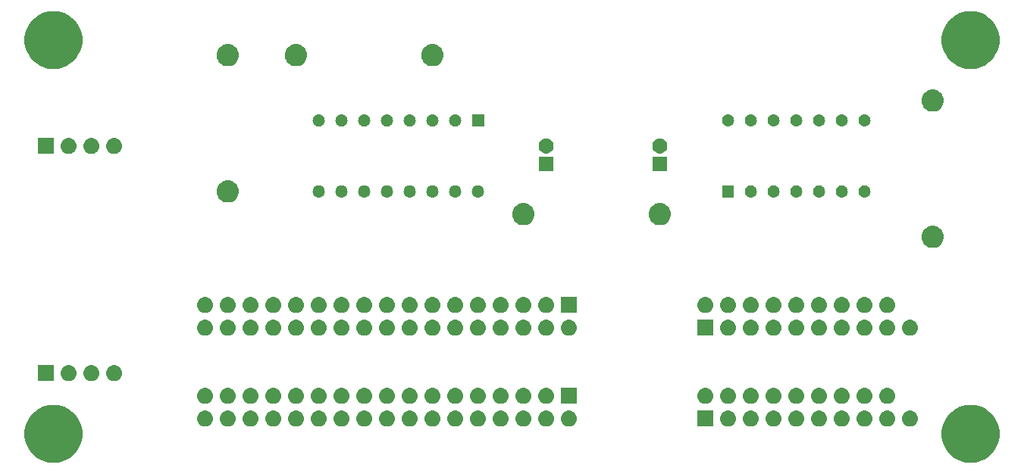
<source format=gbs>
%TF.GenerationSoftware,KiCad,Pcbnew,7.0.5-0*%
%TF.CreationDate,2023-06-05T22:26:43-07:00*%
%TF.ProjectId,PCTGotekAdapter,50435447-6f74-4656-9b41-646170746572,A*%
%TF.SameCoordinates,Original*%
%TF.FileFunction,Soldermask,Bot*%
%TF.FilePolarity,Negative*%
%FSLAX46Y46*%
G04 Gerber Fmt 4.6, Leading zero omitted, Abs format (unit mm)*
G04 Created by KiCad (PCBNEW 7.0.5-0) date 2023-06-05 22:26:43*
%MOMM*%
%LPD*%
G01*
G04 APERTURE LIST*
G04 APERTURE END LIST*
G36*
X24227564Y-100097018D02*
G01*
X24570473Y-100172498D01*
X24903212Y-100284611D01*
X25221878Y-100432042D01*
X25522737Y-100613063D01*
X25802260Y-100825550D01*
X26057170Y-101067014D01*
X26284480Y-101334624D01*
X26481523Y-101625241D01*
X26645990Y-101935458D01*
X26775952Y-102261639D01*
X26869886Y-102599959D01*
X26926691Y-102946452D01*
X26945700Y-103297056D01*
X26926691Y-103647660D01*
X26869886Y-103994153D01*
X26775952Y-104332473D01*
X26645990Y-104658654D01*
X26481523Y-104968871D01*
X26284480Y-105259488D01*
X26057170Y-105527098D01*
X25802260Y-105768562D01*
X25522737Y-105981049D01*
X25221878Y-106162070D01*
X24903212Y-106309501D01*
X24570473Y-106421614D01*
X24227564Y-106497094D01*
X23878503Y-106535056D01*
X23878502Y-106535056D01*
X23527386Y-106535056D01*
X23527385Y-106535056D01*
X23178324Y-106497094D01*
X22835415Y-106421614D01*
X22502676Y-106309501D01*
X22184010Y-106162070D01*
X21883151Y-105981049D01*
X21603628Y-105768562D01*
X21348718Y-105527098D01*
X21121408Y-105259488D01*
X20924365Y-104968871D01*
X20759898Y-104658654D01*
X20694916Y-104495563D01*
X20629937Y-104332477D01*
X20536000Y-103994146D01*
X20479198Y-103647665D01*
X20479197Y-103647660D01*
X20460188Y-103297056D01*
X20479197Y-102946452D01*
X20480096Y-102940962D01*
X20536000Y-102599965D01*
X20629937Y-102261634D01*
X20759897Y-101935461D01*
X20759898Y-101935458D01*
X20924365Y-101625241D01*
X21121408Y-101334624D01*
X21348718Y-101067014D01*
X21486551Y-100936451D01*
X21603626Y-100825551D01*
X21883153Y-100613061D01*
X22184008Y-100432043D01*
X22502674Y-100284612D01*
X22502673Y-100284612D01*
X22502676Y-100284611D01*
X22835415Y-100172498D01*
X23178324Y-100097018D01*
X23527385Y-100059056D01*
X23878503Y-100059056D01*
X24227564Y-100097018D01*
G37*
G36*
X126681676Y-100097018D02*
G01*
X127024585Y-100172498D01*
X127357324Y-100284611D01*
X127675990Y-100432042D01*
X127976849Y-100613063D01*
X128256372Y-100825550D01*
X128511282Y-101067014D01*
X128738592Y-101334624D01*
X128935635Y-101625241D01*
X129100102Y-101935458D01*
X129230064Y-102261639D01*
X129323998Y-102599959D01*
X129380803Y-102946452D01*
X129399812Y-103297056D01*
X129380803Y-103647660D01*
X129323998Y-103994153D01*
X129230064Y-104332473D01*
X129100102Y-104658654D01*
X128935635Y-104968871D01*
X128738592Y-105259488D01*
X128511282Y-105527098D01*
X128256372Y-105768562D01*
X127976849Y-105981049D01*
X127675990Y-106162070D01*
X127357324Y-106309501D01*
X127024585Y-106421614D01*
X126681676Y-106497094D01*
X126332615Y-106535056D01*
X126332614Y-106535056D01*
X125981498Y-106535056D01*
X125981497Y-106535056D01*
X125632436Y-106497094D01*
X125289527Y-106421614D01*
X124956788Y-106309501D01*
X124638122Y-106162070D01*
X124337263Y-105981049D01*
X124057740Y-105768562D01*
X123802830Y-105527098D01*
X123575520Y-105259488D01*
X123378477Y-104968871D01*
X123214010Y-104658654D01*
X123149028Y-104495563D01*
X123084049Y-104332477D01*
X122990112Y-103994146D01*
X122933310Y-103647665D01*
X122933309Y-103647660D01*
X122914300Y-103297056D01*
X122933309Y-102946452D01*
X122934208Y-102940962D01*
X122990112Y-102599965D01*
X123084049Y-102261634D01*
X123214009Y-101935461D01*
X123214010Y-101935458D01*
X123378477Y-101625241D01*
X123575520Y-101334624D01*
X123802830Y-101067014D01*
X123940663Y-100936451D01*
X124057738Y-100825551D01*
X124337265Y-100613061D01*
X124638120Y-100432043D01*
X124956786Y-100284612D01*
X124956785Y-100284612D01*
X124956788Y-100284611D01*
X125289527Y-100172498D01*
X125632436Y-100097018D01*
X125981497Y-100059056D01*
X126332615Y-100059056D01*
X126681676Y-100097018D01*
G37*
G36*
X40915918Y-100750809D02*
G01*
X41086443Y-100826731D01*
X41237459Y-100936451D01*
X41362365Y-101075173D01*
X41455696Y-101236826D01*
X41513380Y-101414359D01*
X41532891Y-101600000D01*
X41513380Y-101785640D01*
X41484537Y-101874406D01*
X41455697Y-101963171D01*
X41362364Y-102124828D01*
X41237461Y-102263547D01*
X41086446Y-102373266D01*
X41086443Y-102373268D01*
X40915918Y-102449190D01*
X40733335Y-102488000D01*
X40733333Y-102488000D01*
X40546667Y-102488000D01*
X40546665Y-102488000D01*
X40364081Y-102449190D01*
X40193556Y-102373268D01*
X40042540Y-102263548D01*
X39917634Y-102124826D01*
X39824303Y-101963173D01*
X39766619Y-101785640D01*
X39747108Y-101600000D01*
X39766619Y-101414359D01*
X39824303Y-101236826D01*
X39917634Y-101075173D01*
X40042540Y-100936451D01*
X40193556Y-100826731D01*
X40364081Y-100750809D01*
X40546665Y-100712000D01*
X40733335Y-100712000D01*
X40915918Y-100750809D01*
G37*
G36*
X43455918Y-100750809D02*
G01*
X43626443Y-100826731D01*
X43777459Y-100936451D01*
X43902365Y-101075173D01*
X43995696Y-101236826D01*
X44053380Y-101414359D01*
X44072891Y-101600000D01*
X44053380Y-101785640D01*
X44024537Y-101874406D01*
X43995697Y-101963171D01*
X43902364Y-102124828D01*
X43777461Y-102263547D01*
X43626446Y-102373266D01*
X43626443Y-102373268D01*
X43455918Y-102449190D01*
X43273335Y-102488000D01*
X43273333Y-102488000D01*
X43086667Y-102488000D01*
X43086665Y-102488000D01*
X42904081Y-102449190D01*
X42733556Y-102373268D01*
X42582540Y-102263548D01*
X42457634Y-102124826D01*
X42364303Y-101963173D01*
X42306619Y-101785640D01*
X42287108Y-101600000D01*
X42306619Y-101414359D01*
X42364303Y-101236826D01*
X42457634Y-101075173D01*
X42582540Y-100936451D01*
X42733556Y-100826731D01*
X42904081Y-100750809D01*
X43086665Y-100712000D01*
X43273335Y-100712000D01*
X43455918Y-100750809D01*
G37*
G36*
X45995918Y-100750809D02*
G01*
X46166443Y-100826731D01*
X46317459Y-100936451D01*
X46442365Y-101075173D01*
X46535696Y-101236826D01*
X46593380Y-101414359D01*
X46612891Y-101600000D01*
X46593380Y-101785640D01*
X46564537Y-101874406D01*
X46535697Y-101963171D01*
X46442364Y-102124828D01*
X46317461Y-102263547D01*
X46166446Y-102373266D01*
X46166443Y-102373268D01*
X45995918Y-102449190D01*
X45813335Y-102488000D01*
X45813333Y-102488000D01*
X45626667Y-102488000D01*
X45626665Y-102488000D01*
X45444081Y-102449190D01*
X45273556Y-102373268D01*
X45122540Y-102263548D01*
X44997634Y-102124826D01*
X44904303Y-101963173D01*
X44846619Y-101785640D01*
X44827108Y-101600000D01*
X44846619Y-101414359D01*
X44904303Y-101236826D01*
X44997634Y-101075173D01*
X45122540Y-100936451D01*
X45273556Y-100826731D01*
X45444081Y-100750809D01*
X45626665Y-100712000D01*
X45813335Y-100712000D01*
X45995918Y-100750809D01*
G37*
G36*
X48535918Y-100750809D02*
G01*
X48706443Y-100826731D01*
X48857459Y-100936451D01*
X48982365Y-101075173D01*
X49075696Y-101236826D01*
X49133380Y-101414359D01*
X49152891Y-101600000D01*
X49133380Y-101785640D01*
X49104537Y-101874406D01*
X49075697Y-101963171D01*
X48982364Y-102124828D01*
X48857461Y-102263547D01*
X48706446Y-102373266D01*
X48706443Y-102373268D01*
X48535918Y-102449190D01*
X48353335Y-102488000D01*
X48353333Y-102488000D01*
X48166667Y-102488000D01*
X48166665Y-102488000D01*
X47984081Y-102449190D01*
X47813556Y-102373268D01*
X47662540Y-102263548D01*
X47537634Y-102124826D01*
X47444303Y-101963173D01*
X47386619Y-101785640D01*
X47367108Y-101600000D01*
X47386619Y-101414359D01*
X47444303Y-101236826D01*
X47537634Y-101075173D01*
X47662540Y-100936451D01*
X47813556Y-100826731D01*
X47984081Y-100750809D01*
X48166665Y-100712000D01*
X48353335Y-100712000D01*
X48535918Y-100750809D01*
G37*
G36*
X51075918Y-100750809D02*
G01*
X51246443Y-100826731D01*
X51397459Y-100936451D01*
X51522365Y-101075173D01*
X51615696Y-101236826D01*
X51673380Y-101414359D01*
X51692891Y-101600000D01*
X51673380Y-101785640D01*
X51644537Y-101874406D01*
X51615697Y-101963171D01*
X51522364Y-102124828D01*
X51397461Y-102263547D01*
X51246446Y-102373266D01*
X51246443Y-102373268D01*
X51075918Y-102449190D01*
X50893335Y-102488000D01*
X50893333Y-102488000D01*
X50706667Y-102488000D01*
X50706665Y-102488000D01*
X50524081Y-102449190D01*
X50353556Y-102373268D01*
X50202540Y-102263548D01*
X50077634Y-102124826D01*
X49984303Y-101963173D01*
X49926619Y-101785640D01*
X49907108Y-101600000D01*
X49926619Y-101414359D01*
X49984303Y-101236826D01*
X50077634Y-101075173D01*
X50202540Y-100936451D01*
X50353556Y-100826731D01*
X50524081Y-100750809D01*
X50706665Y-100712000D01*
X50893335Y-100712000D01*
X51075918Y-100750809D01*
G37*
G36*
X53615918Y-100750809D02*
G01*
X53786443Y-100826731D01*
X53937459Y-100936451D01*
X54062365Y-101075173D01*
X54155696Y-101236826D01*
X54213380Y-101414359D01*
X54232891Y-101600000D01*
X54213380Y-101785640D01*
X54184537Y-101874406D01*
X54155697Y-101963171D01*
X54062364Y-102124828D01*
X53937461Y-102263547D01*
X53786446Y-102373266D01*
X53786443Y-102373268D01*
X53615918Y-102449190D01*
X53433335Y-102488000D01*
X53433333Y-102488000D01*
X53246667Y-102488000D01*
X53246665Y-102488000D01*
X53064081Y-102449190D01*
X52893556Y-102373268D01*
X52742540Y-102263548D01*
X52617634Y-102124826D01*
X52524303Y-101963173D01*
X52466619Y-101785640D01*
X52447108Y-101600000D01*
X52466619Y-101414359D01*
X52524303Y-101236826D01*
X52617634Y-101075173D01*
X52742540Y-100936451D01*
X52893556Y-100826731D01*
X53064081Y-100750809D01*
X53246665Y-100712000D01*
X53433335Y-100712000D01*
X53615918Y-100750809D01*
G37*
G36*
X56155918Y-100750809D02*
G01*
X56326443Y-100826731D01*
X56477459Y-100936451D01*
X56602365Y-101075173D01*
X56695696Y-101236826D01*
X56753380Y-101414359D01*
X56772891Y-101600000D01*
X56753380Y-101785640D01*
X56724537Y-101874406D01*
X56695697Y-101963171D01*
X56602364Y-102124828D01*
X56477461Y-102263547D01*
X56326446Y-102373266D01*
X56326443Y-102373268D01*
X56155918Y-102449190D01*
X55973335Y-102488000D01*
X55973333Y-102488000D01*
X55786667Y-102488000D01*
X55786665Y-102488000D01*
X55604081Y-102449190D01*
X55433556Y-102373268D01*
X55282540Y-102263548D01*
X55157634Y-102124826D01*
X55064303Y-101963173D01*
X55006619Y-101785640D01*
X54987108Y-101600000D01*
X55006619Y-101414359D01*
X55064303Y-101236826D01*
X55157634Y-101075173D01*
X55282540Y-100936451D01*
X55433556Y-100826731D01*
X55604081Y-100750809D01*
X55786665Y-100712000D01*
X55973335Y-100712000D01*
X56155918Y-100750809D01*
G37*
G36*
X58695918Y-100750809D02*
G01*
X58866443Y-100826731D01*
X59017459Y-100936451D01*
X59142365Y-101075173D01*
X59235696Y-101236826D01*
X59293380Y-101414359D01*
X59312891Y-101599999D01*
X59293380Y-101785640D01*
X59264537Y-101874406D01*
X59235697Y-101963171D01*
X59142364Y-102124828D01*
X59017461Y-102263547D01*
X58866446Y-102373266D01*
X58866443Y-102373268D01*
X58695918Y-102449190D01*
X58513335Y-102488000D01*
X58513333Y-102488000D01*
X58326667Y-102488000D01*
X58326665Y-102488000D01*
X58144081Y-102449190D01*
X57973556Y-102373268D01*
X57822540Y-102263548D01*
X57697634Y-102124826D01*
X57604303Y-101963173D01*
X57546619Y-101785640D01*
X57527108Y-101600000D01*
X57546619Y-101414359D01*
X57604303Y-101236826D01*
X57697634Y-101075173D01*
X57822540Y-100936451D01*
X57973556Y-100826731D01*
X58144081Y-100750809D01*
X58326665Y-100712000D01*
X58513335Y-100712000D01*
X58695918Y-100750809D01*
G37*
G36*
X61235918Y-100750809D02*
G01*
X61406443Y-100826731D01*
X61557459Y-100936451D01*
X61682365Y-101075173D01*
X61775696Y-101236826D01*
X61833380Y-101414359D01*
X61852891Y-101599999D01*
X61833380Y-101785640D01*
X61804537Y-101874406D01*
X61775697Y-101963171D01*
X61682364Y-102124828D01*
X61557461Y-102263547D01*
X61406446Y-102373266D01*
X61406443Y-102373268D01*
X61235918Y-102449190D01*
X61053335Y-102488000D01*
X61053333Y-102488000D01*
X60866667Y-102488000D01*
X60866665Y-102488000D01*
X60684081Y-102449190D01*
X60513556Y-102373268D01*
X60362540Y-102263548D01*
X60237634Y-102124826D01*
X60144303Y-101963173D01*
X60086619Y-101785640D01*
X60067108Y-101600000D01*
X60086619Y-101414359D01*
X60144303Y-101236826D01*
X60237634Y-101075173D01*
X60362540Y-100936451D01*
X60513556Y-100826731D01*
X60684081Y-100750809D01*
X60866665Y-100712000D01*
X61053335Y-100712000D01*
X61235918Y-100750809D01*
G37*
G36*
X63775918Y-100750809D02*
G01*
X63946443Y-100826731D01*
X64097459Y-100936451D01*
X64222365Y-101075173D01*
X64315696Y-101236826D01*
X64373380Y-101414359D01*
X64392891Y-101599999D01*
X64373380Y-101785640D01*
X64344537Y-101874406D01*
X64315697Y-101963171D01*
X64222364Y-102124828D01*
X64097461Y-102263547D01*
X63946446Y-102373266D01*
X63946443Y-102373268D01*
X63775918Y-102449190D01*
X63593335Y-102488000D01*
X63593333Y-102488000D01*
X63406667Y-102488000D01*
X63406665Y-102488000D01*
X63224081Y-102449190D01*
X63053556Y-102373268D01*
X62902540Y-102263548D01*
X62777634Y-102124826D01*
X62684303Y-101963173D01*
X62626619Y-101785640D01*
X62607108Y-101600000D01*
X62626619Y-101414359D01*
X62684303Y-101236826D01*
X62777634Y-101075173D01*
X62902540Y-100936451D01*
X63053556Y-100826731D01*
X63224081Y-100750809D01*
X63406665Y-100712000D01*
X63593335Y-100712000D01*
X63775918Y-100750809D01*
G37*
G36*
X66315918Y-100750809D02*
G01*
X66486443Y-100826731D01*
X66637459Y-100936451D01*
X66762365Y-101075173D01*
X66855696Y-101236826D01*
X66913380Y-101414359D01*
X66932891Y-101599999D01*
X66913380Y-101785640D01*
X66884537Y-101874406D01*
X66855697Y-101963171D01*
X66762364Y-102124828D01*
X66637461Y-102263547D01*
X66486446Y-102373266D01*
X66486443Y-102373268D01*
X66315918Y-102449190D01*
X66133335Y-102488000D01*
X66133333Y-102488000D01*
X65946667Y-102488000D01*
X65946665Y-102488000D01*
X65764081Y-102449190D01*
X65593556Y-102373268D01*
X65442540Y-102263548D01*
X65317634Y-102124826D01*
X65224303Y-101963173D01*
X65166619Y-101785640D01*
X65147108Y-101599999D01*
X65166619Y-101414359D01*
X65224303Y-101236826D01*
X65317634Y-101075173D01*
X65442540Y-100936451D01*
X65593556Y-100826731D01*
X65764081Y-100750809D01*
X65946665Y-100712000D01*
X66133335Y-100712000D01*
X66315918Y-100750809D01*
G37*
G36*
X68855918Y-100750809D02*
G01*
X69026443Y-100826731D01*
X69177459Y-100936451D01*
X69302365Y-101075173D01*
X69395696Y-101236826D01*
X69453380Y-101414359D01*
X69472891Y-101600000D01*
X69453380Y-101785640D01*
X69424537Y-101874406D01*
X69395697Y-101963171D01*
X69302364Y-102124828D01*
X69177461Y-102263547D01*
X69026446Y-102373266D01*
X69026443Y-102373268D01*
X68855918Y-102449190D01*
X68673335Y-102488000D01*
X68673333Y-102488000D01*
X68486667Y-102488000D01*
X68486665Y-102488000D01*
X68304081Y-102449190D01*
X68133556Y-102373268D01*
X67982540Y-102263548D01*
X67857634Y-102124826D01*
X67764303Y-101963173D01*
X67706619Y-101785640D01*
X67687108Y-101599999D01*
X67706619Y-101414359D01*
X67764303Y-101236826D01*
X67857634Y-101075173D01*
X67982540Y-100936451D01*
X68133556Y-100826731D01*
X68304081Y-100750809D01*
X68486665Y-100712000D01*
X68673335Y-100712000D01*
X68855918Y-100750809D01*
G37*
G36*
X71395918Y-100750809D02*
G01*
X71566443Y-100826731D01*
X71717459Y-100936451D01*
X71842365Y-101075173D01*
X71935696Y-101236826D01*
X71993380Y-101414359D01*
X72012891Y-101600000D01*
X71993380Y-101785640D01*
X71964537Y-101874406D01*
X71935697Y-101963171D01*
X71842364Y-102124828D01*
X71717461Y-102263547D01*
X71566446Y-102373266D01*
X71566443Y-102373268D01*
X71395918Y-102449190D01*
X71213335Y-102488000D01*
X71213333Y-102488000D01*
X71026667Y-102488000D01*
X71026665Y-102488000D01*
X70844081Y-102449190D01*
X70673556Y-102373268D01*
X70522540Y-102263548D01*
X70397634Y-102124826D01*
X70304303Y-101963173D01*
X70246619Y-101785640D01*
X70227108Y-101599999D01*
X70246619Y-101414359D01*
X70304303Y-101236826D01*
X70397634Y-101075173D01*
X70522540Y-100936451D01*
X70673556Y-100826731D01*
X70844081Y-100750809D01*
X71026665Y-100712000D01*
X71213335Y-100712000D01*
X71395918Y-100750809D01*
G37*
G36*
X73935918Y-100750809D02*
G01*
X74106443Y-100826731D01*
X74257459Y-100936451D01*
X74382365Y-101075173D01*
X74475696Y-101236826D01*
X74533380Y-101414359D01*
X74552891Y-101600000D01*
X74533380Y-101785640D01*
X74504537Y-101874406D01*
X74475697Y-101963171D01*
X74382364Y-102124828D01*
X74257461Y-102263547D01*
X74106446Y-102373266D01*
X74106443Y-102373268D01*
X73935918Y-102449190D01*
X73753335Y-102488000D01*
X73753333Y-102488000D01*
X73566667Y-102488000D01*
X73566665Y-102488000D01*
X73384081Y-102449190D01*
X73213556Y-102373268D01*
X73062540Y-102263548D01*
X72937634Y-102124826D01*
X72844303Y-101963173D01*
X72786619Y-101785640D01*
X72767108Y-101600000D01*
X72786619Y-101414359D01*
X72844303Y-101236826D01*
X72937634Y-101075173D01*
X73062540Y-100936451D01*
X73213556Y-100826731D01*
X73384081Y-100750809D01*
X73566665Y-100712000D01*
X73753335Y-100712000D01*
X73935918Y-100750809D01*
G37*
G36*
X76475918Y-100750809D02*
G01*
X76646443Y-100826731D01*
X76797459Y-100936451D01*
X76922365Y-101075173D01*
X77015696Y-101236826D01*
X77073380Y-101414359D01*
X77092891Y-101600000D01*
X77073380Y-101785640D01*
X77044537Y-101874406D01*
X77015697Y-101963171D01*
X76922364Y-102124828D01*
X76797461Y-102263547D01*
X76646446Y-102373266D01*
X76646443Y-102373268D01*
X76475918Y-102449190D01*
X76293335Y-102488000D01*
X76293333Y-102488000D01*
X76106667Y-102488000D01*
X76106665Y-102488000D01*
X75924081Y-102449190D01*
X75753556Y-102373268D01*
X75602540Y-102263548D01*
X75477634Y-102124826D01*
X75384303Y-101963173D01*
X75326619Y-101785640D01*
X75307108Y-101600000D01*
X75326619Y-101414359D01*
X75384303Y-101236826D01*
X75477634Y-101075173D01*
X75602540Y-100936451D01*
X75753556Y-100826731D01*
X75924081Y-100750809D01*
X76106665Y-100712000D01*
X76293335Y-100712000D01*
X76475918Y-100750809D01*
G37*
G36*
X79015918Y-100750809D02*
G01*
X79186443Y-100826731D01*
X79337459Y-100936451D01*
X79462365Y-101075173D01*
X79555696Y-101236826D01*
X79613380Y-101414359D01*
X79632891Y-101600000D01*
X79613380Y-101785640D01*
X79584537Y-101874406D01*
X79555697Y-101963171D01*
X79462364Y-102124828D01*
X79337461Y-102263547D01*
X79186446Y-102373266D01*
X79186443Y-102373268D01*
X79015918Y-102449190D01*
X78833335Y-102488000D01*
X78833333Y-102488000D01*
X78646667Y-102488000D01*
X78646665Y-102488000D01*
X78464081Y-102449190D01*
X78293556Y-102373268D01*
X78142540Y-102263548D01*
X78017634Y-102124826D01*
X77924303Y-101963173D01*
X77866619Y-101785640D01*
X77847108Y-101600000D01*
X77866619Y-101414359D01*
X77924303Y-101236826D01*
X78017634Y-101075173D01*
X78142540Y-100936451D01*
X78293556Y-100826731D01*
X78464081Y-100750809D01*
X78646665Y-100712000D01*
X78833335Y-100712000D01*
X79015918Y-100750809D01*
G37*
G36*
X81555918Y-100750809D02*
G01*
X81726443Y-100826731D01*
X81877459Y-100936451D01*
X82002365Y-101075173D01*
X82095696Y-101236826D01*
X82153380Y-101414359D01*
X82172891Y-101600000D01*
X82153380Y-101785640D01*
X82124537Y-101874406D01*
X82095697Y-101963171D01*
X82002364Y-102124828D01*
X81877461Y-102263547D01*
X81726446Y-102373266D01*
X81726443Y-102373268D01*
X81555918Y-102449190D01*
X81373335Y-102488000D01*
X81373333Y-102488000D01*
X81186667Y-102488000D01*
X81186665Y-102488000D01*
X81004081Y-102449190D01*
X80833556Y-102373268D01*
X80682540Y-102263548D01*
X80557634Y-102124826D01*
X80464303Y-101963173D01*
X80406619Y-101785640D01*
X80387108Y-101600000D01*
X80406619Y-101414359D01*
X80464303Y-101236826D01*
X80557634Y-101075173D01*
X80682540Y-100936451D01*
X80833556Y-100826731D01*
X81004081Y-100750809D01*
X81186665Y-100712000D01*
X81373335Y-100712000D01*
X81555918Y-100750809D01*
G37*
G36*
X97384826Y-100714204D02*
G01*
X97397396Y-100722603D01*
X97405795Y-100735173D01*
X97408000Y-100746256D01*
X97408000Y-101625241D01*
X97408000Y-102453741D01*
X97405795Y-102464827D01*
X97397396Y-102477396D01*
X97384827Y-102485795D01*
X97383598Y-102486039D01*
X97373743Y-102488000D01*
X95666259Y-102488000D01*
X95666257Y-102488000D01*
X95655173Y-102485795D01*
X95642603Y-102477396D01*
X95634204Y-102464826D01*
X95632000Y-102453743D01*
X95632000Y-100746256D01*
X95634204Y-100735173D01*
X95642603Y-100722603D01*
X95655173Y-100714204D01*
X95666257Y-100712000D01*
X97373743Y-100712000D01*
X97384826Y-100714204D01*
G37*
G36*
X99335918Y-100750809D02*
G01*
X99506443Y-100826731D01*
X99657459Y-100936451D01*
X99782365Y-101075173D01*
X99875696Y-101236826D01*
X99933380Y-101414359D01*
X99952891Y-101600000D01*
X99933380Y-101785640D01*
X99904537Y-101874406D01*
X99875697Y-101963171D01*
X99782364Y-102124828D01*
X99657461Y-102263547D01*
X99506446Y-102373266D01*
X99506443Y-102373268D01*
X99335918Y-102449190D01*
X99153335Y-102488000D01*
X99153333Y-102488000D01*
X98966667Y-102488000D01*
X98966665Y-102488000D01*
X98784081Y-102449190D01*
X98613556Y-102373268D01*
X98462540Y-102263548D01*
X98337634Y-102124826D01*
X98244303Y-101963173D01*
X98186619Y-101785640D01*
X98167108Y-101600000D01*
X98186619Y-101414359D01*
X98244303Y-101236826D01*
X98337634Y-101075173D01*
X98462540Y-100936451D01*
X98613556Y-100826731D01*
X98784081Y-100750809D01*
X98966665Y-100712000D01*
X99153335Y-100712000D01*
X99335918Y-100750809D01*
G37*
G36*
X101875918Y-100750809D02*
G01*
X102046443Y-100826731D01*
X102197459Y-100936451D01*
X102322365Y-101075173D01*
X102415696Y-101236826D01*
X102473380Y-101414359D01*
X102492891Y-101600000D01*
X102473380Y-101785640D01*
X102444537Y-101874406D01*
X102415697Y-101963171D01*
X102322364Y-102124828D01*
X102197461Y-102263547D01*
X102046446Y-102373266D01*
X102046443Y-102373268D01*
X101875918Y-102449190D01*
X101693335Y-102488000D01*
X101693333Y-102488000D01*
X101506667Y-102488000D01*
X101506665Y-102488000D01*
X101324081Y-102449190D01*
X101153556Y-102373268D01*
X101002540Y-102263548D01*
X100877634Y-102124826D01*
X100784303Y-101963173D01*
X100726619Y-101785640D01*
X100707108Y-101600000D01*
X100726619Y-101414359D01*
X100784303Y-101236826D01*
X100877634Y-101075173D01*
X101002540Y-100936451D01*
X101153556Y-100826731D01*
X101324081Y-100750809D01*
X101506665Y-100712000D01*
X101693335Y-100712000D01*
X101875918Y-100750809D01*
G37*
G36*
X104415918Y-100750809D02*
G01*
X104586443Y-100826731D01*
X104737459Y-100936451D01*
X104862365Y-101075173D01*
X104955696Y-101236826D01*
X105013380Y-101414359D01*
X105032891Y-101600000D01*
X105013380Y-101785640D01*
X104984538Y-101874406D01*
X104955697Y-101963171D01*
X104862364Y-102124828D01*
X104737461Y-102263547D01*
X104586446Y-102373266D01*
X104586443Y-102373268D01*
X104415918Y-102449190D01*
X104233335Y-102488000D01*
X104233333Y-102488000D01*
X104046667Y-102488000D01*
X104046665Y-102488000D01*
X103864081Y-102449190D01*
X103693556Y-102373268D01*
X103542540Y-102263548D01*
X103417634Y-102124826D01*
X103324303Y-101963173D01*
X103266619Y-101785640D01*
X103247108Y-101600000D01*
X103266619Y-101414359D01*
X103324303Y-101236826D01*
X103417634Y-101075173D01*
X103542540Y-100936451D01*
X103693556Y-100826731D01*
X103864081Y-100750809D01*
X104046665Y-100712000D01*
X104233335Y-100712000D01*
X104415918Y-100750809D01*
G37*
G36*
X106955918Y-100750809D02*
G01*
X107126443Y-100826731D01*
X107277459Y-100936451D01*
X107402365Y-101075173D01*
X107495696Y-101236826D01*
X107553380Y-101414359D01*
X107572891Y-101600000D01*
X107553380Y-101785640D01*
X107524538Y-101874406D01*
X107495697Y-101963171D01*
X107402364Y-102124828D01*
X107277461Y-102263547D01*
X107126446Y-102373266D01*
X107126443Y-102373268D01*
X106955918Y-102449190D01*
X106773335Y-102488000D01*
X106773333Y-102488000D01*
X106586667Y-102488000D01*
X106586665Y-102488000D01*
X106404081Y-102449190D01*
X106233556Y-102373268D01*
X106082540Y-102263548D01*
X105957634Y-102124826D01*
X105864303Y-101963173D01*
X105806619Y-101785640D01*
X105787108Y-101600000D01*
X105806619Y-101414359D01*
X105864303Y-101236826D01*
X105957634Y-101075173D01*
X106082540Y-100936451D01*
X106233556Y-100826731D01*
X106404081Y-100750809D01*
X106586665Y-100712000D01*
X106773335Y-100712000D01*
X106955918Y-100750809D01*
G37*
G36*
X109495918Y-100750809D02*
G01*
X109666443Y-100826731D01*
X109817459Y-100936451D01*
X109942365Y-101075173D01*
X110035696Y-101236826D01*
X110093380Y-101414359D01*
X110112891Y-101600000D01*
X110093380Y-101785640D01*
X110064537Y-101874406D01*
X110035697Y-101963171D01*
X109942364Y-102124828D01*
X109817461Y-102263547D01*
X109666446Y-102373266D01*
X109666443Y-102373268D01*
X109495918Y-102449190D01*
X109313335Y-102488000D01*
X109313333Y-102488000D01*
X109126667Y-102488000D01*
X109126665Y-102488000D01*
X108944081Y-102449190D01*
X108773556Y-102373268D01*
X108622540Y-102263548D01*
X108497634Y-102124826D01*
X108404303Y-101963173D01*
X108346619Y-101785640D01*
X108327108Y-101600000D01*
X108346619Y-101414359D01*
X108404303Y-101236826D01*
X108497634Y-101075173D01*
X108622540Y-100936451D01*
X108773556Y-100826731D01*
X108944081Y-100750809D01*
X109126665Y-100712000D01*
X109313335Y-100712000D01*
X109495918Y-100750809D01*
G37*
G36*
X112035918Y-100750809D02*
G01*
X112206443Y-100826731D01*
X112357459Y-100936451D01*
X112482365Y-101075173D01*
X112575696Y-101236826D01*
X112633380Y-101414359D01*
X112652891Y-101600000D01*
X112633380Y-101785640D01*
X112604537Y-101874406D01*
X112575697Y-101963171D01*
X112482364Y-102124828D01*
X112357461Y-102263547D01*
X112206446Y-102373266D01*
X112206443Y-102373268D01*
X112035918Y-102449190D01*
X111853335Y-102488000D01*
X111853333Y-102488000D01*
X111666667Y-102488000D01*
X111666665Y-102488000D01*
X111484081Y-102449190D01*
X111313556Y-102373268D01*
X111162540Y-102263548D01*
X111037634Y-102124826D01*
X110944303Y-101963173D01*
X110886619Y-101785640D01*
X110867108Y-101600000D01*
X110886619Y-101414359D01*
X110944303Y-101236826D01*
X111037634Y-101075173D01*
X111162540Y-100936451D01*
X111313556Y-100826731D01*
X111484081Y-100750809D01*
X111666665Y-100712000D01*
X111853335Y-100712000D01*
X112035918Y-100750809D01*
G37*
G36*
X114575918Y-100750809D02*
G01*
X114746443Y-100826731D01*
X114897459Y-100936451D01*
X115022365Y-101075173D01*
X115115696Y-101236826D01*
X115173380Y-101414359D01*
X115192891Y-101600000D01*
X115173380Y-101785640D01*
X115144538Y-101874406D01*
X115115697Y-101963171D01*
X115022364Y-102124828D01*
X114897461Y-102263547D01*
X114746446Y-102373266D01*
X114746443Y-102373268D01*
X114575918Y-102449190D01*
X114393335Y-102488000D01*
X114393333Y-102488000D01*
X114206667Y-102488000D01*
X114206665Y-102488000D01*
X114024081Y-102449190D01*
X113853556Y-102373268D01*
X113702540Y-102263548D01*
X113577634Y-102124826D01*
X113484303Y-101963173D01*
X113426619Y-101785640D01*
X113407108Y-101600000D01*
X113426619Y-101414359D01*
X113484303Y-101236826D01*
X113577634Y-101075173D01*
X113702540Y-100936451D01*
X113853556Y-100826731D01*
X114024081Y-100750809D01*
X114206665Y-100712000D01*
X114393335Y-100712000D01*
X114575918Y-100750809D01*
G37*
G36*
X117115918Y-100750809D02*
G01*
X117286443Y-100826731D01*
X117437459Y-100936451D01*
X117562365Y-101075173D01*
X117655696Y-101236826D01*
X117713380Y-101414359D01*
X117732891Y-101600000D01*
X117713380Y-101785640D01*
X117684538Y-101874406D01*
X117655697Y-101963171D01*
X117562364Y-102124828D01*
X117437461Y-102263547D01*
X117286446Y-102373266D01*
X117286443Y-102373268D01*
X117115918Y-102449190D01*
X116933335Y-102488000D01*
X116933333Y-102488000D01*
X116746667Y-102488000D01*
X116746665Y-102488000D01*
X116564081Y-102449190D01*
X116393556Y-102373268D01*
X116242540Y-102263548D01*
X116117634Y-102124826D01*
X116024303Y-101963173D01*
X115966619Y-101785640D01*
X115947108Y-101600000D01*
X115966619Y-101414359D01*
X116024303Y-101236826D01*
X116117634Y-101075173D01*
X116242540Y-100936451D01*
X116393556Y-100826731D01*
X116564081Y-100750809D01*
X116746665Y-100712000D01*
X116933335Y-100712000D01*
X117115918Y-100750809D01*
G37*
G36*
X119655918Y-100750809D02*
G01*
X119826443Y-100826731D01*
X119977459Y-100936451D01*
X120102365Y-101075173D01*
X120195696Y-101236826D01*
X120253380Y-101414359D01*
X120272891Y-101599999D01*
X120253380Y-101785640D01*
X120224537Y-101874406D01*
X120195697Y-101963171D01*
X120102364Y-102124828D01*
X119977461Y-102263547D01*
X119826446Y-102373266D01*
X119826443Y-102373268D01*
X119655918Y-102449190D01*
X119473335Y-102488000D01*
X119473333Y-102488000D01*
X119286667Y-102488000D01*
X119286665Y-102488000D01*
X119104081Y-102449190D01*
X118933556Y-102373268D01*
X118782540Y-102263548D01*
X118657634Y-102124826D01*
X118564303Y-101963173D01*
X118506619Y-101785640D01*
X118487108Y-101600000D01*
X118506619Y-101414359D01*
X118564303Y-101236826D01*
X118657634Y-101075173D01*
X118782540Y-100936451D01*
X118933556Y-100826731D01*
X119104081Y-100750809D01*
X119286665Y-100712000D01*
X119473335Y-100712000D01*
X119655918Y-100750809D01*
G37*
G36*
X40915918Y-98210809D02*
G01*
X41086443Y-98286731D01*
X41237459Y-98396451D01*
X41362365Y-98535173D01*
X41455696Y-98696826D01*
X41513380Y-98874359D01*
X41532891Y-99060000D01*
X41513380Y-99245640D01*
X41513379Y-99245642D01*
X41455697Y-99423171D01*
X41362364Y-99584828D01*
X41237461Y-99723547D01*
X41086446Y-99833266D01*
X41086443Y-99833268D01*
X40915918Y-99909190D01*
X40733335Y-99948000D01*
X40733333Y-99948000D01*
X40546667Y-99948000D01*
X40546665Y-99948000D01*
X40364081Y-99909190D01*
X40193556Y-99833268D01*
X40042540Y-99723548D01*
X39917634Y-99584826D01*
X39824303Y-99423173D01*
X39766619Y-99245640D01*
X39747108Y-99060000D01*
X39766619Y-98874359D01*
X39824303Y-98696826D01*
X39917634Y-98535173D01*
X40042540Y-98396451D01*
X40193556Y-98286731D01*
X40364081Y-98210809D01*
X40546665Y-98172000D01*
X40733335Y-98172000D01*
X40915918Y-98210809D01*
G37*
G36*
X43455918Y-98210809D02*
G01*
X43626443Y-98286731D01*
X43777459Y-98396451D01*
X43902365Y-98535173D01*
X43995696Y-98696826D01*
X44053380Y-98874359D01*
X44072891Y-99059999D01*
X44053380Y-99245640D01*
X44053379Y-99245642D01*
X43995697Y-99423171D01*
X43902364Y-99584828D01*
X43777461Y-99723547D01*
X43626446Y-99833266D01*
X43626443Y-99833268D01*
X43455918Y-99909190D01*
X43273335Y-99948000D01*
X43273333Y-99948000D01*
X43086667Y-99948000D01*
X43086665Y-99948000D01*
X42904081Y-99909190D01*
X42733556Y-99833268D01*
X42582540Y-99723548D01*
X42457634Y-99584826D01*
X42364303Y-99423173D01*
X42306619Y-99245640D01*
X42287108Y-99060000D01*
X42306619Y-98874359D01*
X42364303Y-98696826D01*
X42457634Y-98535173D01*
X42582540Y-98396451D01*
X42733556Y-98286731D01*
X42904081Y-98210809D01*
X43086665Y-98172000D01*
X43273335Y-98172000D01*
X43455918Y-98210809D01*
G37*
G36*
X45995918Y-98210809D02*
G01*
X46166443Y-98286731D01*
X46317459Y-98396451D01*
X46442365Y-98535173D01*
X46535696Y-98696826D01*
X46593380Y-98874359D01*
X46612891Y-99059999D01*
X46593380Y-99245640D01*
X46593379Y-99245642D01*
X46535697Y-99423171D01*
X46442364Y-99584828D01*
X46317461Y-99723547D01*
X46166446Y-99833266D01*
X46166443Y-99833268D01*
X45995918Y-99909190D01*
X45813335Y-99948000D01*
X45813333Y-99948000D01*
X45626667Y-99948000D01*
X45626665Y-99948000D01*
X45444081Y-99909190D01*
X45273556Y-99833268D01*
X45122540Y-99723548D01*
X44997634Y-99584826D01*
X44904303Y-99423173D01*
X44846619Y-99245640D01*
X44827108Y-99060000D01*
X44846619Y-98874359D01*
X44904303Y-98696826D01*
X44997634Y-98535173D01*
X45122540Y-98396451D01*
X45273556Y-98286731D01*
X45444081Y-98210809D01*
X45626665Y-98172000D01*
X45813335Y-98172000D01*
X45995918Y-98210809D01*
G37*
G36*
X48535918Y-98210809D02*
G01*
X48706443Y-98286731D01*
X48857459Y-98396451D01*
X48982365Y-98535173D01*
X49075696Y-98696826D01*
X49133380Y-98874359D01*
X49152891Y-99059999D01*
X49133380Y-99245640D01*
X49133379Y-99245642D01*
X49075697Y-99423171D01*
X48982364Y-99584828D01*
X48857461Y-99723547D01*
X48706446Y-99833266D01*
X48706443Y-99833268D01*
X48535918Y-99909190D01*
X48353335Y-99948000D01*
X48353333Y-99948000D01*
X48166667Y-99948000D01*
X48166665Y-99948000D01*
X47984081Y-99909190D01*
X47813556Y-99833268D01*
X47662540Y-99723548D01*
X47537634Y-99584826D01*
X47444303Y-99423173D01*
X47386619Y-99245640D01*
X47367108Y-99060000D01*
X47386619Y-98874359D01*
X47444303Y-98696826D01*
X47537634Y-98535173D01*
X47662540Y-98396451D01*
X47813556Y-98286731D01*
X47984081Y-98210809D01*
X48166665Y-98172000D01*
X48353335Y-98172000D01*
X48535918Y-98210809D01*
G37*
G36*
X51075918Y-98210809D02*
G01*
X51246443Y-98286731D01*
X51397459Y-98396451D01*
X51522365Y-98535173D01*
X51615696Y-98696826D01*
X51673380Y-98874359D01*
X51692891Y-99060000D01*
X51673380Y-99245640D01*
X51673379Y-99245642D01*
X51615697Y-99423171D01*
X51522364Y-99584828D01*
X51397461Y-99723547D01*
X51246446Y-99833266D01*
X51246443Y-99833268D01*
X51075918Y-99909190D01*
X50893335Y-99948000D01*
X50893333Y-99948000D01*
X50706667Y-99948000D01*
X50706665Y-99948000D01*
X50524081Y-99909190D01*
X50353556Y-99833268D01*
X50202540Y-99723548D01*
X50077634Y-99584826D01*
X49984303Y-99423173D01*
X49926619Y-99245640D01*
X49907108Y-99060000D01*
X49926619Y-98874359D01*
X49984303Y-98696826D01*
X50077634Y-98535173D01*
X50202540Y-98396451D01*
X50353556Y-98286731D01*
X50524081Y-98210809D01*
X50706665Y-98172000D01*
X50893335Y-98172000D01*
X51075918Y-98210809D01*
G37*
G36*
X53615918Y-98210809D02*
G01*
X53786443Y-98286731D01*
X53937459Y-98396451D01*
X54062365Y-98535173D01*
X54155696Y-98696826D01*
X54213380Y-98874359D01*
X54232891Y-99059999D01*
X54213380Y-99245640D01*
X54213379Y-99245642D01*
X54155697Y-99423171D01*
X54062364Y-99584828D01*
X53937461Y-99723547D01*
X53786446Y-99833266D01*
X53786443Y-99833268D01*
X53615918Y-99909190D01*
X53433335Y-99948000D01*
X53433333Y-99948000D01*
X53246667Y-99948000D01*
X53246665Y-99948000D01*
X53064081Y-99909190D01*
X52893556Y-99833268D01*
X52742540Y-99723548D01*
X52617634Y-99584826D01*
X52524303Y-99423173D01*
X52466619Y-99245640D01*
X52447108Y-99060000D01*
X52466619Y-98874359D01*
X52524303Y-98696826D01*
X52617634Y-98535173D01*
X52742540Y-98396451D01*
X52893556Y-98286731D01*
X53064081Y-98210809D01*
X53246665Y-98172000D01*
X53433335Y-98172000D01*
X53615918Y-98210809D01*
G37*
G36*
X56155918Y-98210809D02*
G01*
X56326443Y-98286731D01*
X56477459Y-98396451D01*
X56602365Y-98535173D01*
X56695696Y-98696826D01*
X56753380Y-98874359D01*
X56772891Y-99059999D01*
X56753380Y-99245640D01*
X56753379Y-99245642D01*
X56695697Y-99423171D01*
X56602364Y-99584828D01*
X56477461Y-99723547D01*
X56326446Y-99833266D01*
X56326443Y-99833268D01*
X56155918Y-99909190D01*
X55973335Y-99948000D01*
X55973333Y-99948000D01*
X55786667Y-99948000D01*
X55786665Y-99948000D01*
X55604081Y-99909190D01*
X55433556Y-99833268D01*
X55282540Y-99723548D01*
X55157634Y-99584826D01*
X55064303Y-99423173D01*
X55006619Y-99245640D01*
X54987108Y-99060000D01*
X55006619Y-98874359D01*
X55064303Y-98696826D01*
X55157634Y-98535173D01*
X55282540Y-98396451D01*
X55433556Y-98286731D01*
X55604081Y-98210809D01*
X55786665Y-98172000D01*
X55973335Y-98172000D01*
X56155918Y-98210809D01*
G37*
G36*
X58695918Y-98210809D02*
G01*
X58866443Y-98286731D01*
X59017459Y-98396451D01*
X59142365Y-98535173D01*
X59235696Y-98696826D01*
X59293380Y-98874359D01*
X59312891Y-99059999D01*
X59293380Y-99245640D01*
X59293379Y-99245642D01*
X59235697Y-99423171D01*
X59142364Y-99584828D01*
X59017461Y-99723547D01*
X58866446Y-99833266D01*
X58866443Y-99833268D01*
X58695918Y-99909190D01*
X58513335Y-99948000D01*
X58513333Y-99948000D01*
X58326667Y-99948000D01*
X58326665Y-99948000D01*
X58144081Y-99909190D01*
X57973556Y-99833268D01*
X57822540Y-99723548D01*
X57697634Y-99584826D01*
X57604303Y-99423173D01*
X57546619Y-99245640D01*
X57527108Y-99060000D01*
X57546619Y-98874359D01*
X57604303Y-98696826D01*
X57697634Y-98535173D01*
X57822540Y-98396451D01*
X57973556Y-98286731D01*
X58144081Y-98210809D01*
X58326665Y-98172000D01*
X58513335Y-98172000D01*
X58695918Y-98210809D01*
G37*
G36*
X61235918Y-98210809D02*
G01*
X61406443Y-98286731D01*
X61557459Y-98396451D01*
X61682365Y-98535173D01*
X61775696Y-98696826D01*
X61833380Y-98874359D01*
X61852891Y-99059999D01*
X61833380Y-99245640D01*
X61833379Y-99245642D01*
X61775697Y-99423171D01*
X61682364Y-99584828D01*
X61557461Y-99723547D01*
X61406446Y-99833266D01*
X61406443Y-99833268D01*
X61235918Y-99909190D01*
X61053335Y-99948000D01*
X61053333Y-99948000D01*
X60866667Y-99948000D01*
X60866665Y-99948000D01*
X60684081Y-99909190D01*
X60513556Y-99833268D01*
X60362540Y-99723548D01*
X60237634Y-99584826D01*
X60144303Y-99423173D01*
X60086619Y-99245640D01*
X60067108Y-99059999D01*
X60086619Y-98874359D01*
X60144303Y-98696826D01*
X60237634Y-98535173D01*
X60362540Y-98396451D01*
X60513556Y-98286731D01*
X60684081Y-98210809D01*
X60866665Y-98172000D01*
X61053335Y-98172000D01*
X61235918Y-98210809D01*
G37*
G36*
X63775918Y-98210809D02*
G01*
X63946443Y-98286731D01*
X64097459Y-98396451D01*
X64222365Y-98535173D01*
X64315696Y-98696826D01*
X64373380Y-98874359D01*
X64392891Y-99059999D01*
X64373380Y-99245640D01*
X64373379Y-99245642D01*
X64315697Y-99423171D01*
X64222364Y-99584828D01*
X64097461Y-99723547D01*
X63946446Y-99833266D01*
X63946443Y-99833268D01*
X63775918Y-99909190D01*
X63593335Y-99948000D01*
X63593333Y-99948000D01*
X63406667Y-99948000D01*
X63406665Y-99948000D01*
X63224081Y-99909190D01*
X63053556Y-99833268D01*
X62902540Y-99723548D01*
X62777634Y-99584826D01*
X62684303Y-99423173D01*
X62626619Y-99245640D01*
X62607108Y-99059999D01*
X62626619Y-98874359D01*
X62684303Y-98696826D01*
X62777634Y-98535173D01*
X62902540Y-98396451D01*
X63053556Y-98286731D01*
X63224081Y-98210809D01*
X63406665Y-98172000D01*
X63593335Y-98172000D01*
X63775918Y-98210809D01*
G37*
G36*
X66315918Y-98210809D02*
G01*
X66486443Y-98286731D01*
X66637459Y-98396451D01*
X66762365Y-98535173D01*
X66855696Y-98696826D01*
X66913380Y-98874359D01*
X66932891Y-99059999D01*
X66913380Y-99245640D01*
X66913379Y-99245642D01*
X66855697Y-99423171D01*
X66762364Y-99584828D01*
X66637461Y-99723547D01*
X66486446Y-99833266D01*
X66486443Y-99833268D01*
X66315918Y-99909190D01*
X66133335Y-99948000D01*
X66133333Y-99948000D01*
X65946667Y-99948000D01*
X65946665Y-99948000D01*
X65764081Y-99909190D01*
X65593556Y-99833268D01*
X65442540Y-99723548D01*
X65317634Y-99584826D01*
X65224303Y-99423173D01*
X65166619Y-99245640D01*
X65147108Y-99059999D01*
X65166619Y-98874359D01*
X65224303Y-98696826D01*
X65317634Y-98535173D01*
X65442540Y-98396451D01*
X65593556Y-98286731D01*
X65764081Y-98210809D01*
X65946665Y-98172000D01*
X66133335Y-98172000D01*
X66315918Y-98210809D01*
G37*
G36*
X68855918Y-98210809D02*
G01*
X69026443Y-98286731D01*
X69177459Y-98396451D01*
X69302365Y-98535173D01*
X69395696Y-98696826D01*
X69453380Y-98874359D01*
X69472891Y-99059999D01*
X69453380Y-99245640D01*
X69453379Y-99245642D01*
X69395697Y-99423171D01*
X69302364Y-99584828D01*
X69177461Y-99723547D01*
X69026446Y-99833266D01*
X69026443Y-99833268D01*
X68855918Y-99909190D01*
X68673335Y-99948000D01*
X68673333Y-99948000D01*
X68486667Y-99948000D01*
X68486665Y-99948000D01*
X68304081Y-99909190D01*
X68133556Y-99833268D01*
X67982540Y-99723548D01*
X67857634Y-99584826D01*
X67764303Y-99423173D01*
X67706619Y-99245640D01*
X67687108Y-99059999D01*
X67706619Y-98874359D01*
X67764303Y-98696826D01*
X67857634Y-98535173D01*
X67982540Y-98396451D01*
X68133556Y-98286731D01*
X68304081Y-98210809D01*
X68486665Y-98172000D01*
X68673335Y-98172000D01*
X68855918Y-98210809D01*
G37*
G36*
X71395918Y-98210809D02*
G01*
X71566443Y-98286731D01*
X71717459Y-98396451D01*
X71842365Y-98535173D01*
X71935696Y-98696826D01*
X71993380Y-98874359D01*
X72012891Y-99060000D01*
X71993380Y-99245640D01*
X71993379Y-99245642D01*
X71935697Y-99423171D01*
X71842364Y-99584828D01*
X71717461Y-99723547D01*
X71566446Y-99833266D01*
X71566443Y-99833268D01*
X71395918Y-99909190D01*
X71213335Y-99948000D01*
X71213333Y-99948000D01*
X71026667Y-99948000D01*
X71026665Y-99948000D01*
X70844081Y-99909190D01*
X70673556Y-99833268D01*
X70522540Y-99723548D01*
X70397634Y-99584826D01*
X70304303Y-99423173D01*
X70246619Y-99245640D01*
X70227108Y-99059999D01*
X70246619Y-98874359D01*
X70304303Y-98696826D01*
X70397634Y-98535173D01*
X70522540Y-98396451D01*
X70673556Y-98286731D01*
X70844081Y-98210809D01*
X71026665Y-98172000D01*
X71213335Y-98172000D01*
X71395918Y-98210809D01*
G37*
G36*
X73935918Y-98210809D02*
G01*
X74106443Y-98286731D01*
X74257459Y-98396451D01*
X74382365Y-98535173D01*
X74475696Y-98696826D01*
X74533380Y-98874359D01*
X74552891Y-99060000D01*
X74533380Y-99245640D01*
X74533379Y-99245642D01*
X74475697Y-99423171D01*
X74382364Y-99584828D01*
X74257461Y-99723547D01*
X74106446Y-99833266D01*
X74106443Y-99833268D01*
X73935918Y-99909190D01*
X73753335Y-99948000D01*
X73753333Y-99948000D01*
X73566667Y-99948000D01*
X73566665Y-99948000D01*
X73384081Y-99909190D01*
X73213556Y-99833268D01*
X73062540Y-99723548D01*
X72937634Y-99584826D01*
X72844303Y-99423173D01*
X72786619Y-99245640D01*
X72767108Y-99060000D01*
X72786619Y-98874359D01*
X72844303Y-98696826D01*
X72937634Y-98535173D01*
X73062540Y-98396451D01*
X73213556Y-98286731D01*
X73384081Y-98210809D01*
X73566665Y-98172000D01*
X73753335Y-98172000D01*
X73935918Y-98210809D01*
G37*
G36*
X76475918Y-98210809D02*
G01*
X76646443Y-98286731D01*
X76797459Y-98396451D01*
X76922365Y-98535173D01*
X77015696Y-98696826D01*
X77073380Y-98874359D01*
X77092891Y-99060000D01*
X77073380Y-99245640D01*
X77073379Y-99245642D01*
X77015697Y-99423171D01*
X76922364Y-99584828D01*
X76797461Y-99723547D01*
X76646446Y-99833266D01*
X76646443Y-99833268D01*
X76475918Y-99909190D01*
X76293335Y-99948000D01*
X76293333Y-99948000D01*
X76106667Y-99948000D01*
X76106665Y-99948000D01*
X75924081Y-99909190D01*
X75753556Y-99833268D01*
X75602540Y-99723548D01*
X75477634Y-99584826D01*
X75384303Y-99423173D01*
X75326619Y-99245640D01*
X75307108Y-99060000D01*
X75326619Y-98874359D01*
X75384303Y-98696826D01*
X75477634Y-98535173D01*
X75602540Y-98396451D01*
X75753556Y-98286731D01*
X75924081Y-98210809D01*
X76106665Y-98172000D01*
X76293335Y-98172000D01*
X76475918Y-98210809D01*
G37*
G36*
X79015918Y-98210809D02*
G01*
X79186443Y-98286731D01*
X79337459Y-98396451D01*
X79462365Y-98535173D01*
X79555696Y-98696826D01*
X79613380Y-98874359D01*
X79632891Y-99060000D01*
X79613380Y-99245640D01*
X79613379Y-99245642D01*
X79555697Y-99423171D01*
X79462364Y-99584828D01*
X79337461Y-99723547D01*
X79186446Y-99833266D01*
X79186443Y-99833268D01*
X79015918Y-99909190D01*
X78833335Y-99948000D01*
X78833333Y-99948000D01*
X78646667Y-99948000D01*
X78646665Y-99948000D01*
X78464081Y-99909190D01*
X78293556Y-99833268D01*
X78142540Y-99723548D01*
X78017634Y-99584826D01*
X77924303Y-99423173D01*
X77866619Y-99245640D01*
X77847108Y-99060000D01*
X77866619Y-98874359D01*
X77924303Y-98696826D01*
X78017634Y-98535173D01*
X78142540Y-98396451D01*
X78293556Y-98286731D01*
X78464081Y-98210809D01*
X78646665Y-98172000D01*
X78833335Y-98172000D01*
X79015918Y-98210809D01*
G37*
G36*
X82144826Y-98174204D02*
G01*
X82157396Y-98182603D01*
X82165795Y-98195173D01*
X82168000Y-98206256D01*
X82168000Y-99245640D01*
X82168000Y-99913741D01*
X82165795Y-99924827D01*
X82157396Y-99937396D01*
X82144827Y-99945795D01*
X82143598Y-99946039D01*
X82133743Y-99948000D01*
X80426259Y-99948000D01*
X80426257Y-99948000D01*
X80415173Y-99945795D01*
X80402603Y-99937396D01*
X80394204Y-99924826D01*
X80392000Y-99913743D01*
X80392000Y-98206256D01*
X80394204Y-98195173D01*
X80402603Y-98182603D01*
X80415173Y-98174204D01*
X80426257Y-98172000D01*
X82133743Y-98172000D01*
X82144826Y-98174204D01*
G37*
G36*
X96795918Y-98210809D02*
G01*
X96966443Y-98286731D01*
X97117459Y-98396451D01*
X97242365Y-98535173D01*
X97335696Y-98696826D01*
X97393380Y-98874359D01*
X97412891Y-99059999D01*
X97393380Y-99245640D01*
X97393379Y-99245642D01*
X97335697Y-99423171D01*
X97242364Y-99584828D01*
X97117461Y-99723547D01*
X96966446Y-99833266D01*
X96966443Y-99833268D01*
X96795918Y-99909190D01*
X96613335Y-99948000D01*
X96613333Y-99948000D01*
X96426667Y-99948000D01*
X96426665Y-99948000D01*
X96244081Y-99909190D01*
X96073556Y-99833268D01*
X95922540Y-99723548D01*
X95797634Y-99584826D01*
X95704303Y-99423173D01*
X95646619Y-99245640D01*
X95627108Y-99060000D01*
X95646619Y-98874359D01*
X95704303Y-98696826D01*
X95797634Y-98535173D01*
X95922540Y-98396451D01*
X96073556Y-98286731D01*
X96244081Y-98210809D01*
X96426665Y-98172000D01*
X96613335Y-98172000D01*
X96795918Y-98210809D01*
G37*
G36*
X99335918Y-98210809D02*
G01*
X99506443Y-98286731D01*
X99657459Y-98396451D01*
X99782365Y-98535173D01*
X99875696Y-98696826D01*
X99933380Y-98874359D01*
X99952891Y-99059999D01*
X99933380Y-99245640D01*
X99933379Y-99245642D01*
X99875697Y-99423171D01*
X99782364Y-99584828D01*
X99657461Y-99723547D01*
X99506446Y-99833266D01*
X99506443Y-99833268D01*
X99335918Y-99909190D01*
X99153335Y-99948000D01*
X99153333Y-99948000D01*
X98966667Y-99948000D01*
X98966665Y-99948000D01*
X98784081Y-99909190D01*
X98613556Y-99833268D01*
X98462540Y-99723548D01*
X98337634Y-99584826D01*
X98244303Y-99423173D01*
X98186619Y-99245640D01*
X98167108Y-99060000D01*
X98186619Y-98874359D01*
X98244303Y-98696826D01*
X98337634Y-98535173D01*
X98462540Y-98396451D01*
X98613556Y-98286731D01*
X98784081Y-98210809D01*
X98966665Y-98172000D01*
X99153335Y-98172000D01*
X99335918Y-98210809D01*
G37*
G36*
X101875918Y-98210809D02*
G01*
X102046443Y-98286731D01*
X102197459Y-98396451D01*
X102322365Y-98535173D01*
X102415696Y-98696826D01*
X102473380Y-98874359D01*
X102492891Y-99059999D01*
X102473380Y-99245640D01*
X102473379Y-99245642D01*
X102415697Y-99423171D01*
X102322364Y-99584828D01*
X102197461Y-99723547D01*
X102046446Y-99833266D01*
X102046443Y-99833268D01*
X101875918Y-99909190D01*
X101693335Y-99948000D01*
X101693333Y-99948000D01*
X101506667Y-99948000D01*
X101506665Y-99948000D01*
X101324081Y-99909190D01*
X101153556Y-99833268D01*
X101002540Y-99723548D01*
X100877634Y-99584826D01*
X100784303Y-99423173D01*
X100726619Y-99245640D01*
X100707108Y-99059999D01*
X100726619Y-98874359D01*
X100784303Y-98696826D01*
X100877634Y-98535173D01*
X101002540Y-98396451D01*
X101153556Y-98286731D01*
X101324081Y-98210809D01*
X101506665Y-98172000D01*
X101693335Y-98172000D01*
X101875918Y-98210809D01*
G37*
G36*
X104415918Y-98210809D02*
G01*
X104586443Y-98286731D01*
X104737459Y-98396451D01*
X104862365Y-98535173D01*
X104955696Y-98696826D01*
X105013380Y-98874359D01*
X105032891Y-99060000D01*
X105013380Y-99245640D01*
X105013379Y-99245642D01*
X104955697Y-99423171D01*
X104862364Y-99584828D01*
X104737461Y-99723547D01*
X104586446Y-99833266D01*
X104586443Y-99833268D01*
X104415918Y-99909190D01*
X104233335Y-99948000D01*
X104233333Y-99948000D01*
X104046667Y-99948000D01*
X104046665Y-99948000D01*
X103864081Y-99909190D01*
X103693556Y-99833268D01*
X103542540Y-99723548D01*
X103417634Y-99584826D01*
X103324303Y-99423173D01*
X103266619Y-99245640D01*
X103247108Y-99059999D01*
X103266619Y-98874359D01*
X103324303Y-98696826D01*
X103417634Y-98535173D01*
X103542540Y-98396451D01*
X103693556Y-98286731D01*
X103864081Y-98210809D01*
X104046665Y-98172000D01*
X104233335Y-98172000D01*
X104415918Y-98210809D01*
G37*
G36*
X106955918Y-98210809D02*
G01*
X107126443Y-98286731D01*
X107277459Y-98396451D01*
X107402365Y-98535173D01*
X107495696Y-98696826D01*
X107553380Y-98874359D01*
X107572891Y-99060000D01*
X107553380Y-99245640D01*
X107553379Y-99245642D01*
X107495697Y-99423171D01*
X107402364Y-99584828D01*
X107277461Y-99723547D01*
X107126446Y-99833266D01*
X107126443Y-99833268D01*
X106955918Y-99909190D01*
X106773335Y-99948000D01*
X106773333Y-99948000D01*
X106586667Y-99948000D01*
X106586665Y-99948000D01*
X106404081Y-99909190D01*
X106233556Y-99833268D01*
X106082540Y-99723548D01*
X105957634Y-99584826D01*
X105864303Y-99423173D01*
X105806619Y-99245640D01*
X105787108Y-99059999D01*
X105806619Y-98874359D01*
X105864303Y-98696826D01*
X105957634Y-98535173D01*
X106082540Y-98396451D01*
X106233556Y-98286731D01*
X106404081Y-98210809D01*
X106586665Y-98172000D01*
X106773335Y-98172000D01*
X106955918Y-98210809D01*
G37*
G36*
X109495918Y-98210809D02*
G01*
X109666443Y-98286731D01*
X109817459Y-98396451D01*
X109942365Y-98535173D01*
X110035696Y-98696826D01*
X110093380Y-98874359D01*
X110112891Y-99060000D01*
X110093380Y-99245640D01*
X110093379Y-99245642D01*
X110035697Y-99423171D01*
X109942364Y-99584828D01*
X109817461Y-99723547D01*
X109666446Y-99833266D01*
X109666443Y-99833268D01*
X109495918Y-99909190D01*
X109313335Y-99948000D01*
X109313333Y-99948000D01*
X109126667Y-99948000D01*
X109126665Y-99948000D01*
X108944081Y-99909190D01*
X108773556Y-99833268D01*
X108622540Y-99723548D01*
X108497634Y-99584826D01*
X108404303Y-99423173D01*
X108346619Y-99245640D01*
X108327108Y-99059999D01*
X108346619Y-98874359D01*
X108404303Y-98696826D01*
X108497634Y-98535173D01*
X108622540Y-98396451D01*
X108773556Y-98286731D01*
X108944081Y-98210809D01*
X109126665Y-98172000D01*
X109313335Y-98172000D01*
X109495918Y-98210809D01*
G37*
G36*
X112035918Y-98210809D02*
G01*
X112206443Y-98286731D01*
X112357459Y-98396451D01*
X112482365Y-98535173D01*
X112575696Y-98696826D01*
X112633380Y-98874359D01*
X112652891Y-99060000D01*
X112633380Y-99245640D01*
X112633379Y-99245642D01*
X112575697Y-99423171D01*
X112482364Y-99584828D01*
X112357461Y-99723547D01*
X112206446Y-99833266D01*
X112206443Y-99833268D01*
X112035918Y-99909190D01*
X111853335Y-99948000D01*
X111853333Y-99948000D01*
X111666667Y-99948000D01*
X111666665Y-99948000D01*
X111484081Y-99909190D01*
X111313556Y-99833268D01*
X111162540Y-99723548D01*
X111037634Y-99584826D01*
X110944303Y-99423173D01*
X110886619Y-99245640D01*
X110867108Y-99060000D01*
X110886619Y-98874359D01*
X110944303Y-98696826D01*
X111037634Y-98535173D01*
X111162540Y-98396451D01*
X111313556Y-98286731D01*
X111484081Y-98210809D01*
X111666665Y-98172000D01*
X111853335Y-98172000D01*
X112035918Y-98210809D01*
G37*
G36*
X114575918Y-98210809D02*
G01*
X114746443Y-98286731D01*
X114897459Y-98396451D01*
X115022365Y-98535173D01*
X115115696Y-98696826D01*
X115173380Y-98874359D01*
X115192891Y-99059999D01*
X115173380Y-99245640D01*
X115173379Y-99245642D01*
X115115697Y-99423171D01*
X115022364Y-99584828D01*
X114897461Y-99723547D01*
X114746446Y-99833266D01*
X114746443Y-99833268D01*
X114575918Y-99909190D01*
X114393335Y-99948000D01*
X114393333Y-99948000D01*
X114206667Y-99948000D01*
X114206665Y-99948000D01*
X114024081Y-99909190D01*
X113853556Y-99833268D01*
X113702540Y-99723548D01*
X113577634Y-99584826D01*
X113484303Y-99423173D01*
X113426619Y-99245640D01*
X113407108Y-99060000D01*
X113426619Y-98874359D01*
X113484303Y-98696826D01*
X113577634Y-98535173D01*
X113702540Y-98396451D01*
X113853556Y-98286731D01*
X114024081Y-98210809D01*
X114206665Y-98172000D01*
X114393335Y-98172000D01*
X114575918Y-98210809D01*
G37*
G36*
X117115918Y-98210809D02*
G01*
X117286443Y-98286731D01*
X117437459Y-98396451D01*
X117562365Y-98535173D01*
X117655696Y-98696826D01*
X117713380Y-98874359D01*
X117732891Y-99060000D01*
X117713380Y-99245640D01*
X117713379Y-99245642D01*
X117655697Y-99423171D01*
X117562364Y-99584828D01*
X117437461Y-99723547D01*
X117286446Y-99833266D01*
X117286443Y-99833268D01*
X117115918Y-99909190D01*
X116933335Y-99948000D01*
X116933333Y-99948000D01*
X116746667Y-99948000D01*
X116746665Y-99948000D01*
X116564081Y-99909190D01*
X116393556Y-99833268D01*
X116242540Y-99723548D01*
X116117634Y-99584826D01*
X116024303Y-99423173D01*
X115966619Y-99245640D01*
X115947108Y-99060000D01*
X115966619Y-98874359D01*
X116024303Y-98696826D01*
X116117634Y-98535173D01*
X116242540Y-98396451D01*
X116393556Y-98286731D01*
X116564081Y-98210809D01*
X116746665Y-98172000D01*
X116933335Y-98172000D01*
X117115918Y-98210809D01*
G37*
G36*
X23724826Y-95634204D02*
G01*
X23737396Y-95642603D01*
X23745795Y-95655173D01*
X23748000Y-95666256D01*
X23748000Y-96705640D01*
X23748000Y-97373741D01*
X23745795Y-97384827D01*
X23737396Y-97397396D01*
X23724827Y-97405795D01*
X23723598Y-97406039D01*
X23713743Y-97408000D01*
X22006259Y-97408000D01*
X22006257Y-97408000D01*
X21995173Y-97405795D01*
X21982603Y-97397396D01*
X21974204Y-97384826D01*
X21972000Y-97373743D01*
X21972000Y-95666256D01*
X21974204Y-95655173D01*
X21982603Y-95642603D01*
X21995173Y-95634204D01*
X22006257Y-95632000D01*
X23713743Y-95632000D01*
X23724826Y-95634204D01*
G37*
G36*
X25675918Y-95670809D02*
G01*
X25846443Y-95746731D01*
X25997459Y-95856451D01*
X26122365Y-95995173D01*
X26215696Y-96156826D01*
X26273380Y-96334359D01*
X26292891Y-96520000D01*
X26273380Y-96705640D01*
X26273379Y-96705642D01*
X26215697Y-96883171D01*
X26122364Y-97044828D01*
X25997461Y-97183547D01*
X25846446Y-97293266D01*
X25846443Y-97293268D01*
X25675918Y-97369190D01*
X25493335Y-97408000D01*
X25493333Y-97408000D01*
X25306667Y-97408000D01*
X25306665Y-97408000D01*
X25124081Y-97369190D01*
X24953556Y-97293268D01*
X24802540Y-97183548D01*
X24677634Y-97044826D01*
X24584303Y-96883173D01*
X24526619Y-96705640D01*
X24507108Y-96519999D01*
X24526619Y-96334359D01*
X24584303Y-96156826D01*
X24677634Y-95995173D01*
X24802540Y-95856451D01*
X24953556Y-95746731D01*
X25124081Y-95670809D01*
X25306665Y-95632000D01*
X25493335Y-95632000D01*
X25675918Y-95670809D01*
G37*
G36*
X28215918Y-95670809D02*
G01*
X28386443Y-95746731D01*
X28537459Y-95856451D01*
X28662365Y-95995173D01*
X28755696Y-96156826D01*
X28813380Y-96334359D01*
X28832891Y-96520000D01*
X28813380Y-96705640D01*
X28813379Y-96705642D01*
X28755697Y-96883171D01*
X28662364Y-97044828D01*
X28537461Y-97183547D01*
X28386446Y-97293266D01*
X28386443Y-97293268D01*
X28215918Y-97369190D01*
X28033335Y-97408000D01*
X28033333Y-97408000D01*
X27846667Y-97408000D01*
X27846665Y-97408000D01*
X27664081Y-97369190D01*
X27493556Y-97293268D01*
X27342540Y-97183548D01*
X27217634Y-97044826D01*
X27124303Y-96883173D01*
X27066619Y-96705640D01*
X27047108Y-96519999D01*
X27066619Y-96334359D01*
X27124303Y-96156826D01*
X27217634Y-95995173D01*
X27342540Y-95856451D01*
X27493556Y-95746731D01*
X27664081Y-95670809D01*
X27846665Y-95632000D01*
X28033335Y-95632000D01*
X28215918Y-95670809D01*
G37*
G36*
X30755918Y-95670809D02*
G01*
X30926443Y-95746731D01*
X31077459Y-95856451D01*
X31202365Y-95995173D01*
X31295696Y-96156826D01*
X31353380Y-96334359D01*
X31372891Y-96520000D01*
X31353380Y-96705640D01*
X31353379Y-96705642D01*
X31295697Y-96883171D01*
X31202364Y-97044828D01*
X31077461Y-97183547D01*
X30926446Y-97293266D01*
X30926443Y-97293268D01*
X30755918Y-97369190D01*
X30573335Y-97408000D01*
X30573333Y-97408000D01*
X30386667Y-97408000D01*
X30386665Y-97408000D01*
X30204081Y-97369190D01*
X30033556Y-97293268D01*
X29882540Y-97183548D01*
X29757634Y-97044826D01*
X29664303Y-96883173D01*
X29606619Y-96705640D01*
X29587108Y-96520000D01*
X29606619Y-96334359D01*
X29664303Y-96156826D01*
X29757634Y-95995173D01*
X29882540Y-95856451D01*
X30033556Y-95746731D01*
X30204081Y-95670809D01*
X30386665Y-95632000D01*
X30573335Y-95632000D01*
X30755918Y-95670809D01*
G37*
G36*
X40915918Y-90590809D02*
G01*
X41086443Y-90666731D01*
X41237459Y-90776451D01*
X41362365Y-90915173D01*
X41455696Y-91076826D01*
X41513380Y-91254359D01*
X41532891Y-91440000D01*
X41513380Y-91625640D01*
X41513379Y-91625642D01*
X41455697Y-91803171D01*
X41362364Y-91964828D01*
X41237461Y-92103547D01*
X41086446Y-92213266D01*
X41086443Y-92213268D01*
X40915918Y-92289190D01*
X40733335Y-92328000D01*
X40733333Y-92328000D01*
X40546667Y-92328000D01*
X40546665Y-92328000D01*
X40364081Y-92289190D01*
X40193556Y-92213268D01*
X40042540Y-92103548D01*
X39917634Y-91964826D01*
X39824303Y-91803173D01*
X39766619Y-91625640D01*
X39747108Y-91440000D01*
X39766619Y-91254359D01*
X39824303Y-91076826D01*
X39917634Y-90915173D01*
X40042540Y-90776451D01*
X40193556Y-90666731D01*
X40364081Y-90590809D01*
X40546665Y-90552000D01*
X40733335Y-90552000D01*
X40915918Y-90590809D01*
G37*
G36*
X43455918Y-90590809D02*
G01*
X43626443Y-90666731D01*
X43777459Y-90776451D01*
X43902365Y-90915173D01*
X43995696Y-91076826D01*
X44053380Y-91254359D01*
X44072891Y-91440000D01*
X44053380Y-91625640D01*
X44053379Y-91625642D01*
X43995697Y-91803171D01*
X43902364Y-91964828D01*
X43777461Y-92103547D01*
X43626446Y-92213266D01*
X43626443Y-92213268D01*
X43455918Y-92289190D01*
X43273335Y-92328000D01*
X43273333Y-92328000D01*
X43086667Y-92328000D01*
X43086665Y-92328000D01*
X42904081Y-92289190D01*
X42733556Y-92213268D01*
X42582540Y-92103548D01*
X42457634Y-91964826D01*
X42364303Y-91803173D01*
X42306619Y-91625640D01*
X42287108Y-91440000D01*
X42306619Y-91254359D01*
X42364303Y-91076826D01*
X42457634Y-90915173D01*
X42582540Y-90776451D01*
X42733556Y-90666731D01*
X42904081Y-90590809D01*
X43086665Y-90552000D01*
X43273335Y-90552000D01*
X43455918Y-90590809D01*
G37*
G36*
X45995918Y-90590809D02*
G01*
X46166443Y-90666731D01*
X46317459Y-90776451D01*
X46442365Y-90915173D01*
X46535696Y-91076826D01*
X46593380Y-91254359D01*
X46612891Y-91440000D01*
X46593380Y-91625640D01*
X46593379Y-91625642D01*
X46535697Y-91803171D01*
X46442364Y-91964828D01*
X46317461Y-92103547D01*
X46166446Y-92213266D01*
X46166443Y-92213268D01*
X45995918Y-92289190D01*
X45813335Y-92328000D01*
X45813333Y-92328000D01*
X45626667Y-92328000D01*
X45626665Y-92328000D01*
X45444081Y-92289190D01*
X45273556Y-92213268D01*
X45122540Y-92103548D01*
X44997634Y-91964826D01*
X44904303Y-91803173D01*
X44846619Y-91625640D01*
X44827108Y-91440000D01*
X44846619Y-91254359D01*
X44904303Y-91076826D01*
X44997634Y-90915173D01*
X45122540Y-90776451D01*
X45273556Y-90666731D01*
X45444081Y-90590809D01*
X45626665Y-90552000D01*
X45813335Y-90552000D01*
X45995918Y-90590809D01*
G37*
G36*
X48535918Y-90590809D02*
G01*
X48706443Y-90666731D01*
X48857459Y-90776451D01*
X48982365Y-90915173D01*
X49075696Y-91076826D01*
X49133380Y-91254359D01*
X49152891Y-91440000D01*
X49133380Y-91625640D01*
X49133379Y-91625642D01*
X49075697Y-91803171D01*
X48982364Y-91964828D01*
X48857461Y-92103547D01*
X48706446Y-92213266D01*
X48706443Y-92213268D01*
X48535918Y-92289190D01*
X48353335Y-92328000D01*
X48353333Y-92328000D01*
X48166667Y-92328000D01*
X48166665Y-92328000D01*
X47984081Y-92289190D01*
X47813556Y-92213268D01*
X47662540Y-92103548D01*
X47537634Y-91964826D01*
X47444303Y-91803173D01*
X47386619Y-91625640D01*
X47367108Y-91440000D01*
X47386619Y-91254359D01*
X47444303Y-91076826D01*
X47537634Y-90915173D01*
X47662540Y-90776451D01*
X47813556Y-90666731D01*
X47984081Y-90590809D01*
X48166665Y-90552000D01*
X48353335Y-90552000D01*
X48535918Y-90590809D01*
G37*
G36*
X51075918Y-90590809D02*
G01*
X51246443Y-90666731D01*
X51397459Y-90776451D01*
X51522365Y-90915173D01*
X51615696Y-91076826D01*
X51673380Y-91254359D01*
X51692891Y-91440000D01*
X51673380Y-91625640D01*
X51673379Y-91625642D01*
X51615697Y-91803171D01*
X51522364Y-91964828D01*
X51397461Y-92103547D01*
X51246446Y-92213266D01*
X51246443Y-92213268D01*
X51075918Y-92289190D01*
X50893335Y-92328000D01*
X50893333Y-92328000D01*
X50706667Y-92328000D01*
X50706665Y-92328000D01*
X50524081Y-92289190D01*
X50353556Y-92213268D01*
X50202540Y-92103548D01*
X50077634Y-91964826D01*
X49984303Y-91803173D01*
X49926619Y-91625640D01*
X49907108Y-91440000D01*
X49926619Y-91254359D01*
X49984303Y-91076826D01*
X50077634Y-90915173D01*
X50202540Y-90776451D01*
X50353556Y-90666731D01*
X50524081Y-90590809D01*
X50706665Y-90552000D01*
X50893335Y-90552000D01*
X51075918Y-90590809D01*
G37*
G36*
X53615918Y-90590809D02*
G01*
X53786443Y-90666731D01*
X53937459Y-90776451D01*
X54062365Y-90915173D01*
X54155696Y-91076826D01*
X54213380Y-91254359D01*
X54232891Y-91440000D01*
X54213380Y-91625640D01*
X54213379Y-91625642D01*
X54155697Y-91803171D01*
X54062364Y-91964828D01*
X53937461Y-92103547D01*
X53786446Y-92213266D01*
X53786443Y-92213268D01*
X53615918Y-92289190D01*
X53433335Y-92328000D01*
X53433333Y-92328000D01*
X53246667Y-92328000D01*
X53246665Y-92328000D01*
X53064081Y-92289190D01*
X52893556Y-92213268D01*
X52742540Y-92103548D01*
X52617634Y-91964826D01*
X52524303Y-91803173D01*
X52466619Y-91625640D01*
X52447108Y-91439999D01*
X52466619Y-91254359D01*
X52524303Y-91076826D01*
X52617634Y-90915173D01*
X52742540Y-90776451D01*
X52893556Y-90666731D01*
X53064081Y-90590809D01*
X53246665Y-90552000D01*
X53433335Y-90552000D01*
X53615918Y-90590809D01*
G37*
G36*
X56155918Y-90590809D02*
G01*
X56326443Y-90666731D01*
X56477459Y-90776451D01*
X56602365Y-90915173D01*
X56695696Y-91076826D01*
X56753380Y-91254359D01*
X56772891Y-91440000D01*
X56753380Y-91625640D01*
X56753379Y-91625642D01*
X56695697Y-91803171D01*
X56602364Y-91964828D01*
X56477461Y-92103547D01*
X56326446Y-92213266D01*
X56326443Y-92213268D01*
X56155918Y-92289190D01*
X55973335Y-92328000D01*
X55973333Y-92328000D01*
X55786667Y-92328000D01*
X55786665Y-92328000D01*
X55604081Y-92289190D01*
X55433556Y-92213268D01*
X55282540Y-92103548D01*
X55157634Y-91964826D01*
X55064303Y-91803173D01*
X55006619Y-91625640D01*
X54987108Y-91440000D01*
X55006619Y-91254359D01*
X55064303Y-91076826D01*
X55157634Y-90915173D01*
X55282540Y-90776451D01*
X55433556Y-90666731D01*
X55604081Y-90590809D01*
X55786665Y-90552000D01*
X55973335Y-90552000D01*
X56155918Y-90590809D01*
G37*
G36*
X58695918Y-90590809D02*
G01*
X58866443Y-90666731D01*
X59017459Y-90776451D01*
X59142365Y-90915173D01*
X59235696Y-91076826D01*
X59293380Y-91254359D01*
X59312891Y-91440000D01*
X59293380Y-91625640D01*
X59293379Y-91625642D01*
X59235697Y-91803171D01*
X59142364Y-91964828D01*
X59017461Y-92103547D01*
X58866446Y-92213266D01*
X58866443Y-92213268D01*
X58695918Y-92289190D01*
X58513335Y-92328000D01*
X58513333Y-92328000D01*
X58326667Y-92328000D01*
X58326665Y-92328000D01*
X58144081Y-92289190D01*
X57973556Y-92213268D01*
X57822540Y-92103548D01*
X57697634Y-91964826D01*
X57604303Y-91803173D01*
X57546619Y-91625640D01*
X57527108Y-91440000D01*
X57546619Y-91254359D01*
X57604303Y-91076826D01*
X57697634Y-90915173D01*
X57822540Y-90776451D01*
X57973556Y-90666731D01*
X58144081Y-90590809D01*
X58326665Y-90552000D01*
X58513335Y-90552000D01*
X58695918Y-90590809D01*
G37*
G36*
X61235918Y-90590809D02*
G01*
X61406443Y-90666731D01*
X61557459Y-90776451D01*
X61682365Y-90915173D01*
X61775696Y-91076826D01*
X61833380Y-91254359D01*
X61852891Y-91440000D01*
X61833380Y-91625640D01*
X61833379Y-91625642D01*
X61775697Y-91803171D01*
X61682364Y-91964828D01*
X61557461Y-92103547D01*
X61406446Y-92213266D01*
X61406443Y-92213268D01*
X61235918Y-92289190D01*
X61053335Y-92328000D01*
X61053333Y-92328000D01*
X60866667Y-92328000D01*
X60866665Y-92328000D01*
X60684081Y-92289190D01*
X60513556Y-92213268D01*
X60362540Y-92103548D01*
X60237634Y-91964826D01*
X60144303Y-91803173D01*
X60086619Y-91625640D01*
X60067108Y-91440000D01*
X60086619Y-91254359D01*
X60144303Y-91076826D01*
X60237634Y-90915173D01*
X60362540Y-90776451D01*
X60513556Y-90666731D01*
X60684081Y-90590809D01*
X60866665Y-90552000D01*
X61053335Y-90552000D01*
X61235918Y-90590809D01*
G37*
G36*
X63775918Y-90590809D02*
G01*
X63946443Y-90666731D01*
X64097459Y-90776451D01*
X64222365Y-90915173D01*
X64315696Y-91076826D01*
X64373380Y-91254359D01*
X64392891Y-91440000D01*
X64373380Y-91625640D01*
X64373379Y-91625642D01*
X64315697Y-91803171D01*
X64222364Y-91964828D01*
X64097461Y-92103547D01*
X63946446Y-92213266D01*
X63946443Y-92213268D01*
X63775918Y-92289190D01*
X63593335Y-92328000D01*
X63593333Y-92328000D01*
X63406667Y-92328000D01*
X63406665Y-92328000D01*
X63224081Y-92289190D01*
X63053556Y-92213268D01*
X62902540Y-92103548D01*
X62777634Y-91964826D01*
X62684303Y-91803173D01*
X62626619Y-91625640D01*
X62607108Y-91440000D01*
X62626619Y-91254359D01*
X62684303Y-91076826D01*
X62777634Y-90915173D01*
X62902540Y-90776451D01*
X63053556Y-90666731D01*
X63224081Y-90590809D01*
X63406665Y-90552000D01*
X63593335Y-90552000D01*
X63775918Y-90590809D01*
G37*
G36*
X66315918Y-90590809D02*
G01*
X66486443Y-90666731D01*
X66637459Y-90776451D01*
X66762365Y-90915173D01*
X66855696Y-91076826D01*
X66913380Y-91254359D01*
X66932891Y-91440000D01*
X66913380Y-91625640D01*
X66913379Y-91625642D01*
X66855697Y-91803171D01*
X66762364Y-91964828D01*
X66637461Y-92103547D01*
X66486446Y-92213266D01*
X66486443Y-92213268D01*
X66315918Y-92289190D01*
X66133335Y-92328000D01*
X66133333Y-92328000D01*
X65946667Y-92328000D01*
X65946665Y-92328000D01*
X65764081Y-92289190D01*
X65593556Y-92213268D01*
X65442540Y-92103548D01*
X65317634Y-91964826D01*
X65224303Y-91803173D01*
X65166619Y-91625640D01*
X65147108Y-91440000D01*
X65166619Y-91254359D01*
X65224303Y-91076826D01*
X65317634Y-90915173D01*
X65442540Y-90776451D01*
X65593556Y-90666731D01*
X65764081Y-90590809D01*
X65946665Y-90552000D01*
X66133335Y-90552000D01*
X66315918Y-90590809D01*
G37*
G36*
X68855918Y-90590809D02*
G01*
X69026443Y-90666731D01*
X69177459Y-90776451D01*
X69302365Y-90915173D01*
X69395696Y-91076826D01*
X69453380Y-91254359D01*
X69472891Y-91440000D01*
X69453380Y-91625640D01*
X69453379Y-91625642D01*
X69395697Y-91803171D01*
X69302364Y-91964828D01*
X69177461Y-92103547D01*
X69026446Y-92213266D01*
X69026443Y-92213268D01*
X68855918Y-92289190D01*
X68673335Y-92328000D01*
X68673333Y-92328000D01*
X68486667Y-92328000D01*
X68486665Y-92328000D01*
X68304081Y-92289190D01*
X68133556Y-92213268D01*
X67982540Y-92103548D01*
X67857634Y-91964826D01*
X67764303Y-91803173D01*
X67706619Y-91625640D01*
X67687108Y-91440000D01*
X67706619Y-91254359D01*
X67764303Y-91076826D01*
X67857634Y-90915173D01*
X67982540Y-90776451D01*
X68133556Y-90666731D01*
X68304081Y-90590809D01*
X68486665Y-90552000D01*
X68673335Y-90552000D01*
X68855918Y-90590809D01*
G37*
G36*
X71395918Y-90590809D02*
G01*
X71566443Y-90666731D01*
X71717459Y-90776451D01*
X71842365Y-90915173D01*
X71935696Y-91076826D01*
X71993380Y-91254359D01*
X72012891Y-91440000D01*
X71993380Y-91625640D01*
X71993379Y-91625642D01*
X71935697Y-91803171D01*
X71842364Y-91964828D01*
X71717461Y-92103547D01*
X71566446Y-92213266D01*
X71566443Y-92213268D01*
X71395918Y-92289190D01*
X71213335Y-92328000D01*
X71213333Y-92328000D01*
X71026667Y-92328000D01*
X71026665Y-92328000D01*
X70844081Y-92289190D01*
X70673556Y-92213268D01*
X70522540Y-92103548D01*
X70397634Y-91964826D01*
X70304303Y-91803173D01*
X70246619Y-91625640D01*
X70227108Y-91440000D01*
X70246619Y-91254359D01*
X70304303Y-91076826D01*
X70397634Y-90915173D01*
X70522540Y-90776451D01*
X70673556Y-90666731D01*
X70844081Y-90590809D01*
X71026665Y-90552000D01*
X71213335Y-90552000D01*
X71395918Y-90590809D01*
G37*
G36*
X73935918Y-90590809D02*
G01*
X74106443Y-90666731D01*
X74257459Y-90776451D01*
X74382365Y-90915173D01*
X74475696Y-91076826D01*
X74533380Y-91254359D01*
X74552891Y-91440000D01*
X74533380Y-91625640D01*
X74533379Y-91625642D01*
X74475697Y-91803171D01*
X74382364Y-91964828D01*
X74257461Y-92103547D01*
X74106446Y-92213266D01*
X74106443Y-92213268D01*
X73935918Y-92289190D01*
X73753335Y-92328000D01*
X73753333Y-92328000D01*
X73566667Y-92328000D01*
X73566665Y-92328000D01*
X73384081Y-92289190D01*
X73213556Y-92213268D01*
X73062540Y-92103548D01*
X72937634Y-91964826D01*
X72844303Y-91803173D01*
X72786619Y-91625640D01*
X72767108Y-91440000D01*
X72786619Y-91254359D01*
X72844303Y-91076826D01*
X72937634Y-90915173D01*
X73062540Y-90776451D01*
X73213556Y-90666731D01*
X73384081Y-90590809D01*
X73566665Y-90552000D01*
X73753335Y-90552000D01*
X73935918Y-90590809D01*
G37*
G36*
X76475918Y-90590809D02*
G01*
X76646443Y-90666731D01*
X76797459Y-90776451D01*
X76922365Y-90915173D01*
X77015696Y-91076826D01*
X77073380Y-91254359D01*
X77092891Y-91440000D01*
X77073380Y-91625640D01*
X77073379Y-91625642D01*
X77015697Y-91803171D01*
X76922364Y-91964828D01*
X76797461Y-92103547D01*
X76646446Y-92213266D01*
X76646443Y-92213268D01*
X76475918Y-92289190D01*
X76293335Y-92328000D01*
X76293333Y-92328000D01*
X76106667Y-92328000D01*
X76106665Y-92328000D01*
X75924081Y-92289190D01*
X75753556Y-92213268D01*
X75602540Y-92103548D01*
X75477634Y-91964826D01*
X75384303Y-91803173D01*
X75326619Y-91625640D01*
X75307108Y-91440000D01*
X75326619Y-91254359D01*
X75384303Y-91076826D01*
X75477634Y-90915173D01*
X75602540Y-90776451D01*
X75753556Y-90666731D01*
X75924081Y-90590809D01*
X76106665Y-90552000D01*
X76293335Y-90552000D01*
X76475918Y-90590809D01*
G37*
G36*
X79015918Y-90590809D02*
G01*
X79186443Y-90666731D01*
X79337459Y-90776451D01*
X79462365Y-90915173D01*
X79555696Y-91076826D01*
X79613380Y-91254359D01*
X79632891Y-91440000D01*
X79613380Y-91625640D01*
X79613379Y-91625642D01*
X79555697Y-91803171D01*
X79462364Y-91964828D01*
X79337461Y-92103547D01*
X79186446Y-92213266D01*
X79186443Y-92213268D01*
X79015918Y-92289190D01*
X78833335Y-92328000D01*
X78833333Y-92328000D01*
X78646667Y-92328000D01*
X78646665Y-92328000D01*
X78464081Y-92289190D01*
X78293556Y-92213268D01*
X78142540Y-92103548D01*
X78017634Y-91964826D01*
X77924303Y-91803173D01*
X77866619Y-91625640D01*
X77847108Y-91440000D01*
X77866619Y-91254359D01*
X77924303Y-91076826D01*
X78017634Y-90915173D01*
X78142540Y-90776451D01*
X78293556Y-90666731D01*
X78464081Y-90590809D01*
X78646665Y-90552000D01*
X78833335Y-90552000D01*
X79015918Y-90590809D01*
G37*
G36*
X81555918Y-90590809D02*
G01*
X81726443Y-90666731D01*
X81877459Y-90776451D01*
X82002365Y-90915173D01*
X82095696Y-91076826D01*
X82153380Y-91254359D01*
X82172891Y-91440000D01*
X82153380Y-91625640D01*
X82153379Y-91625642D01*
X82095697Y-91803171D01*
X82002364Y-91964828D01*
X81877461Y-92103547D01*
X81726446Y-92213266D01*
X81726443Y-92213268D01*
X81555918Y-92289190D01*
X81373335Y-92328000D01*
X81373333Y-92328000D01*
X81186667Y-92328000D01*
X81186665Y-92328000D01*
X81004081Y-92289190D01*
X80833556Y-92213268D01*
X80682540Y-92103548D01*
X80557634Y-91964826D01*
X80464303Y-91803173D01*
X80406619Y-91625640D01*
X80387108Y-91440000D01*
X80406619Y-91254359D01*
X80464303Y-91076826D01*
X80557634Y-90915173D01*
X80682540Y-90776451D01*
X80833556Y-90666731D01*
X81004081Y-90590809D01*
X81186665Y-90552000D01*
X81373335Y-90552000D01*
X81555918Y-90590809D01*
G37*
G36*
X97384826Y-90554204D02*
G01*
X97397396Y-90562603D01*
X97405795Y-90575173D01*
X97408000Y-90586256D01*
X97408000Y-91625640D01*
X97408000Y-92293741D01*
X97405795Y-92304827D01*
X97397396Y-92317396D01*
X97384827Y-92325795D01*
X97383598Y-92326039D01*
X97373743Y-92328000D01*
X95666259Y-92328000D01*
X95666257Y-92328000D01*
X95655173Y-92325795D01*
X95642603Y-92317396D01*
X95634204Y-92304826D01*
X95632000Y-92293743D01*
X95632000Y-90586256D01*
X95634204Y-90575173D01*
X95642603Y-90562603D01*
X95655173Y-90554204D01*
X95666257Y-90552000D01*
X97373743Y-90552000D01*
X97384826Y-90554204D01*
G37*
G36*
X99335918Y-90590809D02*
G01*
X99506443Y-90666731D01*
X99657459Y-90776451D01*
X99782365Y-90915173D01*
X99875696Y-91076826D01*
X99933380Y-91254359D01*
X99952891Y-91440000D01*
X99933380Y-91625640D01*
X99933379Y-91625642D01*
X99875697Y-91803171D01*
X99782364Y-91964828D01*
X99657461Y-92103547D01*
X99506446Y-92213266D01*
X99506443Y-92213268D01*
X99335918Y-92289190D01*
X99153335Y-92328000D01*
X99153333Y-92328000D01*
X98966667Y-92328000D01*
X98966665Y-92328000D01*
X98784081Y-92289190D01*
X98613556Y-92213268D01*
X98462540Y-92103548D01*
X98337634Y-91964826D01*
X98244303Y-91803173D01*
X98186619Y-91625640D01*
X98167108Y-91440000D01*
X98186619Y-91254359D01*
X98244303Y-91076826D01*
X98337634Y-90915173D01*
X98462540Y-90776451D01*
X98613556Y-90666731D01*
X98784081Y-90590809D01*
X98966665Y-90552000D01*
X99153335Y-90552000D01*
X99335918Y-90590809D01*
G37*
G36*
X101875918Y-90590809D02*
G01*
X102046443Y-90666731D01*
X102197459Y-90776451D01*
X102322365Y-90915173D01*
X102415696Y-91076826D01*
X102473380Y-91254359D01*
X102492891Y-91440000D01*
X102473380Y-91625640D01*
X102473379Y-91625642D01*
X102415697Y-91803171D01*
X102322364Y-91964828D01*
X102197461Y-92103547D01*
X102046446Y-92213266D01*
X102046443Y-92213268D01*
X101875918Y-92289190D01*
X101693335Y-92328000D01*
X101693333Y-92328000D01*
X101506667Y-92328000D01*
X101506665Y-92328000D01*
X101324081Y-92289190D01*
X101153556Y-92213268D01*
X101002540Y-92103548D01*
X100877634Y-91964826D01*
X100784303Y-91803173D01*
X100726619Y-91625640D01*
X100707108Y-91440000D01*
X100726619Y-91254359D01*
X100784303Y-91076826D01*
X100877634Y-90915173D01*
X101002540Y-90776451D01*
X101153556Y-90666731D01*
X101324081Y-90590809D01*
X101506665Y-90552000D01*
X101693335Y-90552000D01*
X101875918Y-90590809D01*
G37*
G36*
X104415918Y-90590809D02*
G01*
X104586443Y-90666731D01*
X104737459Y-90776451D01*
X104862365Y-90915173D01*
X104955696Y-91076826D01*
X105013380Y-91254359D01*
X105032891Y-91440000D01*
X105013380Y-91625640D01*
X105013379Y-91625642D01*
X104955697Y-91803171D01*
X104862364Y-91964828D01*
X104737461Y-92103547D01*
X104586446Y-92213266D01*
X104586443Y-92213268D01*
X104415918Y-92289190D01*
X104233335Y-92328000D01*
X104233333Y-92328000D01*
X104046667Y-92328000D01*
X104046665Y-92328000D01*
X103864081Y-92289190D01*
X103693556Y-92213268D01*
X103542540Y-92103548D01*
X103417634Y-91964826D01*
X103324303Y-91803173D01*
X103266619Y-91625640D01*
X103247108Y-91440000D01*
X103266619Y-91254359D01*
X103324303Y-91076826D01*
X103417634Y-90915173D01*
X103542540Y-90776451D01*
X103693556Y-90666731D01*
X103864081Y-90590809D01*
X104046665Y-90552000D01*
X104233335Y-90552000D01*
X104415918Y-90590809D01*
G37*
G36*
X106955918Y-90590809D02*
G01*
X107126443Y-90666731D01*
X107277459Y-90776451D01*
X107402365Y-90915173D01*
X107495696Y-91076826D01*
X107553380Y-91254359D01*
X107572891Y-91440000D01*
X107553380Y-91625640D01*
X107553379Y-91625642D01*
X107495697Y-91803171D01*
X107402364Y-91964828D01*
X107277461Y-92103547D01*
X107126446Y-92213266D01*
X107126443Y-92213268D01*
X106955918Y-92289190D01*
X106773335Y-92328000D01*
X106773333Y-92328000D01*
X106586667Y-92328000D01*
X106586665Y-92328000D01*
X106404081Y-92289190D01*
X106233556Y-92213268D01*
X106082540Y-92103548D01*
X105957634Y-91964826D01*
X105864303Y-91803173D01*
X105806619Y-91625640D01*
X105787108Y-91440000D01*
X105806619Y-91254359D01*
X105864303Y-91076826D01*
X105957634Y-90915173D01*
X106082540Y-90776451D01*
X106233556Y-90666731D01*
X106404081Y-90590809D01*
X106586665Y-90552000D01*
X106773335Y-90552000D01*
X106955918Y-90590809D01*
G37*
G36*
X109495918Y-90590809D02*
G01*
X109666443Y-90666731D01*
X109817459Y-90776451D01*
X109942365Y-90915173D01*
X110035696Y-91076826D01*
X110093380Y-91254359D01*
X110112891Y-91440000D01*
X110093380Y-91625640D01*
X110093379Y-91625642D01*
X110035697Y-91803171D01*
X109942364Y-91964828D01*
X109817461Y-92103547D01*
X109666446Y-92213266D01*
X109666443Y-92213268D01*
X109495918Y-92289190D01*
X109313335Y-92328000D01*
X109313333Y-92328000D01*
X109126667Y-92328000D01*
X109126665Y-92328000D01*
X108944081Y-92289190D01*
X108773556Y-92213268D01*
X108622540Y-92103548D01*
X108497634Y-91964826D01*
X108404303Y-91803173D01*
X108346619Y-91625640D01*
X108327108Y-91440000D01*
X108346619Y-91254359D01*
X108404303Y-91076826D01*
X108497634Y-90915173D01*
X108622540Y-90776451D01*
X108773556Y-90666731D01*
X108944081Y-90590809D01*
X109126665Y-90552000D01*
X109313335Y-90552000D01*
X109495918Y-90590809D01*
G37*
G36*
X112035918Y-90590809D02*
G01*
X112206443Y-90666731D01*
X112357459Y-90776451D01*
X112482365Y-90915173D01*
X112575696Y-91076826D01*
X112633380Y-91254359D01*
X112652891Y-91440000D01*
X112633380Y-91625640D01*
X112633379Y-91625642D01*
X112575697Y-91803171D01*
X112482364Y-91964828D01*
X112357461Y-92103547D01*
X112206446Y-92213266D01*
X112206443Y-92213268D01*
X112035918Y-92289190D01*
X111853335Y-92328000D01*
X111853333Y-92328000D01*
X111666667Y-92328000D01*
X111666665Y-92328000D01*
X111484081Y-92289190D01*
X111313556Y-92213268D01*
X111162540Y-92103548D01*
X111037634Y-91964826D01*
X110944303Y-91803173D01*
X110886619Y-91625640D01*
X110867108Y-91440000D01*
X110886619Y-91254359D01*
X110944303Y-91076826D01*
X111037634Y-90915173D01*
X111162540Y-90776451D01*
X111313556Y-90666731D01*
X111484081Y-90590809D01*
X111666665Y-90552000D01*
X111853335Y-90552000D01*
X112035918Y-90590809D01*
G37*
G36*
X114575918Y-90590809D02*
G01*
X114746443Y-90666731D01*
X114897459Y-90776451D01*
X115022365Y-90915173D01*
X115115696Y-91076826D01*
X115173380Y-91254359D01*
X115192891Y-91439999D01*
X115173380Y-91625640D01*
X115173379Y-91625642D01*
X115115697Y-91803171D01*
X115022364Y-91964828D01*
X114897461Y-92103547D01*
X114746446Y-92213266D01*
X114746443Y-92213268D01*
X114575918Y-92289190D01*
X114393335Y-92328000D01*
X114393333Y-92328000D01*
X114206667Y-92328000D01*
X114206665Y-92328000D01*
X114024081Y-92289190D01*
X113853556Y-92213268D01*
X113702540Y-92103548D01*
X113577634Y-91964826D01*
X113484303Y-91803173D01*
X113426619Y-91625640D01*
X113407108Y-91439999D01*
X113426619Y-91254359D01*
X113484303Y-91076826D01*
X113577634Y-90915173D01*
X113702540Y-90776451D01*
X113853556Y-90666731D01*
X114024081Y-90590809D01*
X114206665Y-90552000D01*
X114393335Y-90552000D01*
X114575918Y-90590809D01*
G37*
G36*
X117115918Y-90590809D02*
G01*
X117286443Y-90666731D01*
X117437459Y-90776451D01*
X117562365Y-90915173D01*
X117655696Y-91076826D01*
X117713380Y-91254359D01*
X117732891Y-91440000D01*
X117713380Y-91625640D01*
X117713379Y-91625642D01*
X117655697Y-91803171D01*
X117562364Y-91964828D01*
X117437461Y-92103547D01*
X117286446Y-92213266D01*
X117286443Y-92213268D01*
X117115918Y-92289190D01*
X116933335Y-92328000D01*
X116933333Y-92328000D01*
X116746667Y-92328000D01*
X116746665Y-92328000D01*
X116564081Y-92289190D01*
X116393556Y-92213268D01*
X116242540Y-92103548D01*
X116117634Y-91964826D01*
X116024303Y-91803173D01*
X115966619Y-91625640D01*
X115947108Y-91440000D01*
X115966619Y-91254359D01*
X116024303Y-91076826D01*
X116117634Y-90915173D01*
X116242540Y-90776451D01*
X116393556Y-90666731D01*
X116564081Y-90590809D01*
X116746665Y-90552000D01*
X116933335Y-90552000D01*
X117115918Y-90590809D01*
G37*
G36*
X119655918Y-90590809D02*
G01*
X119826443Y-90666731D01*
X119977459Y-90776451D01*
X120102365Y-90915173D01*
X120195696Y-91076826D01*
X120253380Y-91254359D01*
X120272891Y-91440000D01*
X120253380Y-91625640D01*
X120253379Y-91625642D01*
X120195697Y-91803171D01*
X120102364Y-91964828D01*
X119977461Y-92103547D01*
X119826446Y-92213266D01*
X119826443Y-92213268D01*
X119655918Y-92289190D01*
X119473335Y-92328000D01*
X119473333Y-92328000D01*
X119286667Y-92328000D01*
X119286665Y-92328000D01*
X119104081Y-92289190D01*
X118933556Y-92213268D01*
X118782540Y-92103548D01*
X118657634Y-91964826D01*
X118564303Y-91803173D01*
X118506619Y-91625640D01*
X118487108Y-91439999D01*
X118506619Y-91254359D01*
X118564303Y-91076826D01*
X118657634Y-90915173D01*
X118782540Y-90776451D01*
X118933556Y-90666731D01*
X119104081Y-90590809D01*
X119286665Y-90552000D01*
X119473335Y-90552000D01*
X119655918Y-90590809D01*
G37*
G36*
X40915918Y-88050809D02*
G01*
X41086443Y-88126731D01*
X41237459Y-88236451D01*
X41362365Y-88375173D01*
X41455696Y-88536826D01*
X41513380Y-88714359D01*
X41532891Y-88900000D01*
X41513380Y-89085640D01*
X41513379Y-89085642D01*
X41455697Y-89263171D01*
X41362364Y-89424828D01*
X41237461Y-89563547D01*
X41086446Y-89673266D01*
X41086443Y-89673268D01*
X40915918Y-89749190D01*
X40733335Y-89788000D01*
X40733333Y-89788000D01*
X40546667Y-89788000D01*
X40546665Y-89788000D01*
X40364081Y-89749190D01*
X40193556Y-89673268D01*
X40042540Y-89563548D01*
X39917634Y-89424826D01*
X39824303Y-89263173D01*
X39766619Y-89085640D01*
X39747108Y-88900000D01*
X39766619Y-88714359D01*
X39824303Y-88536826D01*
X39917634Y-88375173D01*
X40042540Y-88236451D01*
X40193556Y-88126731D01*
X40364081Y-88050809D01*
X40546665Y-88012000D01*
X40733335Y-88012000D01*
X40915918Y-88050809D01*
G37*
G36*
X43455918Y-88050809D02*
G01*
X43626443Y-88126731D01*
X43777459Y-88236451D01*
X43902365Y-88375173D01*
X43995696Y-88536826D01*
X44053380Y-88714359D01*
X44072891Y-88899999D01*
X44053380Y-89085640D01*
X44053379Y-89085642D01*
X43995697Y-89263171D01*
X43902364Y-89424828D01*
X43777461Y-89563547D01*
X43626446Y-89673266D01*
X43626443Y-89673268D01*
X43455918Y-89749190D01*
X43273335Y-89788000D01*
X43273333Y-89788000D01*
X43086667Y-89788000D01*
X43086665Y-89788000D01*
X42904081Y-89749190D01*
X42733556Y-89673268D01*
X42582540Y-89563548D01*
X42457634Y-89424826D01*
X42364303Y-89263173D01*
X42306619Y-89085640D01*
X42287108Y-88900000D01*
X42306619Y-88714359D01*
X42364303Y-88536826D01*
X42457634Y-88375173D01*
X42582540Y-88236451D01*
X42733556Y-88126731D01*
X42904081Y-88050809D01*
X43086665Y-88012000D01*
X43273335Y-88012000D01*
X43455918Y-88050809D01*
G37*
G36*
X45995918Y-88050809D02*
G01*
X46166443Y-88126731D01*
X46317459Y-88236451D01*
X46442365Y-88375173D01*
X46535696Y-88536826D01*
X46593380Y-88714359D01*
X46612891Y-88899999D01*
X46593380Y-89085640D01*
X46593379Y-89085642D01*
X46535697Y-89263171D01*
X46442364Y-89424828D01*
X46317461Y-89563547D01*
X46166446Y-89673266D01*
X46166443Y-89673268D01*
X45995918Y-89749190D01*
X45813335Y-89788000D01*
X45813333Y-89788000D01*
X45626667Y-89788000D01*
X45626665Y-89788000D01*
X45444081Y-89749190D01*
X45273556Y-89673268D01*
X45122540Y-89563548D01*
X44997634Y-89424826D01*
X44904303Y-89263173D01*
X44846619Y-89085640D01*
X44827108Y-88900000D01*
X44846619Y-88714359D01*
X44904303Y-88536826D01*
X44997634Y-88375173D01*
X45122540Y-88236451D01*
X45273556Y-88126731D01*
X45444081Y-88050809D01*
X45626665Y-88012000D01*
X45813335Y-88012000D01*
X45995918Y-88050809D01*
G37*
G36*
X48535918Y-88050809D02*
G01*
X48706443Y-88126731D01*
X48857459Y-88236451D01*
X48982365Y-88375173D01*
X49075696Y-88536826D01*
X49133380Y-88714359D01*
X49152891Y-88899999D01*
X49133380Y-89085640D01*
X49133379Y-89085642D01*
X49075697Y-89263171D01*
X48982364Y-89424828D01*
X48857461Y-89563547D01*
X48706446Y-89673266D01*
X48706443Y-89673268D01*
X48535918Y-89749190D01*
X48353335Y-89788000D01*
X48353333Y-89788000D01*
X48166667Y-89788000D01*
X48166665Y-89788000D01*
X47984081Y-89749190D01*
X47813556Y-89673268D01*
X47662540Y-89563548D01*
X47537634Y-89424826D01*
X47444303Y-89263173D01*
X47386619Y-89085640D01*
X47367108Y-88900000D01*
X47386619Y-88714359D01*
X47444303Y-88536826D01*
X47537634Y-88375173D01*
X47662540Y-88236451D01*
X47813556Y-88126731D01*
X47984081Y-88050809D01*
X48166665Y-88012000D01*
X48353335Y-88012000D01*
X48535918Y-88050809D01*
G37*
G36*
X51075918Y-88050809D02*
G01*
X51246443Y-88126731D01*
X51397459Y-88236451D01*
X51522365Y-88375173D01*
X51615696Y-88536826D01*
X51673380Y-88714359D01*
X51692891Y-88899999D01*
X51673380Y-89085640D01*
X51673379Y-89085642D01*
X51615697Y-89263171D01*
X51522364Y-89424828D01*
X51397461Y-89563547D01*
X51246446Y-89673266D01*
X51246443Y-89673268D01*
X51075918Y-89749190D01*
X50893335Y-89788000D01*
X50893333Y-89788000D01*
X50706667Y-89788000D01*
X50706665Y-89788000D01*
X50524081Y-89749190D01*
X50353556Y-89673268D01*
X50202540Y-89563548D01*
X50077634Y-89424826D01*
X49984303Y-89263173D01*
X49926619Y-89085640D01*
X49907108Y-88899999D01*
X49926619Y-88714359D01*
X49984303Y-88536826D01*
X50077634Y-88375173D01*
X50202540Y-88236451D01*
X50353556Y-88126731D01*
X50524081Y-88050809D01*
X50706665Y-88012000D01*
X50893335Y-88012000D01*
X51075918Y-88050809D01*
G37*
G36*
X53615918Y-88050809D02*
G01*
X53786443Y-88126731D01*
X53937459Y-88236451D01*
X54062365Y-88375173D01*
X54155696Y-88536826D01*
X54213380Y-88714359D01*
X54232891Y-88900000D01*
X54213380Y-89085640D01*
X54213379Y-89085642D01*
X54155697Y-89263171D01*
X54062364Y-89424828D01*
X53937461Y-89563547D01*
X53786446Y-89673266D01*
X53786443Y-89673268D01*
X53615918Y-89749190D01*
X53433335Y-89788000D01*
X53433333Y-89788000D01*
X53246667Y-89788000D01*
X53246665Y-89788000D01*
X53064081Y-89749190D01*
X52893556Y-89673268D01*
X52742540Y-89563548D01*
X52617634Y-89424826D01*
X52524303Y-89263173D01*
X52466619Y-89085640D01*
X52447108Y-88899999D01*
X52466619Y-88714359D01*
X52524303Y-88536826D01*
X52617634Y-88375173D01*
X52742540Y-88236451D01*
X52893556Y-88126731D01*
X53064081Y-88050809D01*
X53246665Y-88012000D01*
X53433335Y-88012000D01*
X53615918Y-88050809D01*
G37*
G36*
X56155918Y-88050809D02*
G01*
X56326443Y-88126731D01*
X56477459Y-88236451D01*
X56602365Y-88375173D01*
X56695696Y-88536826D01*
X56753380Y-88714359D01*
X56772891Y-88900000D01*
X56753380Y-89085640D01*
X56753379Y-89085642D01*
X56695697Y-89263171D01*
X56602364Y-89424828D01*
X56477461Y-89563547D01*
X56326446Y-89673266D01*
X56326443Y-89673268D01*
X56155918Y-89749190D01*
X55973335Y-89788000D01*
X55973333Y-89788000D01*
X55786667Y-89788000D01*
X55786665Y-89788000D01*
X55604081Y-89749190D01*
X55433556Y-89673268D01*
X55282540Y-89563548D01*
X55157634Y-89424826D01*
X55064303Y-89263173D01*
X55006619Y-89085640D01*
X54987108Y-88899999D01*
X55006619Y-88714359D01*
X55064303Y-88536826D01*
X55157634Y-88375173D01*
X55282540Y-88236451D01*
X55433556Y-88126731D01*
X55604081Y-88050809D01*
X55786665Y-88012000D01*
X55973335Y-88012000D01*
X56155918Y-88050809D01*
G37*
G36*
X58695918Y-88050809D02*
G01*
X58866443Y-88126731D01*
X59017459Y-88236451D01*
X59142365Y-88375173D01*
X59235696Y-88536826D01*
X59293380Y-88714359D01*
X59312891Y-88900000D01*
X59293380Y-89085640D01*
X59293379Y-89085642D01*
X59235697Y-89263171D01*
X59142364Y-89424828D01*
X59017461Y-89563547D01*
X58866446Y-89673266D01*
X58866443Y-89673268D01*
X58695918Y-89749190D01*
X58513335Y-89788000D01*
X58513333Y-89788000D01*
X58326667Y-89788000D01*
X58326665Y-89788000D01*
X58144081Y-89749190D01*
X57973556Y-89673268D01*
X57822540Y-89563548D01*
X57697634Y-89424826D01*
X57604303Y-89263173D01*
X57546619Y-89085640D01*
X57527108Y-88899999D01*
X57546619Y-88714359D01*
X57604303Y-88536826D01*
X57697634Y-88375173D01*
X57822540Y-88236451D01*
X57973556Y-88126731D01*
X58144081Y-88050809D01*
X58326665Y-88012000D01*
X58513335Y-88012000D01*
X58695918Y-88050809D01*
G37*
G36*
X61235918Y-88050809D02*
G01*
X61406443Y-88126731D01*
X61557459Y-88236451D01*
X61682365Y-88375173D01*
X61775696Y-88536826D01*
X61833380Y-88714359D01*
X61852891Y-88900000D01*
X61833380Y-89085640D01*
X61833379Y-89085642D01*
X61775697Y-89263171D01*
X61682364Y-89424828D01*
X61557461Y-89563547D01*
X61406446Y-89673266D01*
X61406443Y-89673268D01*
X61235918Y-89749190D01*
X61053335Y-89788000D01*
X61053333Y-89788000D01*
X60866667Y-89788000D01*
X60866665Y-89788000D01*
X60684081Y-89749190D01*
X60513556Y-89673268D01*
X60362540Y-89563548D01*
X60237634Y-89424826D01*
X60144303Y-89263173D01*
X60086619Y-89085640D01*
X60067108Y-88900000D01*
X60086619Y-88714359D01*
X60144303Y-88536826D01*
X60237634Y-88375173D01*
X60362540Y-88236451D01*
X60513556Y-88126731D01*
X60684081Y-88050809D01*
X60866665Y-88012000D01*
X61053335Y-88012000D01*
X61235918Y-88050809D01*
G37*
G36*
X63775918Y-88050809D02*
G01*
X63946443Y-88126731D01*
X64097459Y-88236451D01*
X64222365Y-88375173D01*
X64315696Y-88536826D01*
X64373380Y-88714359D01*
X64392891Y-88900000D01*
X64373380Y-89085640D01*
X64373379Y-89085642D01*
X64315697Y-89263171D01*
X64222364Y-89424828D01*
X64097461Y-89563547D01*
X63946446Y-89673266D01*
X63946443Y-89673268D01*
X63775918Y-89749190D01*
X63593335Y-89788000D01*
X63593333Y-89788000D01*
X63406667Y-89788000D01*
X63406665Y-89788000D01*
X63224081Y-89749190D01*
X63053556Y-89673268D01*
X62902540Y-89563548D01*
X62777634Y-89424826D01*
X62684303Y-89263173D01*
X62626619Y-89085640D01*
X62607108Y-88900000D01*
X62626619Y-88714359D01*
X62684303Y-88536826D01*
X62777634Y-88375173D01*
X62902540Y-88236451D01*
X63053556Y-88126731D01*
X63224081Y-88050809D01*
X63406665Y-88012000D01*
X63593335Y-88012000D01*
X63775918Y-88050809D01*
G37*
G36*
X66315918Y-88050809D02*
G01*
X66486443Y-88126731D01*
X66637459Y-88236451D01*
X66762365Y-88375173D01*
X66855696Y-88536826D01*
X66913380Y-88714359D01*
X66932891Y-88900000D01*
X66913380Y-89085640D01*
X66913379Y-89085642D01*
X66855697Y-89263171D01*
X66762364Y-89424828D01*
X66637461Y-89563547D01*
X66486446Y-89673266D01*
X66486443Y-89673268D01*
X66315918Y-89749190D01*
X66133335Y-89788000D01*
X66133333Y-89788000D01*
X65946667Y-89788000D01*
X65946665Y-89788000D01*
X65764081Y-89749190D01*
X65593556Y-89673268D01*
X65442540Y-89563548D01*
X65317634Y-89424826D01*
X65224303Y-89263173D01*
X65166619Y-89085640D01*
X65147108Y-88900000D01*
X65166619Y-88714359D01*
X65224303Y-88536826D01*
X65317634Y-88375173D01*
X65442540Y-88236451D01*
X65593556Y-88126731D01*
X65764081Y-88050809D01*
X65946665Y-88012000D01*
X66133335Y-88012000D01*
X66315918Y-88050809D01*
G37*
G36*
X68855918Y-88050809D02*
G01*
X69026443Y-88126731D01*
X69177459Y-88236451D01*
X69302365Y-88375173D01*
X69395696Y-88536826D01*
X69453380Y-88714359D01*
X69472891Y-88900000D01*
X69453380Y-89085640D01*
X69453379Y-89085642D01*
X69395697Y-89263171D01*
X69302364Y-89424828D01*
X69177461Y-89563547D01*
X69026446Y-89673266D01*
X69026443Y-89673268D01*
X68855918Y-89749190D01*
X68673335Y-89788000D01*
X68673333Y-89788000D01*
X68486667Y-89788000D01*
X68486665Y-89788000D01*
X68304081Y-89749190D01*
X68133556Y-89673268D01*
X67982540Y-89563548D01*
X67857634Y-89424826D01*
X67764303Y-89263173D01*
X67706619Y-89085640D01*
X67687108Y-88900000D01*
X67706619Y-88714359D01*
X67764303Y-88536826D01*
X67857634Y-88375173D01*
X67982540Y-88236451D01*
X68133556Y-88126731D01*
X68304081Y-88050809D01*
X68486665Y-88012000D01*
X68673335Y-88012000D01*
X68855918Y-88050809D01*
G37*
G36*
X71395918Y-88050809D02*
G01*
X71566443Y-88126731D01*
X71717459Y-88236451D01*
X71842365Y-88375173D01*
X71935696Y-88536826D01*
X71993380Y-88714359D01*
X72012891Y-88900000D01*
X71993380Y-89085640D01*
X71993379Y-89085642D01*
X71935697Y-89263171D01*
X71842364Y-89424828D01*
X71717461Y-89563547D01*
X71566446Y-89673266D01*
X71566443Y-89673268D01*
X71395918Y-89749190D01*
X71213335Y-89788000D01*
X71213333Y-89788000D01*
X71026667Y-89788000D01*
X71026665Y-89788000D01*
X70844081Y-89749190D01*
X70673556Y-89673268D01*
X70522540Y-89563548D01*
X70397634Y-89424826D01*
X70304303Y-89263173D01*
X70246619Y-89085640D01*
X70227108Y-88900000D01*
X70246619Y-88714359D01*
X70304303Y-88536826D01*
X70397634Y-88375173D01*
X70522540Y-88236451D01*
X70673556Y-88126731D01*
X70844081Y-88050809D01*
X71026665Y-88012000D01*
X71213335Y-88012000D01*
X71395918Y-88050809D01*
G37*
G36*
X73935918Y-88050809D02*
G01*
X74106443Y-88126731D01*
X74257459Y-88236451D01*
X74382365Y-88375173D01*
X74475696Y-88536826D01*
X74533380Y-88714359D01*
X74552891Y-88899999D01*
X74533380Y-89085640D01*
X74533379Y-89085642D01*
X74475697Y-89263171D01*
X74382364Y-89424828D01*
X74257461Y-89563547D01*
X74106446Y-89673266D01*
X74106443Y-89673268D01*
X73935918Y-89749190D01*
X73753335Y-89788000D01*
X73753333Y-89788000D01*
X73566667Y-89788000D01*
X73566665Y-89788000D01*
X73384081Y-89749190D01*
X73213556Y-89673268D01*
X73062540Y-89563548D01*
X72937634Y-89424826D01*
X72844303Y-89263173D01*
X72786619Y-89085640D01*
X72767108Y-88900000D01*
X72786619Y-88714359D01*
X72844303Y-88536826D01*
X72937634Y-88375173D01*
X73062540Y-88236451D01*
X73213556Y-88126731D01*
X73384081Y-88050809D01*
X73566665Y-88012000D01*
X73753335Y-88012000D01*
X73935918Y-88050809D01*
G37*
G36*
X76475918Y-88050809D02*
G01*
X76646443Y-88126731D01*
X76797459Y-88236451D01*
X76922365Y-88375173D01*
X77015696Y-88536826D01*
X77073380Y-88714359D01*
X77092891Y-88899999D01*
X77073380Y-89085640D01*
X77073379Y-89085642D01*
X77015697Y-89263171D01*
X76922364Y-89424828D01*
X76797461Y-89563547D01*
X76646446Y-89673266D01*
X76646443Y-89673268D01*
X76475918Y-89749190D01*
X76293335Y-89788000D01*
X76293333Y-89788000D01*
X76106667Y-89788000D01*
X76106665Y-89788000D01*
X75924081Y-89749190D01*
X75753556Y-89673268D01*
X75602540Y-89563548D01*
X75477634Y-89424826D01*
X75384303Y-89263173D01*
X75326619Y-89085640D01*
X75307108Y-88900000D01*
X75326619Y-88714359D01*
X75384303Y-88536826D01*
X75477634Y-88375173D01*
X75602540Y-88236451D01*
X75753556Y-88126731D01*
X75924081Y-88050809D01*
X76106665Y-88012000D01*
X76293335Y-88012000D01*
X76475918Y-88050809D01*
G37*
G36*
X79015918Y-88050809D02*
G01*
X79186443Y-88126731D01*
X79337459Y-88236451D01*
X79462365Y-88375173D01*
X79555696Y-88536826D01*
X79613380Y-88714359D01*
X79632891Y-88899999D01*
X79613380Y-89085640D01*
X79613379Y-89085642D01*
X79555697Y-89263171D01*
X79462364Y-89424828D01*
X79337461Y-89563547D01*
X79186446Y-89673266D01*
X79186443Y-89673268D01*
X79015918Y-89749190D01*
X78833335Y-89788000D01*
X78833333Y-89788000D01*
X78646667Y-89788000D01*
X78646665Y-89788000D01*
X78464081Y-89749190D01*
X78293556Y-89673268D01*
X78142540Y-89563548D01*
X78017634Y-89424826D01*
X77924303Y-89263173D01*
X77866619Y-89085640D01*
X77847108Y-88900000D01*
X77866619Y-88714359D01*
X77924303Y-88536826D01*
X78017634Y-88375173D01*
X78142540Y-88236451D01*
X78293556Y-88126731D01*
X78464081Y-88050809D01*
X78646665Y-88012000D01*
X78833335Y-88012000D01*
X79015918Y-88050809D01*
G37*
G36*
X82144826Y-88014204D02*
G01*
X82157396Y-88022603D01*
X82165795Y-88035173D01*
X82168000Y-88046256D01*
X82168000Y-89085640D01*
X82168000Y-89753741D01*
X82165795Y-89764827D01*
X82157396Y-89777396D01*
X82144827Y-89785795D01*
X82143598Y-89786039D01*
X82133743Y-89788000D01*
X80426259Y-89788000D01*
X80426257Y-89788000D01*
X80415173Y-89785795D01*
X80402603Y-89777396D01*
X80394204Y-89764826D01*
X80392000Y-89753743D01*
X80392000Y-88046256D01*
X80394204Y-88035173D01*
X80402603Y-88022603D01*
X80415173Y-88014204D01*
X80426257Y-88012000D01*
X82133743Y-88012000D01*
X82144826Y-88014204D01*
G37*
G36*
X96795918Y-88050809D02*
G01*
X96966443Y-88126731D01*
X97117459Y-88236451D01*
X97242365Y-88375173D01*
X97335696Y-88536826D01*
X97393380Y-88714359D01*
X97412891Y-88900000D01*
X97393380Y-89085640D01*
X97393379Y-89085642D01*
X97335697Y-89263171D01*
X97242364Y-89424828D01*
X97117461Y-89563547D01*
X96966446Y-89673266D01*
X96966443Y-89673268D01*
X96795918Y-89749190D01*
X96613335Y-89788000D01*
X96613333Y-89788000D01*
X96426667Y-89788000D01*
X96426665Y-89788000D01*
X96244081Y-89749190D01*
X96073556Y-89673268D01*
X95922540Y-89563548D01*
X95797634Y-89424826D01*
X95704303Y-89263173D01*
X95646619Y-89085640D01*
X95627108Y-88900000D01*
X95646619Y-88714359D01*
X95704303Y-88536826D01*
X95797634Y-88375173D01*
X95922540Y-88236451D01*
X96073556Y-88126731D01*
X96244081Y-88050809D01*
X96426665Y-88012000D01*
X96613335Y-88012000D01*
X96795918Y-88050809D01*
G37*
G36*
X99335918Y-88050809D02*
G01*
X99506443Y-88126731D01*
X99657459Y-88236451D01*
X99782365Y-88375173D01*
X99875696Y-88536826D01*
X99933380Y-88714359D01*
X99952891Y-88900000D01*
X99933380Y-89085640D01*
X99933379Y-89085642D01*
X99875697Y-89263171D01*
X99782364Y-89424828D01*
X99657461Y-89563547D01*
X99506446Y-89673266D01*
X99506443Y-89673268D01*
X99335918Y-89749190D01*
X99153335Y-89788000D01*
X99153333Y-89788000D01*
X98966667Y-89788000D01*
X98966665Y-89788000D01*
X98784081Y-89749190D01*
X98613556Y-89673268D01*
X98462540Y-89563548D01*
X98337634Y-89424826D01*
X98244303Y-89263173D01*
X98186619Y-89085640D01*
X98167108Y-88900000D01*
X98186619Y-88714359D01*
X98244303Y-88536826D01*
X98337634Y-88375173D01*
X98462540Y-88236451D01*
X98613556Y-88126731D01*
X98784081Y-88050809D01*
X98966665Y-88012000D01*
X99153335Y-88012000D01*
X99335918Y-88050809D01*
G37*
G36*
X101875918Y-88050809D02*
G01*
X102046443Y-88126731D01*
X102197459Y-88236451D01*
X102322365Y-88375173D01*
X102415696Y-88536826D01*
X102473380Y-88714359D01*
X102492891Y-88900000D01*
X102473380Y-89085640D01*
X102473379Y-89085642D01*
X102415697Y-89263171D01*
X102322364Y-89424828D01*
X102197461Y-89563547D01*
X102046446Y-89673266D01*
X102046443Y-89673268D01*
X101875918Y-89749190D01*
X101693335Y-89788000D01*
X101693333Y-89788000D01*
X101506667Y-89788000D01*
X101506665Y-89788000D01*
X101324081Y-89749190D01*
X101153556Y-89673268D01*
X101002540Y-89563548D01*
X100877634Y-89424826D01*
X100784303Y-89263173D01*
X100726619Y-89085640D01*
X100707108Y-88900000D01*
X100726619Y-88714359D01*
X100784303Y-88536826D01*
X100877634Y-88375173D01*
X101002540Y-88236451D01*
X101153556Y-88126731D01*
X101324081Y-88050809D01*
X101506665Y-88012000D01*
X101693335Y-88012000D01*
X101875918Y-88050809D01*
G37*
G36*
X104415918Y-88050809D02*
G01*
X104586443Y-88126731D01*
X104737459Y-88236451D01*
X104862365Y-88375173D01*
X104955696Y-88536826D01*
X105013380Y-88714359D01*
X105032891Y-88900000D01*
X105013380Y-89085640D01*
X105013379Y-89085642D01*
X104955697Y-89263171D01*
X104862364Y-89424828D01*
X104737461Y-89563547D01*
X104586446Y-89673266D01*
X104586443Y-89673268D01*
X104415918Y-89749190D01*
X104233335Y-89788000D01*
X104233333Y-89788000D01*
X104046667Y-89788000D01*
X104046665Y-89788000D01*
X103864081Y-89749190D01*
X103693556Y-89673268D01*
X103542540Y-89563548D01*
X103417634Y-89424826D01*
X103324303Y-89263173D01*
X103266619Y-89085640D01*
X103247108Y-88900000D01*
X103266619Y-88714359D01*
X103324303Y-88536826D01*
X103417634Y-88375173D01*
X103542540Y-88236451D01*
X103693556Y-88126731D01*
X103864081Y-88050809D01*
X104046665Y-88012000D01*
X104233335Y-88012000D01*
X104415918Y-88050809D01*
G37*
G36*
X106955918Y-88050809D02*
G01*
X107126443Y-88126731D01*
X107277459Y-88236451D01*
X107402365Y-88375173D01*
X107495696Y-88536826D01*
X107553380Y-88714359D01*
X107572891Y-88900000D01*
X107553380Y-89085640D01*
X107553379Y-89085642D01*
X107495697Y-89263171D01*
X107402364Y-89424828D01*
X107277461Y-89563547D01*
X107126446Y-89673266D01*
X107126443Y-89673268D01*
X106955918Y-89749190D01*
X106773335Y-89788000D01*
X106773333Y-89788000D01*
X106586667Y-89788000D01*
X106586665Y-89788000D01*
X106404081Y-89749190D01*
X106233556Y-89673268D01*
X106082540Y-89563548D01*
X105957634Y-89424826D01*
X105864303Y-89263173D01*
X105806619Y-89085640D01*
X105787108Y-88900000D01*
X105806619Y-88714359D01*
X105864303Y-88536826D01*
X105957634Y-88375173D01*
X106082540Y-88236451D01*
X106233556Y-88126731D01*
X106404081Y-88050809D01*
X106586665Y-88012000D01*
X106773335Y-88012000D01*
X106955918Y-88050809D01*
G37*
G36*
X109495918Y-88050809D02*
G01*
X109666443Y-88126731D01*
X109817459Y-88236451D01*
X109942365Y-88375173D01*
X110035696Y-88536826D01*
X110093380Y-88714359D01*
X110112891Y-88900000D01*
X110093380Y-89085640D01*
X110093379Y-89085642D01*
X110035697Y-89263171D01*
X109942364Y-89424828D01*
X109817461Y-89563547D01*
X109666446Y-89673266D01*
X109666443Y-89673268D01*
X109495918Y-89749190D01*
X109313335Y-89788000D01*
X109313333Y-89788000D01*
X109126667Y-89788000D01*
X109126665Y-89788000D01*
X108944081Y-89749190D01*
X108773556Y-89673268D01*
X108622540Y-89563548D01*
X108497634Y-89424826D01*
X108404303Y-89263173D01*
X108346619Y-89085640D01*
X108327108Y-88900000D01*
X108346619Y-88714359D01*
X108404303Y-88536826D01*
X108497634Y-88375173D01*
X108622540Y-88236451D01*
X108773556Y-88126731D01*
X108944081Y-88050809D01*
X109126665Y-88012000D01*
X109313335Y-88012000D01*
X109495918Y-88050809D01*
G37*
G36*
X112035918Y-88050809D02*
G01*
X112206443Y-88126731D01*
X112357459Y-88236451D01*
X112482365Y-88375173D01*
X112575696Y-88536826D01*
X112633380Y-88714359D01*
X112652891Y-88900000D01*
X112633380Y-89085640D01*
X112633379Y-89085642D01*
X112575697Y-89263171D01*
X112482364Y-89424828D01*
X112357461Y-89563547D01*
X112206446Y-89673266D01*
X112206443Y-89673268D01*
X112035918Y-89749190D01*
X111853335Y-89788000D01*
X111853333Y-89788000D01*
X111666667Y-89788000D01*
X111666665Y-89788000D01*
X111484081Y-89749190D01*
X111313556Y-89673268D01*
X111162540Y-89563548D01*
X111037634Y-89424826D01*
X110944303Y-89263173D01*
X110886619Y-89085640D01*
X110867108Y-88900000D01*
X110886619Y-88714359D01*
X110944303Y-88536826D01*
X111037634Y-88375173D01*
X111162540Y-88236451D01*
X111313556Y-88126731D01*
X111484081Y-88050809D01*
X111666665Y-88012000D01*
X111853335Y-88012000D01*
X112035918Y-88050809D01*
G37*
G36*
X114575918Y-88050809D02*
G01*
X114746443Y-88126731D01*
X114897459Y-88236451D01*
X115022365Y-88375173D01*
X115115696Y-88536826D01*
X115173380Y-88714359D01*
X115192891Y-88899999D01*
X115173380Y-89085640D01*
X115173379Y-89085642D01*
X115115697Y-89263171D01*
X115022364Y-89424828D01*
X114897461Y-89563547D01*
X114746446Y-89673266D01*
X114746443Y-89673268D01*
X114575918Y-89749190D01*
X114393335Y-89788000D01*
X114393333Y-89788000D01*
X114206667Y-89788000D01*
X114206665Y-89788000D01*
X114024081Y-89749190D01*
X113853556Y-89673268D01*
X113702540Y-89563548D01*
X113577634Y-89424826D01*
X113484303Y-89263173D01*
X113426619Y-89085640D01*
X113407108Y-88899999D01*
X113426619Y-88714359D01*
X113484303Y-88536826D01*
X113577634Y-88375173D01*
X113702540Y-88236451D01*
X113853556Y-88126731D01*
X114024081Y-88050809D01*
X114206665Y-88012000D01*
X114393335Y-88012000D01*
X114575918Y-88050809D01*
G37*
G36*
X117115918Y-88050809D02*
G01*
X117286443Y-88126731D01*
X117437459Y-88236451D01*
X117562365Y-88375173D01*
X117655696Y-88536826D01*
X117713380Y-88714359D01*
X117732891Y-88900000D01*
X117713380Y-89085640D01*
X117713379Y-89085642D01*
X117655697Y-89263171D01*
X117562364Y-89424828D01*
X117437461Y-89563547D01*
X117286446Y-89673266D01*
X117286443Y-89673268D01*
X117115918Y-89749190D01*
X116933335Y-89788000D01*
X116933333Y-89788000D01*
X116746667Y-89788000D01*
X116746665Y-89788000D01*
X116564081Y-89749190D01*
X116393556Y-89673268D01*
X116242540Y-89563548D01*
X116117634Y-89424826D01*
X116024303Y-89263173D01*
X115966619Y-89085640D01*
X115947108Y-88900000D01*
X115966619Y-88714359D01*
X116024303Y-88536826D01*
X116117634Y-88375173D01*
X116242540Y-88236451D01*
X116393556Y-88126731D01*
X116564081Y-88050809D01*
X116746665Y-88012000D01*
X116933335Y-88012000D01*
X117115918Y-88050809D01*
G37*
G36*
X122135800Y-80056151D02*
G01*
X122345035Y-80112216D01*
X122345038Y-80112217D01*
X122435554Y-80154425D01*
X122541366Y-80203765D01*
X122610359Y-80252075D01*
X122718811Y-80328014D01*
X122871986Y-80481189D01*
X122996235Y-80658636D01*
X123087783Y-80854962D01*
X123143849Y-81064202D01*
X123162729Y-81280000D01*
X123143849Y-81495798D01*
X123087783Y-81705038D01*
X122996235Y-81901365D01*
X122871986Y-82078811D01*
X122718811Y-82231986D01*
X122541365Y-82356235D01*
X122345038Y-82447783D01*
X122135798Y-82503849D01*
X121920000Y-82522729D01*
X121704202Y-82503849D01*
X121494962Y-82447783D01*
X121298635Y-82356235D01*
X121298634Y-82356234D01*
X121298633Y-82356234D01*
X121259178Y-82328607D01*
X121121189Y-82231986D01*
X120968014Y-82078811D01*
X120892075Y-81970359D01*
X120843765Y-81901366D01*
X120752216Y-81705035D01*
X120696151Y-81495800D01*
X120677271Y-81280000D01*
X120696151Y-81064199D01*
X120752216Y-80854964D01*
X120843765Y-80658634D01*
X120968013Y-80481191D01*
X120968014Y-80481189D01*
X121121189Y-80328014D01*
X121160645Y-80300386D01*
X121298634Y-80203765D01*
X121494964Y-80112216D01*
X121704199Y-80056151D01*
X121920000Y-80037271D01*
X122135800Y-80056151D01*
G37*
G36*
X76415800Y-77516151D02*
G01*
X76625035Y-77572216D01*
X76625038Y-77572217D01*
X76715554Y-77614425D01*
X76821366Y-77663765D01*
X76890359Y-77712075D01*
X76998811Y-77788014D01*
X77151986Y-77941189D01*
X77276235Y-78118636D01*
X77367783Y-78314962D01*
X77423849Y-78524202D01*
X77442729Y-78740000D01*
X77423849Y-78955798D01*
X77367783Y-79165038D01*
X77276235Y-79361365D01*
X77151986Y-79538811D01*
X76998811Y-79691986D01*
X76821365Y-79816235D01*
X76625038Y-79907783D01*
X76415798Y-79963849D01*
X76200000Y-79982729D01*
X75984202Y-79963849D01*
X75774962Y-79907783D01*
X75578635Y-79816235D01*
X75578634Y-79816234D01*
X75578633Y-79816234D01*
X75539178Y-79788607D01*
X75401189Y-79691986D01*
X75248014Y-79538811D01*
X75172075Y-79430359D01*
X75123765Y-79361366D01*
X75032216Y-79165035D01*
X74976151Y-78955800D01*
X74957271Y-78739999D01*
X74976151Y-78524199D01*
X75032216Y-78314964D01*
X75123765Y-78118634D01*
X75248013Y-77941191D01*
X75248014Y-77941189D01*
X75401189Y-77788014D01*
X75440645Y-77760386D01*
X75578634Y-77663765D01*
X75774964Y-77572216D01*
X75984199Y-77516151D01*
X76200000Y-77497271D01*
X76415800Y-77516151D01*
G37*
G36*
X91655800Y-77516151D02*
G01*
X91865035Y-77572216D01*
X91865038Y-77572217D01*
X91955554Y-77614425D01*
X92061366Y-77663765D01*
X92130359Y-77712075D01*
X92238811Y-77788014D01*
X92391986Y-77941189D01*
X92516235Y-78118636D01*
X92607783Y-78314962D01*
X92663849Y-78524202D01*
X92682729Y-78740000D01*
X92663849Y-78955798D01*
X92607783Y-79165038D01*
X92516235Y-79361365D01*
X92391986Y-79538811D01*
X92238811Y-79691986D01*
X92061365Y-79816235D01*
X91865038Y-79907783D01*
X91655798Y-79963849D01*
X91440000Y-79982729D01*
X91224202Y-79963849D01*
X91014962Y-79907783D01*
X90818635Y-79816235D01*
X90818634Y-79816234D01*
X90818633Y-79816234D01*
X90779178Y-79788607D01*
X90641189Y-79691986D01*
X90488014Y-79538811D01*
X90412075Y-79430359D01*
X90363765Y-79361366D01*
X90272216Y-79165035D01*
X90216151Y-78955800D01*
X90197271Y-78739999D01*
X90216151Y-78524199D01*
X90272216Y-78314964D01*
X90363765Y-78118634D01*
X90488013Y-77941191D01*
X90488014Y-77941189D01*
X90641189Y-77788014D01*
X90680645Y-77760386D01*
X90818634Y-77663765D01*
X91014964Y-77572216D01*
X91224199Y-77516151D01*
X91440000Y-77497271D01*
X91655800Y-77516151D01*
G37*
G36*
X43395800Y-74976151D02*
G01*
X43605035Y-75032216D01*
X43605038Y-75032217D01*
X43695554Y-75074425D01*
X43801366Y-75123765D01*
X43870359Y-75172075D01*
X43978811Y-75248014D01*
X44131986Y-75401189D01*
X44221623Y-75529205D01*
X44244168Y-75561403D01*
X44256235Y-75578636D01*
X44347783Y-75774962D01*
X44403849Y-75984202D01*
X44422729Y-76200000D01*
X44403849Y-76415798D01*
X44347783Y-76625038D01*
X44256235Y-76821365D01*
X44131986Y-76998811D01*
X43978811Y-77151986D01*
X43801365Y-77276235D01*
X43605038Y-77367783D01*
X43395798Y-77423849D01*
X43180000Y-77442729D01*
X42964202Y-77423849D01*
X42754962Y-77367783D01*
X42558635Y-77276235D01*
X42558634Y-77276234D01*
X42558633Y-77276234D01*
X42519178Y-77248607D01*
X42381189Y-77151986D01*
X42228014Y-76998811D01*
X42139920Y-76873000D01*
X42103765Y-76821366D01*
X42025209Y-76652900D01*
X42012217Y-76625038D01*
X42012216Y-76625035D01*
X41956151Y-76415800D01*
X41937271Y-76199999D01*
X41956151Y-75984199D01*
X42012216Y-75774964D01*
X42103765Y-75578634D01*
X42228013Y-75401191D01*
X42228014Y-75401189D01*
X42381189Y-75248014D01*
X42420645Y-75220386D01*
X42558634Y-75123765D01*
X42754964Y-75032216D01*
X42964199Y-74976151D01*
X43180000Y-74957271D01*
X43395800Y-74976151D01*
G37*
G36*
X53378074Y-75522000D02*
G01*
X53422324Y-75522000D01*
X53459587Y-75531184D01*
X53491825Y-75534817D01*
X53533526Y-75549408D01*
X53582188Y-75561403D01*
X53610964Y-75576505D01*
X53636031Y-75585277D01*
X53678394Y-75611895D01*
X53727977Y-75637918D01*
X53747899Y-75655567D01*
X53765400Y-75666564D01*
X53804916Y-75706080D01*
X53851218Y-75747100D01*
X53862988Y-75764152D01*
X53873435Y-75774599D01*
X53906272Y-75826860D01*
X53944749Y-75882603D01*
X53950003Y-75896459D01*
X53954722Y-75903968D01*
X53977033Y-75967730D01*
X54003134Y-76036552D01*
X54004206Y-76045386D01*
X54005182Y-76048174D01*
X54013386Y-76120991D01*
X54022980Y-76200000D01*
X54013385Y-76279015D01*
X54005182Y-76351825D01*
X54004206Y-76354611D01*
X54003134Y-76363448D01*
X53977029Y-76432281D01*
X53954722Y-76496031D01*
X53950004Y-76503538D01*
X53944749Y-76517397D01*
X53906265Y-76573149D01*
X53873435Y-76625400D01*
X53862990Y-76635844D01*
X53851218Y-76652900D01*
X53804907Y-76693927D01*
X53765400Y-76733435D01*
X53747903Y-76744428D01*
X53727977Y-76762082D01*
X53678384Y-76788109D01*
X53636031Y-76814722D01*
X53610969Y-76823491D01*
X53582188Y-76838597D01*
X53533516Y-76850593D01*
X53491825Y-76865182D01*
X53459594Y-76868813D01*
X53422324Y-76878000D01*
X53378065Y-76878000D01*
X53340000Y-76882289D01*
X53301935Y-76878000D01*
X53257676Y-76878000D01*
X53220405Y-76868813D01*
X53188174Y-76865182D01*
X53146480Y-76850592D01*
X53097812Y-76838597D01*
X53069032Y-76823492D01*
X53043968Y-76814722D01*
X53001609Y-76788106D01*
X52952023Y-76762082D01*
X52932098Y-76744430D01*
X52914599Y-76733435D01*
X52875083Y-76693919D01*
X52828782Y-76652900D01*
X52817011Y-76635847D01*
X52806564Y-76625400D01*
X52773723Y-76573133D01*
X52735251Y-76517397D01*
X52729996Y-76503542D01*
X52725277Y-76496031D01*
X52702957Y-76432247D01*
X52676866Y-76363448D01*
X52675793Y-76354615D01*
X52674817Y-76351825D01*
X52666600Y-76278901D01*
X52657020Y-76200000D01*
X52666599Y-76121105D01*
X52674817Y-76048174D01*
X52675793Y-76045382D01*
X52676866Y-76036552D01*
X52702953Y-75967764D01*
X52725277Y-75903968D01*
X52729997Y-75896455D01*
X52735251Y-75882603D01*
X52773716Y-75826876D01*
X52806564Y-75774599D01*
X52817013Y-75764149D01*
X52828782Y-75747100D01*
X52875075Y-75706087D01*
X52914599Y-75666564D01*
X52932102Y-75655565D01*
X52952023Y-75637918D01*
X53001599Y-75611898D01*
X53043968Y-75585277D01*
X53069037Y-75576504D01*
X53097812Y-75561403D01*
X53146470Y-75549409D01*
X53188174Y-75534817D01*
X53220413Y-75531184D01*
X53257676Y-75522000D01*
X53301926Y-75522000D01*
X53340000Y-75517710D01*
X53378074Y-75522000D01*
G37*
G36*
X55918074Y-75522000D02*
G01*
X55962324Y-75522000D01*
X55999587Y-75531184D01*
X56031825Y-75534817D01*
X56073526Y-75549408D01*
X56122188Y-75561403D01*
X56150964Y-75576505D01*
X56176031Y-75585277D01*
X56218394Y-75611895D01*
X56267977Y-75637918D01*
X56287899Y-75655567D01*
X56305400Y-75666564D01*
X56344916Y-75706080D01*
X56391218Y-75747100D01*
X56402988Y-75764152D01*
X56413435Y-75774599D01*
X56446272Y-75826860D01*
X56484749Y-75882603D01*
X56490003Y-75896459D01*
X56494722Y-75903968D01*
X56517033Y-75967730D01*
X56543134Y-76036552D01*
X56544206Y-76045386D01*
X56545182Y-76048174D01*
X56553386Y-76120991D01*
X56562980Y-76200000D01*
X56553385Y-76279015D01*
X56545182Y-76351825D01*
X56544206Y-76354611D01*
X56543134Y-76363448D01*
X56517029Y-76432281D01*
X56494722Y-76496031D01*
X56490004Y-76503538D01*
X56484749Y-76517397D01*
X56446265Y-76573149D01*
X56413435Y-76625400D01*
X56402990Y-76635844D01*
X56391218Y-76652900D01*
X56344907Y-76693927D01*
X56305400Y-76733435D01*
X56287903Y-76744428D01*
X56267977Y-76762082D01*
X56218384Y-76788109D01*
X56176031Y-76814722D01*
X56150969Y-76823491D01*
X56122188Y-76838597D01*
X56073516Y-76850593D01*
X56031825Y-76865182D01*
X55999594Y-76868813D01*
X55962324Y-76878000D01*
X55918065Y-76878000D01*
X55880000Y-76882289D01*
X55841935Y-76878000D01*
X55797676Y-76878000D01*
X55760405Y-76868813D01*
X55728174Y-76865182D01*
X55686480Y-76850592D01*
X55637812Y-76838597D01*
X55609032Y-76823492D01*
X55583968Y-76814722D01*
X55541609Y-76788106D01*
X55492023Y-76762082D01*
X55472098Y-76744430D01*
X55454599Y-76733435D01*
X55415083Y-76693919D01*
X55368782Y-76652900D01*
X55357011Y-76635847D01*
X55346564Y-76625400D01*
X55313723Y-76573133D01*
X55275251Y-76517397D01*
X55269996Y-76503542D01*
X55265277Y-76496031D01*
X55242957Y-76432247D01*
X55216866Y-76363448D01*
X55215793Y-76354615D01*
X55214817Y-76351825D01*
X55206600Y-76278901D01*
X55197020Y-76200000D01*
X55206599Y-76121105D01*
X55214817Y-76048174D01*
X55215793Y-76045382D01*
X55216866Y-76036552D01*
X55242953Y-75967764D01*
X55265277Y-75903968D01*
X55269997Y-75896455D01*
X55275251Y-75882603D01*
X55313716Y-75826876D01*
X55346564Y-75774599D01*
X55357013Y-75764149D01*
X55368782Y-75747100D01*
X55415075Y-75706087D01*
X55454599Y-75666564D01*
X55472102Y-75655565D01*
X55492023Y-75637918D01*
X55541599Y-75611898D01*
X55583968Y-75585277D01*
X55609037Y-75576504D01*
X55637812Y-75561403D01*
X55686470Y-75549409D01*
X55728174Y-75534817D01*
X55760413Y-75531184D01*
X55797676Y-75522000D01*
X55841926Y-75522000D01*
X55880000Y-75517710D01*
X55918074Y-75522000D01*
G37*
G36*
X58458074Y-75522000D02*
G01*
X58502324Y-75522000D01*
X58539587Y-75531184D01*
X58571825Y-75534817D01*
X58613526Y-75549408D01*
X58662188Y-75561403D01*
X58690964Y-75576505D01*
X58716031Y-75585277D01*
X58758394Y-75611895D01*
X58807977Y-75637918D01*
X58827899Y-75655567D01*
X58845400Y-75666564D01*
X58884916Y-75706080D01*
X58931218Y-75747100D01*
X58942988Y-75764152D01*
X58953435Y-75774599D01*
X58986272Y-75826860D01*
X59024749Y-75882603D01*
X59030003Y-75896459D01*
X59034722Y-75903968D01*
X59057033Y-75967730D01*
X59083134Y-76036552D01*
X59084206Y-76045386D01*
X59085182Y-76048174D01*
X59093386Y-76120991D01*
X59102980Y-76200000D01*
X59093385Y-76279015D01*
X59085182Y-76351825D01*
X59084206Y-76354611D01*
X59083134Y-76363448D01*
X59057029Y-76432281D01*
X59034722Y-76496031D01*
X59030004Y-76503538D01*
X59024749Y-76517397D01*
X58986265Y-76573149D01*
X58953435Y-76625400D01*
X58942990Y-76635844D01*
X58931218Y-76652900D01*
X58884907Y-76693927D01*
X58845400Y-76733435D01*
X58827903Y-76744428D01*
X58807977Y-76762082D01*
X58758384Y-76788109D01*
X58716031Y-76814722D01*
X58690969Y-76823491D01*
X58662188Y-76838597D01*
X58613516Y-76850593D01*
X58571825Y-76865182D01*
X58539594Y-76868813D01*
X58502324Y-76878000D01*
X58458065Y-76878000D01*
X58420000Y-76882289D01*
X58381935Y-76878000D01*
X58337676Y-76878000D01*
X58300405Y-76868813D01*
X58268174Y-76865182D01*
X58226480Y-76850592D01*
X58177812Y-76838597D01*
X58149032Y-76823492D01*
X58123968Y-76814722D01*
X58081609Y-76788106D01*
X58032023Y-76762082D01*
X58012098Y-76744430D01*
X57994599Y-76733435D01*
X57955083Y-76693919D01*
X57908782Y-76652900D01*
X57897011Y-76635847D01*
X57886564Y-76625400D01*
X57853723Y-76573133D01*
X57815251Y-76517397D01*
X57809996Y-76503542D01*
X57805277Y-76496031D01*
X57782957Y-76432247D01*
X57756866Y-76363448D01*
X57755793Y-76354615D01*
X57754817Y-76351825D01*
X57746600Y-76278901D01*
X57737020Y-76200000D01*
X57746599Y-76121105D01*
X57754817Y-76048174D01*
X57755793Y-76045382D01*
X57756866Y-76036552D01*
X57782953Y-75967764D01*
X57805277Y-75903968D01*
X57809997Y-75896455D01*
X57815251Y-75882603D01*
X57853716Y-75826876D01*
X57886564Y-75774599D01*
X57897013Y-75764149D01*
X57908782Y-75747100D01*
X57955075Y-75706087D01*
X57994599Y-75666564D01*
X58012102Y-75655565D01*
X58032023Y-75637918D01*
X58081599Y-75611898D01*
X58123968Y-75585277D01*
X58149037Y-75576504D01*
X58177812Y-75561403D01*
X58226470Y-75549409D01*
X58268174Y-75534817D01*
X58300413Y-75531184D01*
X58337676Y-75522000D01*
X58381926Y-75522000D01*
X58420000Y-75517710D01*
X58458074Y-75522000D01*
G37*
G36*
X60998074Y-75522000D02*
G01*
X61042324Y-75522000D01*
X61079587Y-75531184D01*
X61111825Y-75534817D01*
X61153526Y-75549408D01*
X61202188Y-75561403D01*
X61230964Y-75576505D01*
X61256031Y-75585277D01*
X61298394Y-75611895D01*
X61347977Y-75637918D01*
X61367899Y-75655567D01*
X61385400Y-75666564D01*
X61424916Y-75706080D01*
X61471218Y-75747100D01*
X61482988Y-75764152D01*
X61493435Y-75774599D01*
X61526272Y-75826860D01*
X61564749Y-75882603D01*
X61570003Y-75896459D01*
X61574722Y-75903968D01*
X61597033Y-75967730D01*
X61623134Y-76036552D01*
X61624206Y-76045386D01*
X61625182Y-76048174D01*
X61633386Y-76120991D01*
X61642980Y-76200000D01*
X61633385Y-76279015D01*
X61625182Y-76351825D01*
X61624206Y-76354611D01*
X61623134Y-76363448D01*
X61597029Y-76432281D01*
X61574722Y-76496031D01*
X61570004Y-76503538D01*
X61564749Y-76517397D01*
X61526265Y-76573149D01*
X61493435Y-76625400D01*
X61482990Y-76635844D01*
X61471218Y-76652900D01*
X61424907Y-76693927D01*
X61385400Y-76733435D01*
X61367903Y-76744428D01*
X61347977Y-76762082D01*
X61298384Y-76788109D01*
X61256031Y-76814722D01*
X61230969Y-76823491D01*
X61202188Y-76838597D01*
X61153516Y-76850593D01*
X61111825Y-76865182D01*
X61079594Y-76868813D01*
X61042324Y-76878000D01*
X60998065Y-76878000D01*
X60960000Y-76882289D01*
X60921935Y-76878000D01*
X60877676Y-76878000D01*
X60840405Y-76868813D01*
X60808174Y-76865182D01*
X60766480Y-76850592D01*
X60717812Y-76838597D01*
X60689032Y-76823492D01*
X60663968Y-76814722D01*
X60621609Y-76788106D01*
X60572023Y-76762082D01*
X60552098Y-76744430D01*
X60534599Y-76733435D01*
X60495083Y-76693919D01*
X60448782Y-76652900D01*
X60437011Y-76635847D01*
X60426564Y-76625400D01*
X60393723Y-76573133D01*
X60355251Y-76517397D01*
X60349996Y-76503542D01*
X60345277Y-76496031D01*
X60322957Y-76432247D01*
X60296866Y-76363448D01*
X60295793Y-76354615D01*
X60294817Y-76351825D01*
X60286600Y-76278901D01*
X60277020Y-76200000D01*
X60286599Y-76121105D01*
X60294817Y-76048174D01*
X60295793Y-76045382D01*
X60296866Y-76036552D01*
X60322953Y-75967764D01*
X60345277Y-75903968D01*
X60349997Y-75896455D01*
X60355251Y-75882603D01*
X60393716Y-75826876D01*
X60426564Y-75774599D01*
X60437013Y-75764149D01*
X60448782Y-75747100D01*
X60495075Y-75706087D01*
X60534599Y-75666564D01*
X60552102Y-75655565D01*
X60572023Y-75637918D01*
X60621599Y-75611898D01*
X60663968Y-75585277D01*
X60689037Y-75576504D01*
X60717812Y-75561403D01*
X60766470Y-75549409D01*
X60808174Y-75534817D01*
X60840413Y-75531184D01*
X60877676Y-75522000D01*
X60921926Y-75522000D01*
X60960000Y-75517710D01*
X60998074Y-75522000D01*
G37*
G36*
X63538074Y-75522000D02*
G01*
X63582324Y-75522000D01*
X63619587Y-75531184D01*
X63651825Y-75534817D01*
X63693526Y-75549408D01*
X63742188Y-75561403D01*
X63770964Y-75576505D01*
X63796031Y-75585277D01*
X63838394Y-75611895D01*
X63887977Y-75637918D01*
X63907899Y-75655567D01*
X63925400Y-75666564D01*
X63964916Y-75706080D01*
X64011218Y-75747100D01*
X64022988Y-75764152D01*
X64033435Y-75774599D01*
X64066272Y-75826860D01*
X64104749Y-75882603D01*
X64110003Y-75896459D01*
X64114722Y-75903968D01*
X64137033Y-75967730D01*
X64163134Y-76036552D01*
X64164206Y-76045386D01*
X64165182Y-76048174D01*
X64173386Y-76120991D01*
X64182980Y-76200000D01*
X64173385Y-76279015D01*
X64165182Y-76351825D01*
X64164206Y-76354611D01*
X64163134Y-76363448D01*
X64137029Y-76432281D01*
X64114722Y-76496031D01*
X64110004Y-76503538D01*
X64104749Y-76517397D01*
X64066265Y-76573149D01*
X64033435Y-76625400D01*
X64022990Y-76635844D01*
X64011218Y-76652900D01*
X63964907Y-76693927D01*
X63925400Y-76733435D01*
X63907903Y-76744428D01*
X63887977Y-76762082D01*
X63838384Y-76788109D01*
X63796031Y-76814722D01*
X63770969Y-76823491D01*
X63742188Y-76838597D01*
X63693516Y-76850593D01*
X63651825Y-76865182D01*
X63619594Y-76868813D01*
X63582324Y-76878000D01*
X63538065Y-76878000D01*
X63500000Y-76882289D01*
X63461935Y-76878000D01*
X63417676Y-76878000D01*
X63380405Y-76868813D01*
X63348174Y-76865182D01*
X63306480Y-76850592D01*
X63257812Y-76838597D01*
X63229032Y-76823492D01*
X63203968Y-76814722D01*
X63161609Y-76788106D01*
X63112023Y-76762082D01*
X63092098Y-76744430D01*
X63074599Y-76733435D01*
X63035083Y-76693919D01*
X62988782Y-76652900D01*
X62977011Y-76635847D01*
X62966564Y-76625400D01*
X62933723Y-76573133D01*
X62895251Y-76517397D01*
X62889996Y-76503542D01*
X62885277Y-76496031D01*
X62862957Y-76432247D01*
X62836866Y-76363448D01*
X62835793Y-76354615D01*
X62834817Y-76351825D01*
X62826600Y-76278901D01*
X62817020Y-76200000D01*
X62826599Y-76121105D01*
X62834817Y-76048174D01*
X62835793Y-76045382D01*
X62836866Y-76036552D01*
X62862953Y-75967764D01*
X62885277Y-75903968D01*
X62889997Y-75896455D01*
X62895251Y-75882603D01*
X62933716Y-75826876D01*
X62966564Y-75774599D01*
X62977013Y-75764149D01*
X62988782Y-75747100D01*
X63035075Y-75706087D01*
X63074599Y-75666564D01*
X63092102Y-75655565D01*
X63112023Y-75637918D01*
X63161599Y-75611898D01*
X63203968Y-75585277D01*
X63229037Y-75576504D01*
X63257812Y-75561403D01*
X63306470Y-75549409D01*
X63348174Y-75534817D01*
X63380413Y-75531184D01*
X63417676Y-75522000D01*
X63461926Y-75522000D01*
X63500000Y-75517710D01*
X63538074Y-75522000D01*
G37*
G36*
X66078074Y-75522000D02*
G01*
X66122324Y-75522000D01*
X66159587Y-75531184D01*
X66191825Y-75534817D01*
X66233526Y-75549408D01*
X66282188Y-75561403D01*
X66310964Y-75576505D01*
X66336031Y-75585277D01*
X66378394Y-75611895D01*
X66427977Y-75637918D01*
X66447899Y-75655567D01*
X66465400Y-75666564D01*
X66504916Y-75706080D01*
X66551218Y-75747100D01*
X66562988Y-75764152D01*
X66573435Y-75774599D01*
X66606272Y-75826860D01*
X66644749Y-75882603D01*
X66650003Y-75896459D01*
X66654722Y-75903968D01*
X66677033Y-75967730D01*
X66703134Y-76036552D01*
X66704206Y-76045386D01*
X66705182Y-76048174D01*
X66713386Y-76120991D01*
X66722980Y-76200000D01*
X66713385Y-76279015D01*
X66705182Y-76351825D01*
X66704206Y-76354611D01*
X66703134Y-76363448D01*
X66677029Y-76432281D01*
X66654722Y-76496031D01*
X66650004Y-76503538D01*
X66644749Y-76517397D01*
X66606265Y-76573149D01*
X66573435Y-76625400D01*
X66562990Y-76635844D01*
X66551218Y-76652900D01*
X66504907Y-76693927D01*
X66465400Y-76733435D01*
X66447903Y-76744428D01*
X66427977Y-76762082D01*
X66378384Y-76788109D01*
X66336031Y-76814722D01*
X66310969Y-76823491D01*
X66282188Y-76838597D01*
X66233516Y-76850593D01*
X66191825Y-76865182D01*
X66159594Y-76868813D01*
X66122324Y-76878000D01*
X66078065Y-76878000D01*
X66040000Y-76882289D01*
X66001935Y-76878000D01*
X65957676Y-76878000D01*
X65920405Y-76868813D01*
X65888174Y-76865182D01*
X65846480Y-76850592D01*
X65797812Y-76838597D01*
X65769032Y-76823492D01*
X65743968Y-76814722D01*
X65701609Y-76788106D01*
X65652023Y-76762082D01*
X65632098Y-76744430D01*
X65614599Y-76733435D01*
X65575083Y-76693919D01*
X65528782Y-76652900D01*
X65517011Y-76635847D01*
X65506564Y-76625400D01*
X65473723Y-76573133D01*
X65435251Y-76517397D01*
X65429996Y-76503542D01*
X65425277Y-76496031D01*
X65402957Y-76432247D01*
X65376866Y-76363448D01*
X65375793Y-76354615D01*
X65374817Y-76351825D01*
X65366600Y-76278901D01*
X65357020Y-76200000D01*
X65366599Y-76121105D01*
X65374817Y-76048174D01*
X65375793Y-76045382D01*
X65376866Y-76036552D01*
X65402953Y-75967764D01*
X65425277Y-75903968D01*
X65429997Y-75896455D01*
X65435251Y-75882603D01*
X65473716Y-75826876D01*
X65506564Y-75774599D01*
X65517013Y-75764149D01*
X65528782Y-75747100D01*
X65575075Y-75706087D01*
X65614599Y-75666564D01*
X65632102Y-75655565D01*
X65652023Y-75637918D01*
X65701599Y-75611898D01*
X65743968Y-75585277D01*
X65769037Y-75576504D01*
X65797812Y-75561403D01*
X65846470Y-75549409D01*
X65888174Y-75534817D01*
X65920413Y-75531184D01*
X65957676Y-75522000D01*
X66001926Y-75522000D01*
X66040000Y-75517710D01*
X66078074Y-75522000D01*
G37*
G36*
X68618074Y-75522000D02*
G01*
X68662324Y-75522000D01*
X68699587Y-75531184D01*
X68731825Y-75534817D01*
X68773526Y-75549408D01*
X68822188Y-75561403D01*
X68850964Y-75576505D01*
X68876031Y-75585277D01*
X68918394Y-75611895D01*
X68967977Y-75637918D01*
X68987899Y-75655567D01*
X69005400Y-75666564D01*
X69044916Y-75706080D01*
X69091218Y-75747100D01*
X69102988Y-75764152D01*
X69113435Y-75774599D01*
X69146272Y-75826860D01*
X69184749Y-75882603D01*
X69190003Y-75896459D01*
X69194722Y-75903968D01*
X69217033Y-75967730D01*
X69243134Y-76036552D01*
X69244206Y-76045386D01*
X69245182Y-76048174D01*
X69253386Y-76120991D01*
X69262980Y-76200000D01*
X69253385Y-76279015D01*
X69245182Y-76351825D01*
X69244206Y-76354611D01*
X69243134Y-76363448D01*
X69217029Y-76432281D01*
X69194722Y-76496031D01*
X69190004Y-76503538D01*
X69184749Y-76517397D01*
X69146265Y-76573149D01*
X69113435Y-76625400D01*
X69102990Y-76635844D01*
X69091218Y-76652900D01*
X69044907Y-76693927D01*
X69005400Y-76733435D01*
X68987903Y-76744428D01*
X68967977Y-76762082D01*
X68918384Y-76788109D01*
X68876031Y-76814722D01*
X68850969Y-76823491D01*
X68822188Y-76838597D01*
X68773516Y-76850593D01*
X68731825Y-76865182D01*
X68699594Y-76868813D01*
X68662324Y-76878000D01*
X68618065Y-76878000D01*
X68580000Y-76882289D01*
X68541935Y-76878000D01*
X68497676Y-76878000D01*
X68460405Y-76868813D01*
X68428174Y-76865182D01*
X68386480Y-76850592D01*
X68337812Y-76838597D01*
X68309032Y-76823492D01*
X68283968Y-76814722D01*
X68241609Y-76788106D01*
X68192023Y-76762082D01*
X68172098Y-76744430D01*
X68154599Y-76733435D01*
X68115083Y-76693919D01*
X68068782Y-76652900D01*
X68057011Y-76635847D01*
X68046564Y-76625400D01*
X68013723Y-76573133D01*
X67975251Y-76517397D01*
X67969996Y-76503542D01*
X67965277Y-76496031D01*
X67942957Y-76432247D01*
X67916866Y-76363448D01*
X67915793Y-76354615D01*
X67914817Y-76351825D01*
X67906600Y-76278901D01*
X67897020Y-76200000D01*
X67906599Y-76121105D01*
X67914817Y-76048174D01*
X67915793Y-76045382D01*
X67916866Y-76036552D01*
X67942953Y-75967764D01*
X67965277Y-75903968D01*
X67969997Y-75896455D01*
X67975251Y-75882603D01*
X68013716Y-75826876D01*
X68046564Y-75774599D01*
X68057013Y-75764149D01*
X68068782Y-75747100D01*
X68115075Y-75706087D01*
X68154599Y-75666564D01*
X68172102Y-75655565D01*
X68192023Y-75637918D01*
X68241599Y-75611898D01*
X68283968Y-75585277D01*
X68309037Y-75576504D01*
X68337812Y-75561403D01*
X68386470Y-75549409D01*
X68428174Y-75534817D01*
X68460413Y-75531184D01*
X68497676Y-75522000D01*
X68541926Y-75522000D01*
X68580000Y-75517710D01*
X68618074Y-75522000D01*
G37*
G36*
X71158074Y-75522000D02*
G01*
X71202324Y-75522000D01*
X71239587Y-75531184D01*
X71271825Y-75534817D01*
X71313526Y-75549408D01*
X71362188Y-75561403D01*
X71390964Y-75576505D01*
X71416031Y-75585277D01*
X71458394Y-75611895D01*
X71507977Y-75637918D01*
X71527899Y-75655567D01*
X71545400Y-75666564D01*
X71584916Y-75706080D01*
X71631218Y-75747100D01*
X71642988Y-75764152D01*
X71653435Y-75774599D01*
X71686272Y-75826860D01*
X71724749Y-75882603D01*
X71730003Y-75896459D01*
X71734722Y-75903968D01*
X71757033Y-75967730D01*
X71783134Y-76036552D01*
X71784206Y-76045386D01*
X71785182Y-76048174D01*
X71793386Y-76120991D01*
X71802980Y-76200000D01*
X71793385Y-76279015D01*
X71785182Y-76351825D01*
X71784206Y-76354611D01*
X71783134Y-76363448D01*
X71757029Y-76432281D01*
X71734722Y-76496031D01*
X71730004Y-76503538D01*
X71724749Y-76517397D01*
X71686265Y-76573149D01*
X71653435Y-76625400D01*
X71642990Y-76635844D01*
X71631218Y-76652900D01*
X71584907Y-76693927D01*
X71545400Y-76733435D01*
X71527903Y-76744428D01*
X71507977Y-76762082D01*
X71458384Y-76788109D01*
X71416031Y-76814722D01*
X71390969Y-76823491D01*
X71362188Y-76838597D01*
X71313516Y-76850593D01*
X71271825Y-76865182D01*
X71239594Y-76868813D01*
X71202324Y-76878000D01*
X71158065Y-76878000D01*
X71120000Y-76882289D01*
X71081935Y-76878000D01*
X71037676Y-76878000D01*
X71000405Y-76868813D01*
X70968174Y-76865182D01*
X70926480Y-76850592D01*
X70877812Y-76838597D01*
X70849032Y-76823492D01*
X70823968Y-76814722D01*
X70781609Y-76788106D01*
X70732023Y-76762082D01*
X70712098Y-76744430D01*
X70694599Y-76733435D01*
X70655083Y-76693919D01*
X70608782Y-76652900D01*
X70597011Y-76635847D01*
X70586564Y-76625400D01*
X70553723Y-76573133D01*
X70515251Y-76517397D01*
X70509996Y-76503542D01*
X70505277Y-76496031D01*
X70482957Y-76432247D01*
X70456866Y-76363448D01*
X70455793Y-76354615D01*
X70454817Y-76351825D01*
X70446600Y-76278901D01*
X70437020Y-76200000D01*
X70446599Y-76121105D01*
X70454817Y-76048174D01*
X70455793Y-76045382D01*
X70456866Y-76036552D01*
X70482953Y-75967764D01*
X70505277Y-75903968D01*
X70509997Y-75896455D01*
X70515251Y-75882603D01*
X70553716Y-75826876D01*
X70586564Y-75774599D01*
X70597013Y-75764149D01*
X70608782Y-75747100D01*
X70655075Y-75706087D01*
X70694599Y-75666564D01*
X70712102Y-75655565D01*
X70732023Y-75637918D01*
X70781599Y-75611898D01*
X70823968Y-75585277D01*
X70849037Y-75576504D01*
X70877812Y-75561403D01*
X70926470Y-75549409D01*
X70968174Y-75534817D01*
X71000413Y-75531184D01*
X71037676Y-75522000D01*
X71081926Y-75522000D01*
X71120000Y-75517710D01*
X71158074Y-75522000D01*
G37*
G36*
X101637799Y-75527000D02*
G01*
X101681717Y-75527000D01*
X101718701Y-75536115D01*
X101750707Y-75539722D01*
X101792107Y-75554208D01*
X101840402Y-75566112D01*
X101868959Y-75581100D01*
X101893851Y-75589810D01*
X101935920Y-75616244D01*
X101985116Y-75642064D01*
X102004883Y-75659576D01*
X102022260Y-75670495D01*
X102061495Y-75709730D01*
X102107448Y-75750441D01*
X102119129Y-75767364D01*
X102129504Y-75777739D01*
X102162119Y-75829646D01*
X102200289Y-75884944D01*
X102205501Y-75898687D01*
X102210189Y-75906148D01*
X102232359Y-75969508D01*
X102258243Y-76037758D01*
X102259306Y-76046519D01*
X102260277Y-76049292D01*
X102268435Y-76121702D01*
X102277943Y-76200000D01*
X102268435Y-76278303D01*
X102260277Y-76350707D01*
X102259307Y-76353479D01*
X102258243Y-76362242D01*
X102232355Y-76430503D01*
X102210189Y-76493851D01*
X102205501Y-76501310D01*
X102200289Y-76515056D01*
X102162112Y-76570363D01*
X102129504Y-76622260D01*
X102119131Y-76632632D01*
X102107448Y-76649559D01*
X102061486Y-76690277D01*
X102022260Y-76729504D01*
X102004887Y-76740419D01*
X101985116Y-76757936D01*
X101935911Y-76783760D01*
X101893851Y-76810189D01*
X101868964Y-76818896D01*
X101840402Y-76833888D01*
X101792097Y-76845793D01*
X101750707Y-76860277D01*
X101718708Y-76863882D01*
X101681717Y-76873000D01*
X101637790Y-76873000D01*
X101600000Y-76877258D01*
X101562210Y-76873000D01*
X101518283Y-76873000D01*
X101481291Y-76863882D01*
X101449292Y-76860277D01*
X101407898Y-76845792D01*
X101359598Y-76833888D01*
X101331037Y-76818898D01*
X101306148Y-76810189D01*
X101264082Y-76783757D01*
X101214884Y-76757936D01*
X101195114Y-76740421D01*
X101177739Y-76729504D01*
X101138504Y-76690269D01*
X101092552Y-76649559D01*
X101080870Y-76632635D01*
X101070495Y-76622260D01*
X101037876Y-76570347D01*
X100999711Y-76515056D01*
X100994499Y-76501314D01*
X100989810Y-76493851D01*
X100967631Y-76430469D01*
X100941757Y-76362242D01*
X100940693Y-76353483D01*
X100939722Y-76350707D01*
X100931551Y-76278189D01*
X100922057Y-76200000D01*
X100931550Y-76121817D01*
X100939722Y-76049292D01*
X100940693Y-76046515D01*
X100941757Y-76037758D01*
X100967627Y-75969542D01*
X100989810Y-75906148D01*
X100994500Y-75898683D01*
X100999711Y-75884944D01*
X101037869Y-75829662D01*
X101070495Y-75777739D01*
X101080872Y-75767361D01*
X101092552Y-75750441D01*
X101138495Y-75709738D01*
X101177739Y-75670495D01*
X101195118Y-75659574D01*
X101214884Y-75642064D01*
X101264073Y-75616247D01*
X101306148Y-75589810D01*
X101331042Y-75581098D01*
X101359598Y-75566112D01*
X101407889Y-75554209D01*
X101449292Y-75539722D01*
X101481299Y-75536115D01*
X101518283Y-75527000D01*
X101562201Y-75527000D01*
X101600000Y-75522741D01*
X101637799Y-75527000D01*
G37*
G36*
X104177799Y-75527000D02*
G01*
X104221717Y-75527000D01*
X104258701Y-75536115D01*
X104290707Y-75539722D01*
X104332107Y-75554208D01*
X104380402Y-75566112D01*
X104408959Y-75581100D01*
X104433851Y-75589810D01*
X104475920Y-75616244D01*
X104525116Y-75642064D01*
X104544883Y-75659576D01*
X104562260Y-75670495D01*
X104601495Y-75709730D01*
X104647448Y-75750441D01*
X104659129Y-75767364D01*
X104669504Y-75777739D01*
X104702119Y-75829646D01*
X104740289Y-75884944D01*
X104745501Y-75898687D01*
X104750189Y-75906148D01*
X104772359Y-75969508D01*
X104798243Y-76037758D01*
X104799306Y-76046519D01*
X104800277Y-76049292D01*
X104808435Y-76121702D01*
X104817943Y-76200000D01*
X104808435Y-76278303D01*
X104800277Y-76350707D01*
X104799307Y-76353479D01*
X104798243Y-76362242D01*
X104772355Y-76430503D01*
X104750189Y-76493851D01*
X104745501Y-76501310D01*
X104740289Y-76515056D01*
X104702112Y-76570363D01*
X104669504Y-76622260D01*
X104659131Y-76632632D01*
X104647448Y-76649559D01*
X104601486Y-76690277D01*
X104562260Y-76729504D01*
X104544887Y-76740419D01*
X104525116Y-76757936D01*
X104475911Y-76783760D01*
X104433851Y-76810189D01*
X104408964Y-76818896D01*
X104380402Y-76833888D01*
X104332097Y-76845793D01*
X104290707Y-76860277D01*
X104258708Y-76863882D01*
X104221717Y-76873000D01*
X104177790Y-76873000D01*
X104140000Y-76877258D01*
X104102210Y-76873000D01*
X104058283Y-76873000D01*
X104021291Y-76863882D01*
X103989292Y-76860277D01*
X103947898Y-76845792D01*
X103899598Y-76833888D01*
X103871037Y-76818898D01*
X103846148Y-76810189D01*
X103804082Y-76783757D01*
X103754884Y-76757936D01*
X103735114Y-76740421D01*
X103717739Y-76729504D01*
X103678504Y-76690269D01*
X103632552Y-76649559D01*
X103620870Y-76632635D01*
X103610495Y-76622260D01*
X103577876Y-76570347D01*
X103539711Y-76515056D01*
X103534499Y-76501314D01*
X103529810Y-76493851D01*
X103507631Y-76430469D01*
X103481757Y-76362242D01*
X103480693Y-76353483D01*
X103479722Y-76350707D01*
X103471551Y-76278189D01*
X103462057Y-76200000D01*
X103471550Y-76121817D01*
X103479722Y-76049292D01*
X103480693Y-76046515D01*
X103481757Y-76037758D01*
X103507627Y-75969542D01*
X103529810Y-75906148D01*
X103534500Y-75898683D01*
X103539711Y-75884944D01*
X103577869Y-75829662D01*
X103610495Y-75777739D01*
X103620872Y-75767361D01*
X103632552Y-75750441D01*
X103678495Y-75709738D01*
X103717739Y-75670495D01*
X103735118Y-75659574D01*
X103754884Y-75642064D01*
X103804073Y-75616247D01*
X103846148Y-75589810D01*
X103871042Y-75581098D01*
X103899598Y-75566112D01*
X103947889Y-75554209D01*
X103989292Y-75539722D01*
X104021299Y-75536115D01*
X104058283Y-75527000D01*
X104102201Y-75527000D01*
X104140000Y-75522741D01*
X104177799Y-75527000D01*
G37*
G36*
X106717799Y-75527000D02*
G01*
X106761717Y-75527000D01*
X106798701Y-75536115D01*
X106830707Y-75539722D01*
X106872107Y-75554208D01*
X106920402Y-75566112D01*
X106948959Y-75581100D01*
X106973851Y-75589810D01*
X107015920Y-75616244D01*
X107065116Y-75642064D01*
X107084883Y-75659576D01*
X107102260Y-75670495D01*
X107141495Y-75709730D01*
X107187448Y-75750441D01*
X107199129Y-75767364D01*
X107209504Y-75777739D01*
X107242119Y-75829646D01*
X107280289Y-75884944D01*
X107285501Y-75898687D01*
X107290189Y-75906148D01*
X107312359Y-75969508D01*
X107338243Y-76037758D01*
X107339306Y-76046519D01*
X107340277Y-76049292D01*
X107348435Y-76121702D01*
X107357943Y-76200000D01*
X107348435Y-76278303D01*
X107340277Y-76350707D01*
X107339307Y-76353479D01*
X107338243Y-76362242D01*
X107312355Y-76430503D01*
X107290189Y-76493851D01*
X107285501Y-76501310D01*
X107280289Y-76515056D01*
X107242112Y-76570363D01*
X107209504Y-76622260D01*
X107199131Y-76632632D01*
X107187448Y-76649559D01*
X107141486Y-76690277D01*
X107102260Y-76729504D01*
X107084887Y-76740419D01*
X107065116Y-76757936D01*
X107015911Y-76783760D01*
X106973851Y-76810189D01*
X106948964Y-76818896D01*
X106920402Y-76833888D01*
X106872097Y-76845793D01*
X106830707Y-76860277D01*
X106798708Y-76863882D01*
X106761717Y-76873000D01*
X106717790Y-76873000D01*
X106680000Y-76877258D01*
X106642210Y-76873000D01*
X106598283Y-76873000D01*
X106561291Y-76863882D01*
X106529292Y-76860277D01*
X106487898Y-76845792D01*
X106439598Y-76833888D01*
X106411037Y-76818898D01*
X106386148Y-76810189D01*
X106344082Y-76783757D01*
X106294884Y-76757936D01*
X106275114Y-76740421D01*
X106257739Y-76729504D01*
X106218504Y-76690269D01*
X106172552Y-76649559D01*
X106160870Y-76632635D01*
X106150495Y-76622260D01*
X106117876Y-76570347D01*
X106079711Y-76515056D01*
X106074499Y-76501314D01*
X106069810Y-76493851D01*
X106047631Y-76430469D01*
X106021757Y-76362242D01*
X106020693Y-76353483D01*
X106019722Y-76350707D01*
X106011551Y-76278189D01*
X106002057Y-76200000D01*
X106011550Y-76121817D01*
X106019722Y-76049292D01*
X106020693Y-76046515D01*
X106021757Y-76037758D01*
X106047627Y-75969542D01*
X106069810Y-75906148D01*
X106074500Y-75898683D01*
X106079711Y-75884944D01*
X106117869Y-75829662D01*
X106150495Y-75777739D01*
X106160872Y-75767361D01*
X106172552Y-75750441D01*
X106218495Y-75709738D01*
X106257739Y-75670495D01*
X106275118Y-75659574D01*
X106294884Y-75642064D01*
X106344073Y-75616247D01*
X106386148Y-75589810D01*
X106411042Y-75581098D01*
X106439598Y-75566112D01*
X106487889Y-75554209D01*
X106529292Y-75539722D01*
X106561299Y-75536115D01*
X106598283Y-75527000D01*
X106642201Y-75527000D01*
X106680000Y-75522741D01*
X106717799Y-75527000D01*
G37*
G36*
X109257799Y-75527000D02*
G01*
X109301717Y-75527000D01*
X109338701Y-75536115D01*
X109370707Y-75539722D01*
X109412107Y-75554208D01*
X109460402Y-75566112D01*
X109488959Y-75581100D01*
X109513851Y-75589810D01*
X109555920Y-75616244D01*
X109605116Y-75642064D01*
X109624883Y-75659576D01*
X109642260Y-75670495D01*
X109681495Y-75709730D01*
X109727448Y-75750441D01*
X109739129Y-75767364D01*
X109749504Y-75777739D01*
X109782119Y-75829646D01*
X109820289Y-75884944D01*
X109825501Y-75898687D01*
X109830189Y-75906148D01*
X109852359Y-75969508D01*
X109878243Y-76037758D01*
X109879306Y-76046519D01*
X109880277Y-76049292D01*
X109888435Y-76121702D01*
X109897943Y-76200000D01*
X109888435Y-76278303D01*
X109880277Y-76350707D01*
X109879307Y-76353479D01*
X109878243Y-76362242D01*
X109852355Y-76430503D01*
X109830189Y-76493851D01*
X109825501Y-76501310D01*
X109820289Y-76515056D01*
X109782112Y-76570363D01*
X109749504Y-76622260D01*
X109739131Y-76632632D01*
X109727448Y-76649559D01*
X109681486Y-76690277D01*
X109642260Y-76729504D01*
X109624887Y-76740419D01*
X109605116Y-76757936D01*
X109555911Y-76783760D01*
X109513851Y-76810189D01*
X109488964Y-76818896D01*
X109460402Y-76833888D01*
X109412097Y-76845793D01*
X109370707Y-76860277D01*
X109338708Y-76863882D01*
X109301717Y-76873000D01*
X109257790Y-76873000D01*
X109220000Y-76877258D01*
X109182210Y-76873000D01*
X109138283Y-76873000D01*
X109101291Y-76863882D01*
X109069292Y-76860277D01*
X109027898Y-76845792D01*
X108979598Y-76833888D01*
X108951037Y-76818898D01*
X108926148Y-76810189D01*
X108884082Y-76783757D01*
X108834884Y-76757936D01*
X108815114Y-76740421D01*
X108797739Y-76729504D01*
X108758504Y-76690269D01*
X108712552Y-76649559D01*
X108700870Y-76632635D01*
X108690495Y-76622260D01*
X108657876Y-76570347D01*
X108619711Y-76515056D01*
X108614499Y-76501314D01*
X108609810Y-76493851D01*
X108587631Y-76430469D01*
X108561757Y-76362242D01*
X108560693Y-76353483D01*
X108559722Y-76350707D01*
X108551551Y-76278189D01*
X108542057Y-76200000D01*
X108551550Y-76121817D01*
X108559722Y-76049292D01*
X108560693Y-76046515D01*
X108561757Y-76037758D01*
X108587627Y-75969542D01*
X108609810Y-75906148D01*
X108614500Y-75898683D01*
X108619711Y-75884944D01*
X108657869Y-75829662D01*
X108690495Y-75777739D01*
X108700872Y-75767361D01*
X108712552Y-75750441D01*
X108758495Y-75709738D01*
X108797739Y-75670495D01*
X108815118Y-75659574D01*
X108834884Y-75642064D01*
X108884073Y-75616247D01*
X108926148Y-75589810D01*
X108951042Y-75581098D01*
X108979598Y-75566112D01*
X109027889Y-75554209D01*
X109069292Y-75539722D01*
X109101299Y-75536115D01*
X109138283Y-75527000D01*
X109182201Y-75527000D01*
X109220000Y-75522741D01*
X109257799Y-75527000D01*
G37*
G36*
X111797799Y-75527000D02*
G01*
X111841717Y-75527000D01*
X111878701Y-75536115D01*
X111910707Y-75539722D01*
X111952107Y-75554208D01*
X112000402Y-75566112D01*
X112028959Y-75581100D01*
X112053851Y-75589810D01*
X112095920Y-75616244D01*
X112145116Y-75642064D01*
X112164883Y-75659576D01*
X112182260Y-75670495D01*
X112221495Y-75709730D01*
X112267448Y-75750441D01*
X112279129Y-75767364D01*
X112289504Y-75777739D01*
X112322119Y-75829646D01*
X112360289Y-75884944D01*
X112365501Y-75898687D01*
X112370189Y-75906148D01*
X112392359Y-75969508D01*
X112418243Y-76037758D01*
X112419306Y-76046519D01*
X112420277Y-76049292D01*
X112428435Y-76121702D01*
X112437943Y-76200000D01*
X112428435Y-76278303D01*
X112420277Y-76350707D01*
X112419307Y-76353479D01*
X112418243Y-76362242D01*
X112392355Y-76430503D01*
X112370189Y-76493851D01*
X112365501Y-76501310D01*
X112360289Y-76515056D01*
X112322112Y-76570363D01*
X112289504Y-76622260D01*
X112279131Y-76632632D01*
X112267448Y-76649559D01*
X112221486Y-76690277D01*
X112182260Y-76729504D01*
X112164887Y-76740419D01*
X112145116Y-76757936D01*
X112095911Y-76783760D01*
X112053851Y-76810189D01*
X112028964Y-76818896D01*
X112000402Y-76833888D01*
X111952097Y-76845793D01*
X111910707Y-76860277D01*
X111878708Y-76863882D01*
X111841717Y-76873000D01*
X111797790Y-76873000D01*
X111760000Y-76877258D01*
X111722210Y-76873000D01*
X111678283Y-76873000D01*
X111641291Y-76863882D01*
X111609292Y-76860277D01*
X111567898Y-76845792D01*
X111519598Y-76833888D01*
X111491037Y-76818898D01*
X111466148Y-76810189D01*
X111424082Y-76783757D01*
X111374884Y-76757936D01*
X111355114Y-76740421D01*
X111337739Y-76729504D01*
X111298504Y-76690269D01*
X111252552Y-76649559D01*
X111240870Y-76632635D01*
X111230495Y-76622260D01*
X111197876Y-76570347D01*
X111159711Y-76515056D01*
X111154499Y-76501314D01*
X111149810Y-76493851D01*
X111127631Y-76430469D01*
X111101757Y-76362242D01*
X111100693Y-76353483D01*
X111099722Y-76350707D01*
X111091551Y-76278189D01*
X111082057Y-76200000D01*
X111091550Y-76121817D01*
X111099722Y-76049292D01*
X111100693Y-76046515D01*
X111101757Y-76037758D01*
X111127627Y-75969542D01*
X111149810Y-75906148D01*
X111154500Y-75898683D01*
X111159711Y-75884944D01*
X111197869Y-75829662D01*
X111230495Y-75777739D01*
X111240872Y-75767361D01*
X111252552Y-75750441D01*
X111298495Y-75709738D01*
X111337739Y-75670495D01*
X111355118Y-75659574D01*
X111374884Y-75642064D01*
X111424073Y-75616247D01*
X111466148Y-75589810D01*
X111491042Y-75581098D01*
X111519598Y-75566112D01*
X111567889Y-75554209D01*
X111609292Y-75539722D01*
X111641299Y-75536115D01*
X111678283Y-75527000D01*
X111722201Y-75527000D01*
X111760000Y-75522741D01*
X111797799Y-75527000D01*
G37*
G36*
X114337798Y-75527000D02*
G01*
X114381717Y-75527000D01*
X114418701Y-75536115D01*
X114450707Y-75539722D01*
X114492107Y-75554208D01*
X114540402Y-75566112D01*
X114568959Y-75581100D01*
X114593851Y-75589810D01*
X114635920Y-75616244D01*
X114685116Y-75642064D01*
X114704883Y-75659576D01*
X114722260Y-75670495D01*
X114761495Y-75709730D01*
X114807448Y-75750441D01*
X114819129Y-75767364D01*
X114829504Y-75777739D01*
X114862119Y-75829646D01*
X114900289Y-75884944D01*
X114905501Y-75898687D01*
X114910189Y-75906148D01*
X114932359Y-75969508D01*
X114958243Y-76037758D01*
X114959306Y-76046519D01*
X114960277Y-76049292D01*
X114968435Y-76121702D01*
X114977943Y-76200000D01*
X114968435Y-76278303D01*
X114960277Y-76350707D01*
X114959307Y-76353479D01*
X114958243Y-76362242D01*
X114932355Y-76430503D01*
X114910189Y-76493851D01*
X114905501Y-76501310D01*
X114900289Y-76515056D01*
X114862112Y-76570363D01*
X114829504Y-76622260D01*
X114819131Y-76632632D01*
X114807448Y-76649559D01*
X114761486Y-76690277D01*
X114722260Y-76729504D01*
X114704887Y-76740419D01*
X114685116Y-76757936D01*
X114635911Y-76783760D01*
X114593851Y-76810189D01*
X114568964Y-76818896D01*
X114540402Y-76833888D01*
X114492097Y-76845793D01*
X114450707Y-76860277D01*
X114418708Y-76863882D01*
X114381717Y-76873000D01*
X114337790Y-76873000D01*
X114300000Y-76877258D01*
X114262210Y-76873000D01*
X114218283Y-76873000D01*
X114181291Y-76863882D01*
X114149292Y-76860277D01*
X114107898Y-76845792D01*
X114059598Y-76833888D01*
X114031037Y-76818898D01*
X114006148Y-76810189D01*
X113964082Y-76783757D01*
X113914884Y-76757936D01*
X113895114Y-76740421D01*
X113877739Y-76729504D01*
X113838504Y-76690269D01*
X113792552Y-76649559D01*
X113780870Y-76632635D01*
X113770495Y-76622260D01*
X113737876Y-76570347D01*
X113699711Y-76515056D01*
X113694499Y-76501314D01*
X113689810Y-76493851D01*
X113667631Y-76430469D01*
X113641757Y-76362242D01*
X113640693Y-76353483D01*
X113639722Y-76350707D01*
X113631551Y-76278189D01*
X113622057Y-76200000D01*
X113631550Y-76121817D01*
X113639722Y-76049292D01*
X113640693Y-76046515D01*
X113641757Y-76037758D01*
X113667627Y-75969542D01*
X113689810Y-75906148D01*
X113694500Y-75898683D01*
X113699711Y-75884944D01*
X113737869Y-75829662D01*
X113770495Y-75777739D01*
X113780872Y-75767361D01*
X113792552Y-75750441D01*
X113838495Y-75709738D01*
X113877739Y-75670495D01*
X113895118Y-75659574D01*
X113914884Y-75642064D01*
X113964073Y-75616247D01*
X114006148Y-75589810D01*
X114031042Y-75581098D01*
X114059598Y-75566112D01*
X114107889Y-75554209D01*
X114149292Y-75539722D01*
X114181299Y-75536115D01*
X114218283Y-75527000D01*
X114262200Y-75527000D01*
X114299999Y-75522741D01*
X114337798Y-75527000D01*
G37*
G36*
X99709826Y-75529204D02*
G01*
X99722396Y-75537603D01*
X99730795Y-75550173D01*
X99733000Y-75561256D01*
X99733000Y-76350707D01*
X99733000Y-76838741D01*
X99730795Y-76849827D01*
X99722396Y-76862396D01*
X99709827Y-76870795D01*
X99708598Y-76871039D01*
X99698743Y-76873000D01*
X98421259Y-76873000D01*
X98421257Y-76873000D01*
X98410173Y-76870795D01*
X98397603Y-76862396D01*
X98389204Y-76849826D01*
X98387000Y-76838743D01*
X98387000Y-75561256D01*
X98389204Y-75550173D01*
X98397603Y-75537603D01*
X98410173Y-75529204D01*
X98421257Y-75527000D01*
X99698743Y-75527000D01*
X99709826Y-75529204D01*
G37*
G36*
X79554826Y-72284204D02*
G01*
X79567396Y-72292603D01*
X79575795Y-72305173D01*
X79578000Y-72316256D01*
X79578000Y-73923740D01*
X79578000Y-73923741D01*
X79575795Y-73934827D01*
X79567396Y-73947396D01*
X79554827Y-73955795D01*
X79553598Y-73956039D01*
X79543743Y-73958000D01*
X77936259Y-73958000D01*
X77936257Y-73958000D01*
X77925173Y-73955795D01*
X77912603Y-73947396D01*
X77904204Y-73934826D01*
X77901999Y-73923743D01*
X77901999Y-72316256D01*
X77904204Y-72305173D01*
X77912603Y-72292603D01*
X77925173Y-72284204D01*
X77936257Y-72282000D01*
X79543743Y-72282000D01*
X79554826Y-72284204D01*
G37*
G36*
X92254826Y-72284204D02*
G01*
X92267396Y-72292603D01*
X92275795Y-72305173D01*
X92277999Y-72316256D01*
X92277999Y-72316259D01*
X92277999Y-72316260D01*
X92278000Y-73923741D01*
X92275795Y-73934827D01*
X92267396Y-73947396D01*
X92254827Y-73955795D01*
X92253598Y-73956039D01*
X92243743Y-73958000D01*
X90636259Y-73958000D01*
X90636257Y-73958000D01*
X90625173Y-73955795D01*
X90612603Y-73947396D01*
X90604204Y-73934826D01*
X90602000Y-73923743D01*
X90602000Y-72316256D01*
X90604204Y-72305173D01*
X90612603Y-72292603D01*
X90625173Y-72284204D01*
X90636257Y-72282000D01*
X92243743Y-72282000D01*
X92254826Y-72284204D01*
G37*
G36*
X23724826Y-70234204D02*
G01*
X23737396Y-70242603D01*
X23745795Y-70255173D01*
X23748000Y-70266256D01*
X23748000Y-71295189D01*
X23748000Y-71973741D01*
X23745795Y-71984827D01*
X23737396Y-71997396D01*
X23724827Y-72005795D01*
X23723598Y-72006039D01*
X23713743Y-72008000D01*
X22006259Y-72008000D01*
X22006257Y-72008000D01*
X21995173Y-72005795D01*
X21982603Y-71997396D01*
X21974204Y-71984826D01*
X21972000Y-71973743D01*
X21972000Y-70266256D01*
X21974204Y-70255173D01*
X21982603Y-70242603D01*
X21995173Y-70234204D01*
X22006257Y-70232000D01*
X23713743Y-70232000D01*
X23724826Y-70234204D01*
G37*
G36*
X25675918Y-70270809D02*
G01*
X25846443Y-70346731D01*
X25997459Y-70456451D01*
X26122365Y-70595173D01*
X26215696Y-70756826D01*
X26273380Y-70934358D01*
X26292891Y-71120000D01*
X26273380Y-71305640D01*
X26273379Y-71305642D01*
X26215697Y-71483171D01*
X26122364Y-71644828D01*
X25997461Y-71783547D01*
X25906372Y-71849727D01*
X25846443Y-71893268D01*
X25675918Y-71969190D01*
X25493335Y-72008000D01*
X25493333Y-72008000D01*
X25306667Y-72008000D01*
X25306665Y-72008000D01*
X25124081Y-71969190D01*
X24953556Y-71893268D01*
X24802540Y-71783548D01*
X24677634Y-71644826D01*
X24584303Y-71483171D01*
X24526619Y-71305640D01*
X24507108Y-71120000D01*
X24526620Y-70934358D01*
X24584303Y-70756826D01*
X24677634Y-70595173D01*
X24802540Y-70456451D01*
X24953556Y-70346731D01*
X25124081Y-70270809D01*
X25306665Y-70232000D01*
X25493335Y-70232000D01*
X25675918Y-70270809D01*
G37*
G36*
X28215918Y-70270809D02*
G01*
X28386443Y-70346731D01*
X28537459Y-70456451D01*
X28662365Y-70595173D01*
X28755696Y-70756826D01*
X28813380Y-70934358D01*
X28832891Y-71119999D01*
X28813380Y-71305640D01*
X28813379Y-71305642D01*
X28755697Y-71483171D01*
X28662364Y-71644828D01*
X28537461Y-71783547D01*
X28446372Y-71849727D01*
X28386443Y-71893268D01*
X28215918Y-71969190D01*
X28033335Y-72008000D01*
X28033333Y-72008000D01*
X27846667Y-72008000D01*
X27846665Y-72008000D01*
X27664081Y-71969190D01*
X27493556Y-71893268D01*
X27342540Y-71783548D01*
X27217634Y-71644826D01*
X27124303Y-71483171D01*
X27066619Y-71305640D01*
X27047108Y-71120000D01*
X27066620Y-70934358D01*
X27124303Y-70756826D01*
X27217634Y-70595173D01*
X27342540Y-70456451D01*
X27493556Y-70346731D01*
X27664081Y-70270809D01*
X27846665Y-70232000D01*
X28033335Y-70232000D01*
X28215918Y-70270809D01*
G37*
G36*
X30755918Y-70270809D02*
G01*
X30926443Y-70346731D01*
X31077459Y-70456451D01*
X31202365Y-70595173D01*
X31295696Y-70756826D01*
X31353380Y-70934358D01*
X31372891Y-71119999D01*
X31353380Y-71305640D01*
X31353379Y-71305642D01*
X31295697Y-71483171D01*
X31202364Y-71644828D01*
X31077461Y-71783547D01*
X30986372Y-71849727D01*
X30926443Y-71893268D01*
X30755918Y-71969190D01*
X30573335Y-72008000D01*
X30573333Y-72008000D01*
X30386667Y-72008000D01*
X30386665Y-72008000D01*
X30204081Y-71969190D01*
X30033556Y-71893268D01*
X29882540Y-71783548D01*
X29757634Y-71644826D01*
X29664303Y-71483171D01*
X29606619Y-71305640D01*
X29587108Y-71120000D01*
X29606620Y-70934358D01*
X29664303Y-70756826D01*
X29757634Y-70595173D01*
X29882540Y-70456451D01*
X30033556Y-70346731D01*
X30204081Y-70270809D01*
X30386665Y-70232000D01*
X30573335Y-70232000D01*
X30755918Y-70270809D01*
G37*
G36*
X79000380Y-70318623D02*
G01*
X79063517Y-70346734D01*
X79161308Y-70390273D01*
X79303820Y-70493814D01*
X79421691Y-70624723D01*
X79509768Y-70777277D01*
X79564203Y-70944810D01*
X79582616Y-71120000D01*
X79564203Y-71295190D01*
X79509768Y-71462723D01*
X79421691Y-71615277D01*
X79303820Y-71746186D01*
X79161308Y-71849727D01*
X79000383Y-71921375D01*
X79000381Y-71921375D01*
X79000380Y-71921376D01*
X78828079Y-71958000D01*
X78828077Y-71958000D01*
X78651923Y-71958000D01*
X78651921Y-71958000D01*
X78479619Y-71921376D01*
X78468280Y-71916327D01*
X78318692Y-71849727D01*
X78176180Y-71746186D01*
X78058309Y-71615277D01*
X77970232Y-71462723D01*
X77915797Y-71295190D01*
X77897384Y-71120000D01*
X77915797Y-70944810D01*
X77970232Y-70777277D01*
X78058309Y-70624723D01*
X78176180Y-70493814D01*
X78318692Y-70390273D01*
X78364775Y-70369755D01*
X78479619Y-70318623D01*
X78651921Y-70282000D01*
X78828079Y-70282000D01*
X79000380Y-70318623D01*
G37*
G36*
X91700380Y-70318623D02*
G01*
X91763517Y-70346734D01*
X91861308Y-70390273D01*
X92003820Y-70493814D01*
X92121691Y-70624723D01*
X92209768Y-70777277D01*
X92264203Y-70944810D01*
X92282616Y-71120000D01*
X92264203Y-71295190D01*
X92209768Y-71462723D01*
X92121691Y-71615277D01*
X92003820Y-71746186D01*
X91861308Y-71849727D01*
X91700383Y-71921375D01*
X91700381Y-71921375D01*
X91700380Y-71921376D01*
X91528079Y-71958000D01*
X91528077Y-71958000D01*
X91351923Y-71958000D01*
X91351921Y-71958000D01*
X91179619Y-71921376D01*
X91168280Y-71916327D01*
X91018692Y-71849727D01*
X90876180Y-71746186D01*
X90758309Y-71615277D01*
X90670232Y-71462723D01*
X90615797Y-71295190D01*
X90597384Y-71120000D01*
X90615797Y-70944810D01*
X90670232Y-70777277D01*
X90758309Y-70624723D01*
X90876180Y-70493814D01*
X91018692Y-70390273D01*
X91064775Y-70369755D01*
X91179619Y-70318623D01*
X91351921Y-70282000D01*
X91528079Y-70282000D01*
X91700380Y-70318623D01*
G37*
G36*
X53378074Y-67582000D02*
G01*
X53422324Y-67582000D01*
X53459587Y-67591184D01*
X53491825Y-67594817D01*
X53533526Y-67609408D01*
X53582188Y-67621403D01*
X53610964Y-67636505D01*
X53636031Y-67645277D01*
X53678394Y-67671895D01*
X53727977Y-67697918D01*
X53747899Y-67715567D01*
X53765400Y-67726564D01*
X53804916Y-67766080D01*
X53851218Y-67807100D01*
X53862988Y-67824152D01*
X53873435Y-67834599D01*
X53906272Y-67886860D01*
X53944749Y-67942603D01*
X53950003Y-67956459D01*
X53954722Y-67963968D01*
X53977033Y-68027730D01*
X54003134Y-68096552D01*
X54004206Y-68105386D01*
X54005182Y-68108174D01*
X54013386Y-68180991D01*
X54022980Y-68260000D01*
X54013385Y-68339015D01*
X54005182Y-68411825D01*
X54004206Y-68414611D01*
X54003134Y-68423448D01*
X53977029Y-68492281D01*
X53954722Y-68556031D01*
X53950004Y-68563538D01*
X53944749Y-68577397D01*
X53906265Y-68633149D01*
X53873435Y-68685400D01*
X53862990Y-68695844D01*
X53851218Y-68712900D01*
X53804907Y-68753927D01*
X53765400Y-68793435D01*
X53747903Y-68804428D01*
X53727977Y-68822082D01*
X53678384Y-68848109D01*
X53636031Y-68874722D01*
X53610969Y-68883491D01*
X53582188Y-68898597D01*
X53533516Y-68910593D01*
X53491825Y-68925182D01*
X53459594Y-68928813D01*
X53422324Y-68938000D01*
X53378065Y-68938000D01*
X53340000Y-68942289D01*
X53301935Y-68938000D01*
X53257676Y-68938000D01*
X53220405Y-68928813D01*
X53188174Y-68925182D01*
X53146480Y-68910592D01*
X53097812Y-68898597D01*
X53069032Y-68883492D01*
X53043968Y-68874722D01*
X53001609Y-68848106D01*
X52952023Y-68822082D01*
X52932098Y-68804430D01*
X52914599Y-68793435D01*
X52875083Y-68753919D01*
X52828782Y-68712900D01*
X52817011Y-68695847D01*
X52806564Y-68685400D01*
X52773723Y-68633133D01*
X52735251Y-68577397D01*
X52729996Y-68563542D01*
X52725277Y-68556031D01*
X52702957Y-68492247D01*
X52676866Y-68423448D01*
X52675793Y-68414615D01*
X52674817Y-68411825D01*
X52666600Y-68338901D01*
X52657020Y-68260000D01*
X52666599Y-68181105D01*
X52674817Y-68108174D01*
X52675793Y-68105382D01*
X52676866Y-68096552D01*
X52702953Y-68027764D01*
X52725277Y-67963968D01*
X52729997Y-67956455D01*
X52735251Y-67942603D01*
X52773716Y-67886876D01*
X52806564Y-67834599D01*
X52817013Y-67824149D01*
X52828782Y-67807100D01*
X52875075Y-67766087D01*
X52914599Y-67726564D01*
X52932102Y-67715565D01*
X52952023Y-67697918D01*
X53001599Y-67671898D01*
X53043968Y-67645277D01*
X53069037Y-67636504D01*
X53097812Y-67621403D01*
X53146470Y-67609409D01*
X53188174Y-67594817D01*
X53220413Y-67591184D01*
X53257676Y-67582000D01*
X53301926Y-67582000D01*
X53340000Y-67577710D01*
X53378074Y-67582000D01*
G37*
G36*
X55918074Y-67582000D02*
G01*
X55962324Y-67582000D01*
X55999587Y-67591184D01*
X56031825Y-67594817D01*
X56073526Y-67609408D01*
X56122188Y-67621403D01*
X56150964Y-67636505D01*
X56176031Y-67645277D01*
X56218394Y-67671895D01*
X56267977Y-67697918D01*
X56287899Y-67715567D01*
X56305400Y-67726564D01*
X56344916Y-67766080D01*
X56391218Y-67807100D01*
X56402988Y-67824152D01*
X56413435Y-67834599D01*
X56446272Y-67886860D01*
X56484749Y-67942603D01*
X56490003Y-67956459D01*
X56494722Y-67963968D01*
X56517033Y-68027730D01*
X56543134Y-68096552D01*
X56544206Y-68105386D01*
X56545182Y-68108174D01*
X56553386Y-68180991D01*
X56562980Y-68260000D01*
X56553385Y-68339015D01*
X56545182Y-68411825D01*
X56544206Y-68414611D01*
X56543134Y-68423448D01*
X56517029Y-68492281D01*
X56494722Y-68556031D01*
X56490004Y-68563538D01*
X56484749Y-68577397D01*
X56446265Y-68633149D01*
X56413435Y-68685400D01*
X56402990Y-68695844D01*
X56391218Y-68712900D01*
X56344907Y-68753927D01*
X56305400Y-68793435D01*
X56287903Y-68804428D01*
X56267977Y-68822082D01*
X56218384Y-68848109D01*
X56176031Y-68874722D01*
X56150969Y-68883491D01*
X56122188Y-68898597D01*
X56073516Y-68910593D01*
X56031825Y-68925182D01*
X55999594Y-68928813D01*
X55962324Y-68938000D01*
X55918065Y-68938000D01*
X55880000Y-68942289D01*
X55841935Y-68938000D01*
X55797676Y-68938000D01*
X55760405Y-68928813D01*
X55728174Y-68925182D01*
X55686480Y-68910592D01*
X55637812Y-68898597D01*
X55609032Y-68883492D01*
X55583968Y-68874722D01*
X55541609Y-68848106D01*
X55492023Y-68822082D01*
X55472098Y-68804430D01*
X55454599Y-68793435D01*
X55415083Y-68753919D01*
X55368782Y-68712900D01*
X55357011Y-68695847D01*
X55346564Y-68685400D01*
X55313723Y-68633133D01*
X55275251Y-68577397D01*
X55269996Y-68563542D01*
X55265277Y-68556031D01*
X55242957Y-68492247D01*
X55216866Y-68423448D01*
X55215793Y-68414615D01*
X55214817Y-68411825D01*
X55206600Y-68338901D01*
X55197020Y-68260000D01*
X55206599Y-68181105D01*
X55214817Y-68108174D01*
X55215793Y-68105382D01*
X55216866Y-68096552D01*
X55242953Y-68027764D01*
X55265277Y-67963968D01*
X55269997Y-67956455D01*
X55275251Y-67942603D01*
X55313716Y-67886876D01*
X55346564Y-67834599D01*
X55357013Y-67824149D01*
X55368782Y-67807100D01*
X55415075Y-67766087D01*
X55454599Y-67726564D01*
X55472102Y-67715565D01*
X55492023Y-67697918D01*
X55541599Y-67671898D01*
X55583968Y-67645277D01*
X55609037Y-67636504D01*
X55637812Y-67621403D01*
X55686470Y-67609409D01*
X55728174Y-67594817D01*
X55760413Y-67591184D01*
X55797676Y-67582000D01*
X55841926Y-67582000D01*
X55880000Y-67577710D01*
X55918074Y-67582000D01*
G37*
G36*
X58458074Y-67582000D02*
G01*
X58502324Y-67582000D01*
X58539587Y-67591184D01*
X58571825Y-67594817D01*
X58613526Y-67609408D01*
X58662188Y-67621403D01*
X58690964Y-67636505D01*
X58716031Y-67645277D01*
X58758394Y-67671895D01*
X58807977Y-67697918D01*
X58827899Y-67715567D01*
X58845400Y-67726564D01*
X58884916Y-67766080D01*
X58931218Y-67807100D01*
X58942988Y-67824152D01*
X58953435Y-67834599D01*
X58986272Y-67886860D01*
X59024749Y-67942603D01*
X59030003Y-67956459D01*
X59034722Y-67963968D01*
X59057033Y-68027730D01*
X59083134Y-68096552D01*
X59084206Y-68105386D01*
X59085182Y-68108174D01*
X59093386Y-68180991D01*
X59102980Y-68260000D01*
X59093385Y-68339015D01*
X59085182Y-68411825D01*
X59084206Y-68414611D01*
X59083134Y-68423448D01*
X59057029Y-68492281D01*
X59034722Y-68556031D01*
X59030004Y-68563538D01*
X59024749Y-68577397D01*
X58986265Y-68633149D01*
X58953435Y-68685400D01*
X58942990Y-68695844D01*
X58931218Y-68712900D01*
X58884907Y-68753927D01*
X58845400Y-68793435D01*
X58827903Y-68804428D01*
X58807977Y-68822082D01*
X58758384Y-68848109D01*
X58716031Y-68874722D01*
X58690969Y-68883491D01*
X58662188Y-68898597D01*
X58613516Y-68910593D01*
X58571825Y-68925182D01*
X58539594Y-68928813D01*
X58502324Y-68938000D01*
X58458065Y-68938000D01*
X58420000Y-68942289D01*
X58381935Y-68938000D01*
X58337676Y-68938000D01*
X58300405Y-68928813D01*
X58268174Y-68925182D01*
X58226480Y-68910592D01*
X58177812Y-68898597D01*
X58149032Y-68883492D01*
X58123968Y-68874722D01*
X58081609Y-68848106D01*
X58032023Y-68822082D01*
X58012098Y-68804430D01*
X57994599Y-68793435D01*
X57955083Y-68753919D01*
X57908782Y-68712900D01*
X57897011Y-68695847D01*
X57886564Y-68685400D01*
X57853723Y-68633133D01*
X57815251Y-68577397D01*
X57809996Y-68563542D01*
X57805277Y-68556031D01*
X57782957Y-68492247D01*
X57756866Y-68423448D01*
X57755793Y-68414615D01*
X57754817Y-68411825D01*
X57746600Y-68338901D01*
X57737020Y-68260000D01*
X57746599Y-68181105D01*
X57754817Y-68108174D01*
X57755793Y-68105382D01*
X57756866Y-68096552D01*
X57782953Y-68027764D01*
X57805277Y-67963968D01*
X57809997Y-67956455D01*
X57815251Y-67942603D01*
X57853716Y-67886876D01*
X57886564Y-67834599D01*
X57897013Y-67824149D01*
X57908782Y-67807100D01*
X57955075Y-67766087D01*
X57994599Y-67726564D01*
X58012102Y-67715565D01*
X58032023Y-67697918D01*
X58081599Y-67671898D01*
X58123968Y-67645277D01*
X58149037Y-67636504D01*
X58177812Y-67621403D01*
X58226470Y-67609409D01*
X58268174Y-67594817D01*
X58300413Y-67591184D01*
X58337676Y-67582000D01*
X58381926Y-67582000D01*
X58420000Y-67577710D01*
X58458074Y-67582000D01*
G37*
G36*
X60998074Y-67582000D02*
G01*
X61042324Y-67582000D01*
X61079587Y-67591184D01*
X61111825Y-67594817D01*
X61153526Y-67609408D01*
X61202188Y-67621403D01*
X61230964Y-67636505D01*
X61256031Y-67645277D01*
X61298394Y-67671895D01*
X61347977Y-67697918D01*
X61367899Y-67715567D01*
X61385400Y-67726564D01*
X61424916Y-67766080D01*
X61471218Y-67807100D01*
X61482988Y-67824152D01*
X61493435Y-67834599D01*
X61526272Y-67886860D01*
X61564749Y-67942603D01*
X61570003Y-67956459D01*
X61574722Y-67963968D01*
X61597033Y-68027730D01*
X61623134Y-68096552D01*
X61624206Y-68105386D01*
X61625182Y-68108174D01*
X61633386Y-68180991D01*
X61642980Y-68260000D01*
X61633385Y-68339015D01*
X61625182Y-68411825D01*
X61624206Y-68414611D01*
X61623134Y-68423448D01*
X61597029Y-68492281D01*
X61574722Y-68556031D01*
X61570004Y-68563538D01*
X61564749Y-68577397D01*
X61526265Y-68633149D01*
X61493435Y-68685400D01*
X61482990Y-68695844D01*
X61471218Y-68712900D01*
X61424907Y-68753927D01*
X61385400Y-68793435D01*
X61367903Y-68804428D01*
X61347977Y-68822082D01*
X61298384Y-68848109D01*
X61256031Y-68874722D01*
X61230969Y-68883491D01*
X61202188Y-68898597D01*
X61153516Y-68910593D01*
X61111825Y-68925182D01*
X61079594Y-68928813D01*
X61042324Y-68938000D01*
X60998065Y-68938000D01*
X60960000Y-68942289D01*
X60921935Y-68938000D01*
X60877676Y-68938000D01*
X60840405Y-68928813D01*
X60808174Y-68925182D01*
X60766480Y-68910592D01*
X60717812Y-68898597D01*
X60689032Y-68883492D01*
X60663968Y-68874722D01*
X60621609Y-68848106D01*
X60572023Y-68822082D01*
X60552098Y-68804430D01*
X60534599Y-68793435D01*
X60495083Y-68753919D01*
X60448782Y-68712900D01*
X60437011Y-68695847D01*
X60426564Y-68685400D01*
X60393723Y-68633133D01*
X60355251Y-68577397D01*
X60349996Y-68563542D01*
X60345277Y-68556031D01*
X60322957Y-68492247D01*
X60296866Y-68423448D01*
X60295793Y-68414615D01*
X60294817Y-68411825D01*
X60286600Y-68338901D01*
X60277020Y-68260000D01*
X60286599Y-68181105D01*
X60294817Y-68108174D01*
X60295793Y-68105382D01*
X60296866Y-68096552D01*
X60322953Y-68027764D01*
X60345277Y-67963968D01*
X60349997Y-67956455D01*
X60355251Y-67942603D01*
X60393716Y-67886876D01*
X60426564Y-67834599D01*
X60437013Y-67824149D01*
X60448782Y-67807100D01*
X60495075Y-67766087D01*
X60534599Y-67726564D01*
X60552102Y-67715565D01*
X60572023Y-67697918D01*
X60621599Y-67671898D01*
X60663968Y-67645277D01*
X60689037Y-67636504D01*
X60717812Y-67621403D01*
X60766470Y-67609409D01*
X60808174Y-67594817D01*
X60840413Y-67591184D01*
X60877676Y-67582000D01*
X60921926Y-67582000D01*
X60960000Y-67577710D01*
X60998074Y-67582000D01*
G37*
G36*
X63538074Y-67582000D02*
G01*
X63582324Y-67582000D01*
X63619587Y-67591184D01*
X63651825Y-67594817D01*
X63693526Y-67609408D01*
X63742188Y-67621403D01*
X63770964Y-67636505D01*
X63796031Y-67645277D01*
X63838394Y-67671895D01*
X63887977Y-67697918D01*
X63907899Y-67715567D01*
X63925400Y-67726564D01*
X63964916Y-67766080D01*
X64011218Y-67807100D01*
X64022988Y-67824152D01*
X64033435Y-67834599D01*
X64066272Y-67886860D01*
X64104749Y-67942603D01*
X64110003Y-67956459D01*
X64114722Y-67963968D01*
X64137033Y-68027730D01*
X64163134Y-68096552D01*
X64164206Y-68105386D01*
X64165182Y-68108174D01*
X64173386Y-68180991D01*
X64182980Y-68260000D01*
X64173385Y-68339015D01*
X64165182Y-68411825D01*
X64164206Y-68414611D01*
X64163134Y-68423448D01*
X64137029Y-68492281D01*
X64114722Y-68556031D01*
X64110004Y-68563538D01*
X64104749Y-68577397D01*
X64066265Y-68633149D01*
X64033435Y-68685400D01*
X64022990Y-68695844D01*
X64011218Y-68712900D01*
X63964907Y-68753927D01*
X63925400Y-68793435D01*
X63907903Y-68804428D01*
X63887977Y-68822082D01*
X63838384Y-68848109D01*
X63796031Y-68874722D01*
X63770969Y-68883491D01*
X63742188Y-68898597D01*
X63693516Y-68910593D01*
X63651825Y-68925182D01*
X63619594Y-68928813D01*
X63582324Y-68938000D01*
X63538065Y-68938000D01*
X63500000Y-68942289D01*
X63461935Y-68938000D01*
X63417676Y-68938000D01*
X63380405Y-68928813D01*
X63348174Y-68925182D01*
X63306480Y-68910592D01*
X63257812Y-68898597D01*
X63229032Y-68883492D01*
X63203968Y-68874722D01*
X63161609Y-68848106D01*
X63112023Y-68822082D01*
X63092098Y-68804430D01*
X63074599Y-68793435D01*
X63035083Y-68753919D01*
X62988782Y-68712900D01*
X62977011Y-68695847D01*
X62966564Y-68685400D01*
X62933723Y-68633133D01*
X62895251Y-68577397D01*
X62889996Y-68563542D01*
X62885277Y-68556031D01*
X62862957Y-68492247D01*
X62836866Y-68423448D01*
X62835793Y-68414615D01*
X62834817Y-68411825D01*
X62826600Y-68338901D01*
X62817020Y-68260000D01*
X62826599Y-68181105D01*
X62834817Y-68108174D01*
X62835793Y-68105382D01*
X62836866Y-68096552D01*
X62862953Y-68027764D01*
X62885277Y-67963968D01*
X62889997Y-67956455D01*
X62895251Y-67942603D01*
X62933716Y-67886876D01*
X62966564Y-67834599D01*
X62977013Y-67824149D01*
X62988782Y-67807100D01*
X63035075Y-67766087D01*
X63074599Y-67726564D01*
X63092102Y-67715565D01*
X63112023Y-67697918D01*
X63161599Y-67671898D01*
X63203968Y-67645277D01*
X63229037Y-67636504D01*
X63257812Y-67621403D01*
X63306470Y-67609409D01*
X63348174Y-67594817D01*
X63380413Y-67591184D01*
X63417676Y-67582000D01*
X63461926Y-67582000D01*
X63500000Y-67577710D01*
X63538074Y-67582000D01*
G37*
G36*
X66078074Y-67582000D02*
G01*
X66122324Y-67582000D01*
X66159587Y-67591184D01*
X66191825Y-67594817D01*
X66233526Y-67609408D01*
X66282188Y-67621403D01*
X66310964Y-67636505D01*
X66336031Y-67645277D01*
X66378394Y-67671895D01*
X66427977Y-67697918D01*
X66447899Y-67715567D01*
X66465400Y-67726564D01*
X66504916Y-67766080D01*
X66551218Y-67807100D01*
X66562988Y-67824152D01*
X66573435Y-67834599D01*
X66606272Y-67886860D01*
X66644749Y-67942603D01*
X66650003Y-67956459D01*
X66654722Y-67963968D01*
X66677033Y-68027730D01*
X66703134Y-68096552D01*
X66704206Y-68105386D01*
X66705182Y-68108174D01*
X66713386Y-68180991D01*
X66722980Y-68260000D01*
X66713385Y-68339015D01*
X66705182Y-68411825D01*
X66704206Y-68414611D01*
X66703134Y-68423448D01*
X66677029Y-68492281D01*
X66654722Y-68556031D01*
X66650004Y-68563538D01*
X66644749Y-68577397D01*
X66606265Y-68633149D01*
X66573435Y-68685400D01*
X66562990Y-68695844D01*
X66551218Y-68712900D01*
X66504907Y-68753927D01*
X66465400Y-68793435D01*
X66447903Y-68804428D01*
X66427977Y-68822082D01*
X66378384Y-68848109D01*
X66336031Y-68874722D01*
X66310969Y-68883491D01*
X66282188Y-68898597D01*
X66233516Y-68910593D01*
X66191825Y-68925182D01*
X66159594Y-68928813D01*
X66122324Y-68938000D01*
X66078065Y-68938000D01*
X66040000Y-68942289D01*
X66001935Y-68938000D01*
X65957676Y-68938000D01*
X65920405Y-68928813D01*
X65888174Y-68925182D01*
X65846480Y-68910592D01*
X65797812Y-68898597D01*
X65769032Y-68883492D01*
X65743968Y-68874722D01*
X65701609Y-68848106D01*
X65652023Y-68822082D01*
X65632098Y-68804430D01*
X65614599Y-68793435D01*
X65575083Y-68753919D01*
X65528782Y-68712900D01*
X65517011Y-68695847D01*
X65506564Y-68685400D01*
X65473723Y-68633133D01*
X65435251Y-68577397D01*
X65429996Y-68563542D01*
X65425277Y-68556031D01*
X65402957Y-68492247D01*
X65376866Y-68423448D01*
X65375793Y-68414615D01*
X65374817Y-68411825D01*
X65366600Y-68338901D01*
X65357020Y-68260000D01*
X65366599Y-68181105D01*
X65374817Y-68108174D01*
X65375793Y-68105382D01*
X65376866Y-68096552D01*
X65402953Y-68027764D01*
X65425277Y-67963968D01*
X65429997Y-67956455D01*
X65435251Y-67942603D01*
X65473716Y-67886876D01*
X65506564Y-67834599D01*
X65517013Y-67824149D01*
X65528782Y-67807100D01*
X65575075Y-67766087D01*
X65614599Y-67726564D01*
X65632102Y-67715565D01*
X65652023Y-67697918D01*
X65701599Y-67671898D01*
X65743968Y-67645277D01*
X65769037Y-67636504D01*
X65797812Y-67621403D01*
X65846470Y-67609409D01*
X65888174Y-67594817D01*
X65920413Y-67591184D01*
X65957676Y-67582000D01*
X66001926Y-67582000D01*
X66040000Y-67577710D01*
X66078074Y-67582000D01*
G37*
G36*
X68618074Y-67582000D02*
G01*
X68662324Y-67582000D01*
X68699587Y-67591184D01*
X68731825Y-67594817D01*
X68773526Y-67609408D01*
X68822188Y-67621403D01*
X68850964Y-67636505D01*
X68876031Y-67645277D01*
X68918394Y-67671895D01*
X68967977Y-67697918D01*
X68987899Y-67715567D01*
X69005400Y-67726564D01*
X69044916Y-67766080D01*
X69091218Y-67807100D01*
X69102988Y-67824152D01*
X69113435Y-67834599D01*
X69146272Y-67886860D01*
X69184749Y-67942603D01*
X69190003Y-67956459D01*
X69194722Y-67963968D01*
X69217033Y-68027730D01*
X69243134Y-68096552D01*
X69244206Y-68105386D01*
X69245182Y-68108174D01*
X69253386Y-68180991D01*
X69262980Y-68260000D01*
X69253385Y-68339015D01*
X69245182Y-68411825D01*
X69244206Y-68414611D01*
X69243134Y-68423448D01*
X69217029Y-68492281D01*
X69194722Y-68556031D01*
X69190004Y-68563538D01*
X69184749Y-68577397D01*
X69146265Y-68633149D01*
X69113435Y-68685400D01*
X69102990Y-68695844D01*
X69091218Y-68712900D01*
X69044907Y-68753927D01*
X69005400Y-68793435D01*
X68987903Y-68804428D01*
X68967977Y-68822082D01*
X68918384Y-68848109D01*
X68876031Y-68874722D01*
X68850969Y-68883491D01*
X68822188Y-68898597D01*
X68773516Y-68910593D01*
X68731825Y-68925182D01*
X68699594Y-68928813D01*
X68662324Y-68938000D01*
X68618065Y-68938000D01*
X68580000Y-68942289D01*
X68541935Y-68938000D01*
X68497676Y-68938000D01*
X68460405Y-68928813D01*
X68428174Y-68925182D01*
X68386480Y-68910592D01*
X68337812Y-68898597D01*
X68309032Y-68883492D01*
X68283968Y-68874722D01*
X68241609Y-68848106D01*
X68192023Y-68822082D01*
X68172098Y-68804430D01*
X68154599Y-68793435D01*
X68115083Y-68753919D01*
X68068782Y-68712900D01*
X68057011Y-68695847D01*
X68046564Y-68685400D01*
X68013723Y-68633133D01*
X67975251Y-68577397D01*
X67969996Y-68563542D01*
X67965277Y-68556031D01*
X67942957Y-68492247D01*
X67916866Y-68423448D01*
X67915793Y-68414615D01*
X67914817Y-68411825D01*
X67906600Y-68338901D01*
X67897020Y-68260000D01*
X67906599Y-68181105D01*
X67914817Y-68108174D01*
X67915793Y-68105382D01*
X67916866Y-68096552D01*
X67942953Y-68027764D01*
X67965277Y-67963968D01*
X67969997Y-67956455D01*
X67975251Y-67942603D01*
X68013716Y-67886876D01*
X68046564Y-67834599D01*
X68057013Y-67824149D01*
X68068782Y-67807100D01*
X68115075Y-67766087D01*
X68154599Y-67726564D01*
X68172102Y-67715565D01*
X68192023Y-67697918D01*
X68241599Y-67671898D01*
X68283968Y-67645277D01*
X68309037Y-67636504D01*
X68337812Y-67621403D01*
X68386470Y-67609409D01*
X68428174Y-67594817D01*
X68460413Y-67591184D01*
X68497676Y-67582000D01*
X68541926Y-67582000D01*
X68580000Y-67577710D01*
X68618074Y-67582000D01*
G37*
G36*
X71774826Y-67584204D02*
G01*
X71787396Y-67592603D01*
X71795795Y-67605173D01*
X71798000Y-67616256D01*
X71798000Y-68410707D01*
X71798000Y-68903741D01*
X71795795Y-68914827D01*
X71787396Y-68927396D01*
X71774827Y-68935795D01*
X71773598Y-68936039D01*
X71763743Y-68938000D01*
X70476259Y-68938000D01*
X70476257Y-68938000D01*
X70465173Y-68935795D01*
X70452603Y-68927396D01*
X70444204Y-68914826D01*
X70442000Y-68903743D01*
X70442000Y-67616256D01*
X70444204Y-67605173D01*
X70452603Y-67592603D01*
X70465173Y-67584204D01*
X70476257Y-67582000D01*
X71763743Y-67582000D01*
X71774826Y-67584204D01*
G37*
G36*
X99097799Y-67587000D02*
G01*
X99141717Y-67587000D01*
X99178701Y-67596115D01*
X99210707Y-67599722D01*
X99252107Y-67614208D01*
X99300402Y-67626112D01*
X99328959Y-67641100D01*
X99353851Y-67649810D01*
X99395920Y-67676244D01*
X99445116Y-67702064D01*
X99464883Y-67719576D01*
X99482260Y-67730495D01*
X99521495Y-67769730D01*
X99567448Y-67810441D01*
X99579129Y-67827364D01*
X99589504Y-67837739D01*
X99622119Y-67889646D01*
X99660289Y-67944944D01*
X99665501Y-67958687D01*
X99670189Y-67966148D01*
X99692359Y-68029508D01*
X99718243Y-68097758D01*
X99719306Y-68106519D01*
X99720277Y-68109292D01*
X99728435Y-68181702D01*
X99737943Y-68260000D01*
X99728435Y-68338303D01*
X99720277Y-68410707D01*
X99719307Y-68413479D01*
X99718243Y-68422242D01*
X99692355Y-68490503D01*
X99670189Y-68553851D01*
X99665501Y-68561310D01*
X99660289Y-68575056D01*
X99622112Y-68630363D01*
X99589504Y-68682260D01*
X99579131Y-68692632D01*
X99567448Y-68709559D01*
X99521486Y-68750277D01*
X99482260Y-68789504D01*
X99464887Y-68800419D01*
X99445116Y-68817936D01*
X99395911Y-68843760D01*
X99353851Y-68870189D01*
X99328964Y-68878896D01*
X99300402Y-68893888D01*
X99252097Y-68905793D01*
X99210707Y-68920277D01*
X99178708Y-68923882D01*
X99141717Y-68933000D01*
X99097790Y-68933000D01*
X99060000Y-68937258D01*
X99022210Y-68933000D01*
X98978283Y-68933000D01*
X98941291Y-68923882D01*
X98909292Y-68920277D01*
X98867898Y-68905792D01*
X98819598Y-68893888D01*
X98791037Y-68878898D01*
X98766148Y-68870189D01*
X98724082Y-68843757D01*
X98674884Y-68817936D01*
X98655114Y-68800421D01*
X98637739Y-68789504D01*
X98598504Y-68750269D01*
X98552552Y-68709559D01*
X98540870Y-68692635D01*
X98530495Y-68682260D01*
X98497876Y-68630347D01*
X98459711Y-68575056D01*
X98454499Y-68561314D01*
X98449810Y-68553851D01*
X98427631Y-68490469D01*
X98401757Y-68422242D01*
X98400693Y-68413483D01*
X98399722Y-68410707D01*
X98391551Y-68338189D01*
X98382057Y-68260000D01*
X98391550Y-68181817D01*
X98399722Y-68109292D01*
X98400693Y-68106515D01*
X98401757Y-68097758D01*
X98427627Y-68029542D01*
X98449810Y-67966148D01*
X98454500Y-67958683D01*
X98459711Y-67944944D01*
X98497869Y-67889662D01*
X98530495Y-67837739D01*
X98540872Y-67827361D01*
X98552552Y-67810441D01*
X98598495Y-67769738D01*
X98637739Y-67730495D01*
X98655118Y-67719574D01*
X98674884Y-67702064D01*
X98724073Y-67676247D01*
X98766148Y-67649810D01*
X98791042Y-67641098D01*
X98819598Y-67626112D01*
X98867889Y-67614209D01*
X98909292Y-67599722D01*
X98941299Y-67596115D01*
X98978283Y-67587000D01*
X99022201Y-67587000D01*
X99060000Y-67582741D01*
X99097799Y-67587000D01*
G37*
G36*
X101637799Y-67587000D02*
G01*
X101681717Y-67587000D01*
X101718701Y-67596115D01*
X101750707Y-67599722D01*
X101792107Y-67614208D01*
X101840402Y-67626112D01*
X101868959Y-67641100D01*
X101893851Y-67649810D01*
X101935920Y-67676244D01*
X101985116Y-67702064D01*
X102004883Y-67719576D01*
X102022260Y-67730495D01*
X102061495Y-67769730D01*
X102107448Y-67810441D01*
X102119129Y-67827364D01*
X102129504Y-67837739D01*
X102162119Y-67889646D01*
X102200289Y-67944944D01*
X102205501Y-67958687D01*
X102210189Y-67966148D01*
X102232359Y-68029508D01*
X102258243Y-68097758D01*
X102259306Y-68106519D01*
X102260277Y-68109292D01*
X102268435Y-68181702D01*
X102277943Y-68260000D01*
X102268435Y-68338303D01*
X102260277Y-68410707D01*
X102259307Y-68413479D01*
X102258243Y-68422242D01*
X102232355Y-68490503D01*
X102210189Y-68553851D01*
X102205501Y-68561310D01*
X102200289Y-68575056D01*
X102162112Y-68630363D01*
X102129504Y-68682260D01*
X102119131Y-68692632D01*
X102107448Y-68709559D01*
X102061486Y-68750277D01*
X102022260Y-68789504D01*
X102004887Y-68800419D01*
X101985116Y-68817936D01*
X101935911Y-68843760D01*
X101893851Y-68870189D01*
X101868964Y-68878896D01*
X101840402Y-68893888D01*
X101792097Y-68905793D01*
X101750707Y-68920277D01*
X101718708Y-68923882D01*
X101681717Y-68933000D01*
X101637790Y-68933000D01*
X101600000Y-68937258D01*
X101562210Y-68933000D01*
X101518283Y-68933000D01*
X101481291Y-68923882D01*
X101449292Y-68920277D01*
X101407898Y-68905792D01*
X101359598Y-68893888D01*
X101331037Y-68878898D01*
X101306148Y-68870189D01*
X101264082Y-68843757D01*
X101214884Y-68817936D01*
X101195114Y-68800421D01*
X101177739Y-68789504D01*
X101138504Y-68750269D01*
X101092552Y-68709559D01*
X101080870Y-68692635D01*
X101070495Y-68682260D01*
X101037876Y-68630347D01*
X100999711Y-68575056D01*
X100994499Y-68561314D01*
X100989810Y-68553851D01*
X100967631Y-68490469D01*
X100941757Y-68422242D01*
X100940693Y-68413483D01*
X100939722Y-68410707D01*
X100931551Y-68338189D01*
X100922057Y-68260000D01*
X100931550Y-68181817D01*
X100939722Y-68109292D01*
X100940693Y-68106515D01*
X100941757Y-68097758D01*
X100967627Y-68029542D01*
X100989810Y-67966148D01*
X100994500Y-67958683D01*
X100999711Y-67944944D01*
X101037869Y-67889662D01*
X101070495Y-67837739D01*
X101080872Y-67827361D01*
X101092552Y-67810441D01*
X101138495Y-67769738D01*
X101177739Y-67730495D01*
X101195118Y-67719574D01*
X101214884Y-67702064D01*
X101264073Y-67676247D01*
X101306148Y-67649810D01*
X101331042Y-67641098D01*
X101359598Y-67626112D01*
X101407889Y-67614209D01*
X101449292Y-67599722D01*
X101481299Y-67596115D01*
X101518283Y-67587000D01*
X101562201Y-67587000D01*
X101600000Y-67582741D01*
X101637799Y-67587000D01*
G37*
G36*
X104177799Y-67587000D02*
G01*
X104221717Y-67587000D01*
X104258701Y-67596115D01*
X104290707Y-67599722D01*
X104332107Y-67614208D01*
X104380402Y-67626112D01*
X104408959Y-67641100D01*
X104433851Y-67649810D01*
X104475920Y-67676244D01*
X104525116Y-67702064D01*
X104544883Y-67719576D01*
X104562260Y-67730495D01*
X104601495Y-67769730D01*
X104647448Y-67810441D01*
X104659129Y-67827364D01*
X104669504Y-67837739D01*
X104702119Y-67889646D01*
X104740289Y-67944944D01*
X104745501Y-67958687D01*
X104750189Y-67966148D01*
X104772359Y-68029508D01*
X104798243Y-68097758D01*
X104799306Y-68106519D01*
X104800277Y-68109292D01*
X104808435Y-68181702D01*
X104817943Y-68260000D01*
X104808435Y-68338303D01*
X104800277Y-68410707D01*
X104799307Y-68413479D01*
X104798243Y-68422242D01*
X104772355Y-68490503D01*
X104750189Y-68553851D01*
X104745501Y-68561310D01*
X104740289Y-68575056D01*
X104702112Y-68630363D01*
X104669504Y-68682260D01*
X104659131Y-68692632D01*
X104647448Y-68709559D01*
X104601486Y-68750277D01*
X104562260Y-68789504D01*
X104544887Y-68800419D01*
X104525116Y-68817936D01*
X104475911Y-68843760D01*
X104433851Y-68870189D01*
X104408964Y-68878896D01*
X104380402Y-68893888D01*
X104332097Y-68905793D01*
X104290707Y-68920277D01*
X104258708Y-68923882D01*
X104221717Y-68933000D01*
X104177790Y-68933000D01*
X104140000Y-68937258D01*
X104102210Y-68933000D01*
X104058283Y-68933000D01*
X104021291Y-68923882D01*
X103989292Y-68920277D01*
X103947898Y-68905792D01*
X103899598Y-68893888D01*
X103871037Y-68878898D01*
X103846148Y-68870189D01*
X103804082Y-68843757D01*
X103754884Y-68817936D01*
X103735114Y-68800421D01*
X103717739Y-68789504D01*
X103678504Y-68750269D01*
X103632552Y-68709559D01*
X103620870Y-68692635D01*
X103610495Y-68682260D01*
X103577876Y-68630347D01*
X103539711Y-68575056D01*
X103534499Y-68561314D01*
X103529810Y-68553851D01*
X103507631Y-68490469D01*
X103481757Y-68422242D01*
X103480693Y-68413483D01*
X103479722Y-68410707D01*
X103471551Y-68338189D01*
X103462057Y-68260000D01*
X103471550Y-68181817D01*
X103479722Y-68109292D01*
X103480693Y-68106515D01*
X103481757Y-68097758D01*
X103507627Y-68029542D01*
X103529810Y-67966148D01*
X103534500Y-67958683D01*
X103539711Y-67944944D01*
X103577869Y-67889662D01*
X103610495Y-67837739D01*
X103620872Y-67827361D01*
X103632552Y-67810441D01*
X103678495Y-67769738D01*
X103717739Y-67730495D01*
X103735118Y-67719574D01*
X103754884Y-67702064D01*
X103804073Y-67676247D01*
X103846148Y-67649810D01*
X103871042Y-67641098D01*
X103899598Y-67626112D01*
X103947889Y-67614209D01*
X103989292Y-67599722D01*
X104021299Y-67596115D01*
X104058283Y-67587000D01*
X104102201Y-67587000D01*
X104140000Y-67582741D01*
X104177799Y-67587000D01*
G37*
G36*
X106717799Y-67587000D02*
G01*
X106761717Y-67587000D01*
X106798701Y-67596115D01*
X106830707Y-67599722D01*
X106872107Y-67614208D01*
X106920402Y-67626112D01*
X106948959Y-67641100D01*
X106973851Y-67649810D01*
X107015920Y-67676244D01*
X107065116Y-67702064D01*
X107084883Y-67719576D01*
X107102260Y-67730495D01*
X107141495Y-67769730D01*
X107187448Y-67810441D01*
X107199129Y-67827364D01*
X107209504Y-67837739D01*
X107242119Y-67889646D01*
X107280289Y-67944944D01*
X107285501Y-67958687D01*
X107290189Y-67966148D01*
X107312359Y-68029508D01*
X107338243Y-68097758D01*
X107339306Y-68106519D01*
X107340277Y-68109292D01*
X107348435Y-68181702D01*
X107357943Y-68260000D01*
X107348435Y-68338303D01*
X107340277Y-68410707D01*
X107339307Y-68413479D01*
X107338243Y-68422242D01*
X107312355Y-68490503D01*
X107290189Y-68553851D01*
X107285501Y-68561310D01*
X107280289Y-68575056D01*
X107242112Y-68630363D01*
X107209504Y-68682260D01*
X107199131Y-68692632D01*
X107187448Y-68709559D01*
X107141486Y-68750277D01*
X107102260Y-68789504D01*
X107084887Y-68800419D01*
X107065116Y-68817936D01*
X107015911Y-68843760D01*
X106973851Y-68870189D01*
X106948964Y-68878896D01*
X106920402Y-68893888D01*
X106872097Y-68905793D01*
X106830707Y-68920277D01*
X106798708Y-68923882D01*
X106761717Y-68933000D01*
X106717790Y-68933000D01*
X106680000Y-68937258D01*
X106642210Y-68933000D01*
X106598283Y-68933000D01*
X106561291Y-68923882D01*
X106529292Y-68920277D01*
X106487898Y-68905792D01*
X106439598Y-68893888D01*
X106411037Y-68878898D01*
X106386148Y-68870189D01*
X106344082Y-68843757D01*
X106294884Y-68817936D01*
X106275114Y-68800421D01*
X106257739Y-68789504D01*
X106218504Y-68750269D01*
X106172552Y-68709559D01*
X106160870Y-68692635D01*
X106150495Y-68682260D01*
X106117876Y-68630347D01*
X106079711Y-68575056D01*
X106074499Y-68561314D01*
X106069810Y-68553851D01*
X106047631Y-68490469D01*
X106021757Y-68422242D01*
X106020693Y-68413483D01*
X106019722Y-68410707D01*
X106011551Y-68338189D01*
X106002057Y-68260000D01*
X106011550Y-68181817D01*
X106019722Y-68109292D01*
X106020693Y-68106515D01*
X106021757Y-68097758D01*
X106047627Y-68029542D01*
X106069810Y-67966148D01*
X106074500Y-67958683D01*
X106079711Y-67944944D01*
X106117869Y-67889662D01*
X106150495Y-67837739D01*
X106160872Y-67827361D01*
X106172552Y-67810441D01*
X106218495Y-67769738D01*
X106257739Y-67730495D01*
X106275118Y-67719574D01*
X106294884Y-67702064D01*
X106344073Y-67676247D01*
X106386148Y-67649810D01*
X106411042Y-67641098D01*
X106439598Y-67626112D01*
X106487889Y-67614209D01*
X106529292Y-67599722D01*
X106561299Y-67596115D01*
X106598283Y-67587000D01*
X106642201Y-67587000D01*
X106680000Y-67582741D01*
X106717799Y-67587000D01*
G37*
G36*
X109257799Y-67587000D02*
G01*
X109301717Y-67587000D01*
X109338701Y-67596115D01*
X109370707Y-67599722D01*
X109412107Y-67614208D01*
X109460402Y-67626112D01*
X109488959Y-67641100D01*
X109513851Y-67649810D01*
X109555920Y-67676244D01*
X109605116Y-67702064D01*
X109624883Y-67719576D01*
X109642260Y-67730495D01*
X109681495Y-67769730D01*
X109727448Y-67810441D01*
X109739129Y-67827364D01*
X109749504Y-67837739D01*
X109782119Y-67889646D01*
X109820289Y-67944944D01*
X109825501Y-67958687D01*
X109830189Y-67966148D01*
X109852359Y-68029508D01*
X109878243Y-68097758D01*
X109879306Y-68106519D01*
X109880277Y-68109292D01*
X109888435Y-68181702D01*
X109897943Y-68260000D01*
X109888435Y-68338303D01*
X109880277Y-68410707D01*
X109879307Y-68413479D01*
X109878243Y-68422242D01*
X109852355Y-68490503D01*
X109830189Y-68553851D01*
X109825501Y-68561310D01*
X109820289Y-68575056D01*
X109782112Y-68630363D01*
X109749504Y-68682260D01*
X109739131Y-68692632D01*
X109727448Y-68709559D01*
X109681486Y-68750277D01*
X109642260Y-68789504D01*
X109624887Y-68800419D01*
X109605116Y-68817936D01*
X109555911Y-68843760D01*
X109513851Y-68870189D01*
X109488964Y-68878896D01*
X109460402Y-68893888D01*
X109412097Y-68905793D01*
X109370707Y-68920277D01*
X109338708Y-68923882D01*
X109301717Y-68933000D01*
X109257790Y-68933000D01*
X109220000Y-68937258D01*
X109182210Y-68933000D01*
X109138283Y-68933000D01*
X109101291Y-68923882D01*
X109069292Y-68920277D01*
X109027898Y-68905792D01*
X108979598Y-68893888D01*
X108951037Y-68878898D01*
X108926148Y-68870189D01*
X108884082Y-68843757D01*
X108834884Y-68817936D01*
X108815114Y-68800421D01*
X108797739Y-68789504D01*
X108758504Y-68750269D01*
X108712552Y-68709559D01*
X108700870Y-68692635D01*
X108690495Y-68682260D01*
X108657876Y-68630347D01*
X108619711Y-68575056D01*
X108614499Y-68561314D01*
X108609810Y-68553851D01*
X108587631Y-68490469D01*
X108561757Y-68422242D01*
X108560693Y-68413483D01*
X108559722Y-68410707D01*
X108551551Y-68338189D01*
X108542057Y-68260000D01*
X108551550Y-68181817D01*
X108559722Y-68109292D01*
X108560693Y-68106515D01*
X108561757Y-68097758D01*
X108587627Y-68029542D01*
X108609810Y-67966148D01*
X108614500Y-67958683D01*
X108619711Y-67944944D01*
X108657869Y-67889662D01*
X108690495Y-67837739D01*
X108700872Y-67827361D01*
X108712552Y-67810441D01*
X108758495Y-67769738D01*
X108797739Y-67730495D01*
X108815118Y-67719574D01*
X108834884Y-67702064D01*
X108884073Y-67676247D01*
X108926148Y-67649810D01*
X108951042Y-67641098D01*
X108979598Y-67626112D01*
X109027889Y-67614209D01*
X109069292Y-67599722D01*
X109101299Y-67596115D01*
X109138283Y-67587000D01*
X109182201Y-67587000D01*
X109220000Y-67582741D01*
X109257799Y-67587000D01*
G37*
G36*
X111797799Y-67587000D02*
G01*
X111841717Y-67587000D01*
X111878701Y-67596115D01*
X111910707Y-67599722D01*
X111952107Y-67614208D01*
X112000402Y-67626112D01*
X112028959Y-67641100D01*
X112053851Y-67649810D01*
X112095920Y-67676244D01*
X112145116Y-67702064D01*
X112164883Y-67719576D01*
X112182260Y-67730495D01*
X112221495Y-67769730D01*
X112267448Y-67810441D01*
X112279129Y-67827364D01*
X112289504Y-67837739D01*
X112322119Y-67889646D01*
X112360289Y-67944944D01*
X112365501Y-67958687D01*
X112370189Y-67966148D01*
X112392359Y-68029508D01*
X112418243Y-68097758D01*
X112419306Y-68106519D01*
X112420277Y-68109292D01*
X112428435Y-68181702D01*
X112437943Y-68260000D01*
X112428435Y-68338303D01*
X112420277Y-68410707D01*
X112419307Y-68413479D01*
X112418243Y-68422242D01*
X112392355Y-68490503D01*
X112370189Y-68553851D01*
X112365501Y-68561310D01*
X112360289Y-68575056D01*
X112322112Y-68630363D01*
X112289504Y-68682260D01*
X112279131Y-68692632D01*
X112267448Y-68709559D01*
X112221486Y-68750277D01*
X112182260Y-68789504D01*
X112164887Y-68800419D01*
X112145116Y-68817936D01*
X112095911Y-68843760D01*
X112053851Y-68870189D01*
X112028964Y-68878896D01*
X112000402Y-68893888D01*
X111952097Y-68905793D01*
X111910707Y-68920277D01*
X111878708Y-68923882D01*
X111841717Y-68933000D01*
X111797790Y-68933000D01*
X111760000Y-68937258D01*
X111722210Y-68933000D01*
X111678283Y-68933000D01*
X111641291Y-68923882D01*
X111609292Y-68920277D01*
X111567898Y-68905792D01*
X111519598Y-68893888D01*
X111491037Y-68878898D01*
X111466148Y-68870189D01*
X111424082Y-68843757D01*
X111374884Y-68817936D01*
X111355114Y-68800421D01*
X111337739Y-68789504D01*
X111298504Y-68750269D01*
X111252552Y-68709559D01*
X111240870Y-68692635D01*
X111230495Y-68682260D01*
X111197876Y-68630347D01*
X111159711Y-68575056D01*
X111154499Y-68561314D01*
X111149810Y-68553851D01*
X111127631Y-68490469D01*
X111101757Y-68422242D01*
X111100693Y-68413483D01*
X111099722Y-68410707D01*
X111091551Y-68338189D01*
X111082057Y-68260000D01*
X111091550Y-68181817D01*
X111099722Y-68109292D01*
X111100693Y-68106515D01*
X111101757Y-68097758D01*
X111127627Y-68029542D01*
X111149810Y-67966148D01*
X111154500Y-67958683D01*
X111159711Y-67944944D01*
X111197869Y-67889662D01*
X111230495Y-67837739D01*
X111240872Y-67827361D01*
X111252552Y-67810441D01*
X111298495Y-67769738D01*
X111337739Y-67730495D01*
X111355118Y-67719574D01*
X111374884Y-67702064D01*
X111424073Y-67676247D01*
X111466148Y-67649810D01*
X111491042Y-67641098D01*
X111519598Y-67626112D01*
X111567889Y-67614209D01*
X111609292Y-67599722D01*
X111641299Y-67596115D01*
X111678283Y-67587000D01*
X111722201Y-67587000D01*
X111760000Y-67582741D01*
X111797799Y-67587000D01*
G37*
G36*
X114337799Y-67587000D02*
G01*
X114381717Y-67587000D01*
X114418701Y-67596115D01*
X114450707Y-67599722D01*
X114492107Y-67614208D01*
X114540402Y-67626112D01*
X114568959Y-67641100D01*
X114593851Y-67649810D01*
X114635920Y-67676244D01*
X114685116Y-67702064D01*
X114704883Y-67719576D01*
X114722260Y-67730495D01*
X114761495Y-67769730D01*
X114807448Y-67810441D01*
X114819129Y-67827364D01*
X114829504Y-67837739D01*
X114862119Y-67889646D01*
X114900289Y-67944944D01*
X114905501Y-67958687D01*
X114910189Y-67966148D01*
X114932359Y-68029508D01*
X114958243Y-68097758D01*
X114959306Y-68106519D01*
X114960277Y-68109292D01*
X114968435Y-68181702D01*
X114977943Y-68260000D01*
X114968435Y-68338303D01*
X114960277Y-68410707D01*
X114959307Y-68413479D01*
X114958243Y-68422242D01*
X114932355Y-68490503D01*
X114910189Y-68553851D01*
X114905501Y-68561310D01*
X114900289Y-68575056D01*
X114862112Y-68630363D01*
X114829504Y-68682260D01*
X114819131Y-68692632D01*
X114807448Y-68709559D01*
X114761486Y-68750277D01*
X114722260Y-68789504D01*
X114704887Y-68800419D01*
X114685116Y-68817936D01*
X114635911Y-68843760D01*
X114593851Y-68870189D01*
X114568964Y-68878896D01*
X114540402Y-68893888D01*
X114492097Y-68905793D01*
X114450707Y-68920277D01*
X114418708Y-68923882D01*
X114381717Y-68933000D01*
X114337790Y-68933000D01*
X114300000Y-68937258D01*
X114262210Y-68933000D01*
X114218283Y-68933000D01*
X114181291Y-68923882D01*
X114149292Y-68920277D01*
X114107898Y-68905792D01*
X114059598Y-68893888D01*
X114031037Y-68878898D01*
X114006148Y-68870189D01*
X113964082Y-68843757D01*
X113914884Y-68817936D01*
X113895114Y-68800421D01*
X113877739Y-68789504D01*
X113838504Y-68750269D01*
X113792552Y-68709559D01*
X113780870Y-68692635D01*
X113770495Y-68682260D01*
X113737876Y-68630347D01*
X113699711Y-68575056D01*
X113694499Y-68561314D01*
X113689810Y-68553851D01*
X113667631Y-68490469D01*
X113641757Y-68422242D01*
X113640693Y-68413483D01*
X113639722Y-68410707D01*
X113631551Y-68338189D01*
X113622057Y-68260000D01*
X113631550Y-68181817D01*
X113639722Y-68109292D01*
X113640693Y-68106515D01*
X113641757Y-68097758D01*
X113667627Y-68029542D01*
X113689810Y-67966148D01*
X113694500Y-67958683D01*
X113699711Y-67944944D01*
X113737869Y-67889662D01*
X113770495Y-67837739D01*
X113780872Y-67827361D01*
X113792552Y-67810441D01*
X113838495Y-67769738D01*
X113877739Y-67730495D01*
X113895118Y-67719574D01*
X113914884Y-67702064D01*
X113964073Y-67676247D01*
X114006148Y-67649810D01*
X114031042Y-67641098D01*
X114059598Y-67626112D01*
X114107889Y-67614209D01*
X114149292Y-67599722D01*
X114181299Y-67596115D01*
X114218283Y-67587000D01*
X114262201Y-67587000D01*
X114300000Y-67582741D01*
X114337799Y-67587000D01*
G37*
G36*
X122135800Y-64816151D02*
G01*
X122345035Y-64872216D01*
X122345038Y-64872217D01*
X122435554Y-64914425D01*
X122541366Y-64963765D01*
X122610359Y-65012075D01*
X122718811Y-65088014D01*
X122871986Y-65241189D01*
X122996235Y-65418636D01*
X123087783Y-65614962D01*
X123143849Y-65824202D01*
X123162729Y-66040000D01*
X123143849Y-66255798D01*
X123087783Y-66465038D01*
X122996235Y-66661365D01*
X122871986Y-66838811D01*
X122718811Y-66991986D01*
X122541365Y-67116235D01*
X122345038Y-67207783D01*
X122135798Y-67263849D01*
X121920000Y-67282729D01*
X121704202Y-67263849D01*
X121494962Y-67207783D01*
X121298635Y-67116235D01*
X121298634Y-67116234D01*
X121298633Y-67116234D01*
X121259178Y-67088607D01*
X121121189Y-66991986D01*
X120968014Y-66838811D01*
X120892075Y-66730359D01*
X120843765Y-66661366D01*
X120752216Y-66465035D01*
X120696151Y-66255800D01*
X120677271Y-66040000D01*
X120696151Y-65824199D01*
X120752216Y-65614964D01*
X120843765Y-65418634D01*
X120968013Y-65241191D01*
X120968014Y-65241189D01*
X121121189Y-65088014D01*
X121160645Y-65060386D01*
X121298634Y-64963765D01*
X121494964Y-64872216D01*
X121704199Y-64816151D01*
X121920000Y-64797271D01*
X122135800Y-64816151D01*
G37*
G36*
X24227564Y-56062906D02*
G01*
X24570473Y-56138386D01*
X24903212Y-56250499D01*
X25221878Y-56397930D01*
X25522737Y-56578951D01*
X25802260Y-56791438D01*
X26057170Y-57032902D01*
X26284480Y-57300512D01*
X26481523Y-57591129D01*
X26645990Y-57901346D01*
X26775952Y-58227527D01*
X26869886Y-58565847D01*
X26926691Y-58912340D01*
X26945700Y-59262944D01*
X26926691Y-59613548D01*
X26869886Y-59960041D01*
X26775952Y-60298361D01*
X26645990Y-60624542D01*
X26481523Y-60934759D01*
X26284480Y-61225376D01*
X26057170Y-61492986D01*
X25802260Y-61734450D01*
X25522737Y-61946937D01*
X25221878Y-62127958D01*
X24903212Y-62275389D01*
X24570473Y-62387502D01*
X24227564Y-62462982D01*
X23878503Y-62500944D01*
X23878502Y-62500944D01*
X23527386Y-62500944D01*
X23527385Y-62500944D01*
X23178324Y-62462982D01*
X22835415Y-62387502D01*
X22502676Y-62275389D01*
X22184010Y-62127958D01*
X21883151Y-61946937D01*
X21603628Y-61734450D01*
X21348718Y-61492986D01*
X21121408Y-61225376D01*
X20924365Y-60934759D01*
X20759898Y-60624542D01*
X20645982Y-60338634D01*
X20629937Y-60298365D01*
X20536000Y-59960034D01*
X20479198Y-59613553D01*
X20479197Y-59613548D01*
X20460188Y-59262944D01*
X20479197Y-58912340D01*
X20480096Y-58906850D01*
X20536000Y-58565853D01*
X20629937Y-58227522D01*
X20759897Y-57901349D01*
X20759898Y-57901346D01*
X20924365Y-57591129D01*
X21121408Y-57300512D01*
X21126458Y-57294567D01*
X21348719Y-57032901D01*
X21603626Y-56791439D01*
X21883153Y-56578949D01*
X22184008Y-56397931D01*
X22502674Y-56250500D01*
X22502673Y-56250500D01*
X22502676Y-56250499D01*
X22835415Y-56138386D01*
X23178324Y-56062906D01*
X23527385Y-56024944D01*
X23878503Y-56024944D01*
X24227564Y-56062906D01*
G37*
G36*
X126681676Y-56062906D02*
G01*
X127024585Y-56138386D01*
X127357324Y-56250499D01*
X127675990Y-56397930D01*
X127976849Y-56578951D01*
X128256372Y-56791438D01*
X128511282Y-57032902D01*
X128738592Y-57300512D01*
X128935635Y-57591129D01*
X129100102Y-57901346D01*
X129230064Y-58227527D01*
X129323998Y-58565847D01*
X129380803Y-58912340D01*
X129399812Y-59262944D01*
X129380803Y-59613548D01*
X129323998Y-59960041D01*
X129230064Y-60298361D01*
X129100102Y-60624542D01*
X128935635Y-60934759D01*
X128738592Y-61225376D01*
X128511282Y-61492986D01*
X128256372Y-61734450D01*
X127976849Y-61946937D01*
X127675990Y-62127958D01*
X127357324Y-62275389D01*
X127024585Y-62387502D01*
X126681676Y-62462982D01*
X126332615Y-62500944D01*
X126332614Y-62500944D01*
X125981498Y-62500944D01*
X125981497Y-62500944D01*
X125632436Y-62462982D01*
X125289527Y-62387502D01*
X124956788Y-62275389D01*
X124638122Y-62127958D01*
X124337263Y-61946937D01*
X124057740Y-61734450D01*
X123802830Y-61492986D01*
X123575520Y-61225376D01*
X123378477Y-60934759D01*
X123214010Y-60624542D01*
X123100094Y-60338634D01*
X123084049Y-60298365D01*
X122990112Y-59960034D01*
X122933310Y-59613553D01*
X122933309Y-59613548D01*
X122914300Y-59262944D01*
X122933309Y-58912340D01*
X122934208Y-58906850D01*
X122990112Y-58565853D01*
X123084049Y-58227522D01*
X123214009Y-57901349D01*
X123214010Y-57901346D01*
X123378477Y-57591129D01*
X123575520Y-57300512D01*
X123580570Y-57294567D01*
X123802831Y-57032901D01*
X124057738Y-56791439D01*
X124337265Y-56578949D01*
X124638120Y-56397931D01*
X124956786Y-56250500D01*
X124956785Y-56250500D01*
X124956788Y-56250499D01*
X125289527Y-56138386D01*
X125632436Y-56062906D01*
X125981497Y-56024944D01*
X126332615Y-56024944D01*
X126681676Y-56062906D01*
G37*
G36*
X43395800Y-59736151D02*
G01*
X43605035Y-59792216D01*
X43605038Y-59792217D01*
X43695554Y-59834425D01*
X43801366Y-59883765D01*
X43870359Y-59932075D01*
X43978811Y-60008014D01*
X44131986Y-60161189D01*
X44256235Y-60338636D01*
X44347783Y-60534962D01*
X44403849Y-60744202D01*
X44422729Y-60960000D01*
X44403849Y-61175798D01*
X44347783Y-61385038D01*
X44256235Y-61581365D01*
X44131986Y-61758811D01*
X43978811Y-61911986D01*
X43801365Y-62036235D01*
X43605038Y-62127783D01*
X43395798Y-62183849D01*
X43180000Y-62202729D01*
X42964202Y-62183849D01*
X42754962Y-62127783D01*
X42558635Y-62036235D01*
X42558634Y-62036234D01*
X42558633Y-62036234D01*
X42519178Y-62008607D01*
X42381189Y-61911986D01*
X42228014Y-61758811D01*
X42152075Y-61650359D01*
X42103765Y-61581366D01*
X42030249Y-61423708D01*
X42012217Y-61385038D01*
X41987936Y-61294422D01*
X41956151Y-61175800D01*
X41937271Y-60960000D01*
X41956151Y-60744199D01*
X42012216Y-60534964D01*
X42103765Y-60338634D01*
X42228013Y-60161191D01*
X42228014Y-60161189D01*
X42381189Y-60008014D01*
X42449712Y-59960034D01*
X42558634Y-59883765D01*
X42754964Y-59792216D01*
X42964199Y-59736151D01*
X43180000Y-59717271D01*
X43395800Y-59736151D01*
G37*
G36*
X51015800Y-59736151D02*
G01*
X51225035Y-59792216D01*
X51225038Y-59792217D01*
X51315554Y-59834425D01*
X51421366Y-59883765D01*
X51490359Y-59932075D01*
X51598811Y-60008014D01*
X51751986Y-60161189D01*
X51876235Y-60338636D01*
X51967783Y-60534962D01*
X52023849Y-60744202D01*
X52042729Y-60960000D01*
X52023849Y-61175798D01*
X51967783Y-61385038D01*
X51876235Y-61581365D01*
X51751986Y-61758811D01*
X51598811Y-61911986D01*
X51421365Y-62036235D01*
X51225038Y-62127783D01*
X51015798Y-62183849D01*
X50800000Y-62202729D01*
X50584202Y-62183849D01*
X50374962Y-62127783D01*
X50178635Y-62036235D01*
X50178634Y-62036234D01*
X50178633Y-62036234D01*
X50139178Y-62008607D01*
X50001189Y-61911986D01*
X49848014Y-61758811D01*
X49772075Y-61650359D01*
X49723765Y-61581366D01*
X49650249Y-61423708D01*
X49632217Y-61385038D01*
X49607936Y-61294422D01*
X49576151Y-61175800D01*
X49557271Y-60960000D01*
X49576151Y-60744199D01*
X49632216Y-60534964D01*
X49723765Y-60338634D01*
X49848013Y-60161191D01*
X49848014Y-60161189D01*
X50001189Y-60008014D01*
X50069712Y-59960034D01*
X50178634Y-59883765D01*
X50374964Y-59792216D01*
X50584199Y-59736151D01*
X50800000Y-59717271D01*
X51015800Y-59736151D01*
G37*
G36*
X66111932Y-59723564D02*
G01*
X66255800Y-59736151D01*
X66465035Y-59792216D01*
X66465038Y-59792217D01*
X66555554Y-59834425D01*
X66661366Y-59883765D01*
X66730359Y-59932075D01*
X66838811Y-60008014D01*
X66991986Y-60161189D01*
X67116235Y-60338636D01*
X67207783Y-60534962D01*
X67263849Y-60744202D01*
X67282729Y-60960000D01*
X67263849Y-61175798D01*
X67207783Y-61385038D01*
X67116235Y-61581365D01*
X66991986Y-61758811D01*
X66838811Y-61911986D01*
X66661365Y-62036235D01*
X66465038Y-62127783D01*
X66255798Y-62183849D01*
X66040000Y-62202729D01*
X65824202Y-62183849D01*
X65614962Y-62127783D01*
X65418635Y-62036235D01*
X65418634Y-62036234D01*
X65418633Y-62036234D01*
X65379178Y-62008607D01*
X65241189Y-61911986D01*
X65088014Y-61758811D01*
X65012075Y-61650359D01*
X64963765Y-61581366D01*
X64890249Y-61423708D01*
X64872217Y-61385038D01*
X64847936Y-61294422D01*
X64816151Y-61175800D01*
X64797271Y-60960000D01*
X64816151Y-60744199D01*
X64872216Y-60534964D01*
X64963765Y-60338634D01*
X65088013Y-60161191D01*
X65088014Y-60161189D01*
X65241189Y-60008014D01*
X65309712Y-59960034D01*
X65418634Y-59883765D01*
X65614964Y-59792216D01*
X65824199Y-59736151D01*
X66039999Y-59717271D01*
X66040000Y-59717271D01*
X66111932Y-59723564D01*
G37*
M02*

</source>
